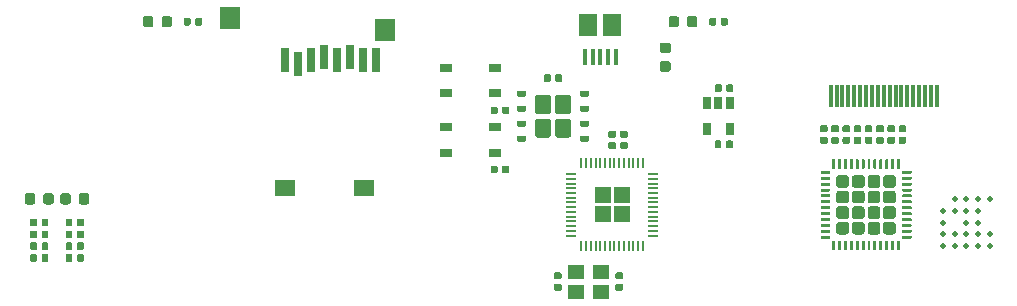
<source format=gbr>
G04 #@! TF.GenerationSoftware,KiCad,Pcbnew,5.0.2-bee76a0~70~ubuntu18.04.1*
G04 #@! TF.CreationDate,2020-11-03T11:03:39+00:00*
G04 #@! TF.ProjectId,picostation,7069636f-7374-4617-9469-6f6e2e6b6963,rev?*
G04 #@! TF.SameCoordinates,Original*
G04 #@! TF.FileFunction,Paste,Top*
G04 #@! TF.FilePolarity,Positive*
%FSLAX46Y46*%
G04 Gerber Fmt 4.6, Leading zero omitted, Abs format (unit mm)*
G04 Created by KiCad (PCBNEW 5.0.2-bee76a0~70~ubuntu18.04.1) date Tue 03 Nov 2020 11:03:39 GMT*
%MOMM*%
%LPD*%
G01*
G04 APERTURE LIST*
%ADD10R,1.050000X0.650000*%
%ADD11C,0.100000*%
%ADD12C,0.590000*%
%ADD13C,0.875000*%
%ADD14R,1.500000X1.900000*%
%ADD15R,0.400000X1.350000*%
%ADD16R,0.800000X2.000000*%
%ADD17R,1.800000X1.900000*%
%ADD18R,1.800000X1.400000*%
%ADD19R,0.300000X1.900000*%
%ADD20O,1.000000X0.200000*%
%ADD21O,0.200000X1.000000*%
%ADD22R,1.400000X1.400000*%
%ADD23R,0.650000X1.060000*%
%ADD24C,1.070000*%
%ADD25C,0.250000*%
%ADD26C,0.500000*%
%ADD27R,1.400000X1.200000*%
%ADD28C,1.370000*%
G04 APERTURE END LIST*
D10*
G04 #@! TO.C,SW2*
X215075000Y-88075000D03*
X210925000Y-88075000D03*
X215075000Y-85925000D03*
X210925000Y-85925000D03*
G04 #@! TD*
G04 #@! TO.C,SW1*
X210925000Y-80925000D03*
X215075000Y-80925000D03*
X210925000Y-83075000D03*
X215075000Y-83075000D03*
G04 #@! TD*
D11*
G04 #@! TO.C,C15*
G36*
X220586958Y-99190710D02*
X220601276Y-99192834D01*
X220615317Y-99196351D01*
X220628946Y-99201228D01*
X220642031Y-99207417D01*
X220654447Y-99214858D01*
X220666073Y-99223481D01*
X220676798Y-99233202D01*
X220686519Y-99243927D01*
X220695142Y-99255553D01*
X220702583Y-99267969D01*
X220708772Y-99281054D01*
X220713649Y-99294683D01*
X220717166Y-99308724D01*
X220719290Y-99323042D01*
X220720000Y-99337500D01*
X220720000Y-99632500D01*
X220719290Y-99646958D01*
X220717166Y-99661276D01*
X220713649Y-99675317D01*
X220708772Y-99688946D01*
X220702583Y-99702031D01*
X220695142Y-99714447D01*
X220686519Y-99726073D01*
X220676798Y-99736798D01*
X220666073Y-99746519D01*
X220654447Y-99755142D01*
X220642031Y-99762583D01*
X220628946Y-99768772D01*
X220615317Y-99773649D01*
X220601276Y-99777166D01*
X220586958Y-99779290D01*
X220572500Y-99780000D01*
X220227500Y-99780000D01*
X220213042Y-99779290D01*
X220198724Y-99777166D01*
X220184683Y-99773649D01*
X220171054Y-99768772D01*
X220157969Y-99762583D01*
X220145553Y-99755142D01*
X220133927Y-99746519D01*
X220123202Y-99736798D01*
X220113481Y-99726073D01*
X220104858Y-99714447D01*
X220097417Y-99702031D01*
X220091228Y-99688946D01*
X220086351Y-99675317D01*
X220082834Y-99661276D01*
X220080710Y-99646958D01*
X220080000Y-99632500D01*
X220080000Y-99337500D01*
X220080710Y-99323042D01*
X220082834Y-99308724D01*
X220086351Y-99294683D01*
X220091228Y-99281054D01*
X220097417Y-99267969D01*
X220104858Y-99255553D01*
X220113481Y-99243927D01*
X220123202Y-99233202D01*
X220133927Y-99223481D01*
X220145553Y-99214858D01*
X220157969Y-99207417D01*
X220171054Y-99201228D01*
X220184683Y-99196351D01*
X220198724Y-99192834D01*
X220213042Y-99190710D01*
X220227500Y-99190000D01*
X220572500Y-99190000D01*
X220586958Y-99190710D01*
X220586958Y-99190710D01*
G37*
D12*
X220400000Y-99485000D03*
D11*
G36*
X220586958Y-98220710D02*
X220601276Y-98222834D01*
X220615317Y-98226351D01*
X220628946Y-98231228D01*
X220642031Y-98237417D01*
X220654447Y-98244858D01*
X220666073Y-98253481D01*
X220676798Y-98263202D01*
X220686519Y-98273927D01*
X220695142Y-98285553D01*
X220702583Y-98297969D01*
X220708772Y-98311054D01*
X220713649Y-98324683D01*
X220717166Y-98338724D01*
X220719290Y-98353042D01*
X220720000Y-98367500D01*
X220720000Y-98662500D01*
X220719290Y-98676958D01*
X220717166Y-98691276D01*
X220713649Y-98705317D01*
X220708772Y-98718946D01*
X220702583Y-98732031D01*
X220695142Y-98744447D01*
X220686519Y-98756073D01*
X220676798Y-98766798D01*
X220666073Y-98776519D01*
X220654447Y-98785142D01*
X220642031Y-98792583D01*
X220628946Y-98798772D01*
X220615317Y-98803649D01*
X220601276Y-98807166D01*
X220586958Y-98809290D01*
X220572500Y-98810000D01*
X220227500Y-98810000D01*
X220213042Y-98809290D01*
X220198724Y-98807166D01*
X220184683Y-98803649D01*
X220171054Y-98798772D01*
X220157969Y-98792583D01*
X220145553Y-98785142D01*
X220133927Y-98776519D01*
X220123202Y-98766798D01*
X220113481Y-98756073D01*
X220104858Y-98744447D01*
X220097417Y-98732031D01*
X220091228Y-98718946D01*
X220086351Y-98705317D01*
X220082834Y-98691276D01*
X220080710Y-98676958D01*
X220080000Y-98662500D01*
X220080000Y-98367500D01*
X220080710Y-98353042D01*
X220082834Y-98338724D01*
X220086351Y-98324683D01*
X220091228Y-98311054D01*
X220097417Y-98297969D01*
X220104858Y-98285553D01*
X220113481Y-98273927D01*
X220123202Y-98263202D01*
X220133927Y-98253481D01*
X220145553Y-98244858D01*
X220157969Y-98237417D01*
X220171054Y-98231228D01*
X220184683Y-98226351D01*
X220198724Y-98222834D01*
X220213042Y-98220710D01*
X220227500Y-98220000D01*
X220572500Y-98220000D01*
X220586958Y-98220710D01*
X220586958Y-98220710D01*
G37*
D12*
X220400000Y-98515000D03*
G04 #@! TD*
D11*
G04 #@! TO.C,C5*
G36*
X229777691Y-80351053D02*
X229798926Y-80354203D01*
X229819750Y-80359419D01*
X229839962Y-80366651D01*
X229859368Y-80375830D01*
X229877781Y-80386866D01*
X229895024Y-80399654D01*
X229910930Y-80414070D01*
X229925346Y-80429976D01*
X229938134Y-80447219D01*
X229949170Y-80465632D01*
X229958349Y-80485038D01*
X229965581Y-80505250D01*
X229970797Y-80526074D01*
X229973947Y-80547309D01*
X229975000Y-80568750D01*
X229975000Y-81006250D01*
X229973947Y-81027691D01*
X229970797Y-81048926D01*
X229965581Y-81069750D01*
X229958349Y-81089962D01*
X229949170Y-81109368D01*
X229938134Y-81127781D01*
X229925346Y-81145024D01*
X229910930Y-81160930D01*
X229895024Y-81175346D01*
X229877781Y-81188134D01*
X229859368Y-81199170D01*
X229839962Y-81208349D01*
X229819750Y-81215581D01*
X229798926Y-81220797D01*
X229777691Y-81223947D01*
X229756250Y-81225000D01*
X229243750Y-81225000D01*
X229222309Y-81223947D01*
X229201074Y-81220797D01*
X229180250Y-81215581D01*
X229160038Y-81208349D01*
X229140632Y-81199170D01*
X229122219Y-81188134D01*
X229104976Y-81175346D01*
X229089070Y-81160930D01*
X229074654Y-81145024D01*
X229061866Y-81127781D01*
X229050830Y-81109368D01*
X229041651Y-81089962D01*
X229034419Y-81069750D01*
X229029203Y-81048926D01*
X229026053Y-81027691D01*
X229025000Y-81006250D01*
X229025000Y-80568750D01*
X229026053Y-80547309D01*
X229029203Y-80526074D01*
X229034419Y-80505250D01*
X229041651Y-80485038D01*
X229050830Y-80465632D01*
X229061866Y-80447219D01*
X229074654Y-80429976D01*
X229089070Y-80414070D01*
X229104976Y-80399654D01*
X229122219Y-80386866D01*
X229140632Y-80375830D01*
X229160038Y-80366651D01*
X229180250Y-80359419D01*
X229201074Y-80354203D01*
X229222309Y-80351053D01*
X229243750Y-80350000D01*
X229756250Y-80350000D01*
X229777691Y-80351053D01*
X229777691Y-80351053D01*
G37*
D13*
X229500000Y-80787500D03*
D11*
G36*
X229777691Y-78776053D02*
X229798926Y-78779203D01*
X229819750Y-78784419D01*
X229839962Y-78791651D01*
X229859368Y-78800830D01*
X229877781Y-78811866D01*
X229895024Y-78824654D01*
X229910930Y-78839070D01*
X229925346Y-78854976D01*
X229938134Y-78872219D01*
X229949170Y-78890632D01*
X229958349Y-78910038D01*
X229965581Y-78930250D01*
X229970797Y-78951074D01*
X229973947Y-78972309D01*
X229975000Y-78993750D01*
X229975000Y-79431250D01*
X229973947Y-79452691D01*
X229970797Y-79473926D01*
X229965581Y-79494750D01*
X229958349Y-79514962D01*
X229949170Y-79534368D01*
X229938134Y-79552781D01*
X229925346Y-79570024D01*
X229910930Y-79585930D01*
X229895024Y-79600346D01*
X229877781Y-79613134D01*
X229859368Y-79624170D01*
X229839962Y-79633349D01*
X229819750Y-79640581D01*
X229798926Y-79645797D01*
X229777691Y-79648947D01*
X229756250Y-79650000D01*
X229243750Y-79650000D01*
X229222309Y-79648947D01*
X229201074Y-79645797D01*
X229180250Y-79640581D01*
X229160038Y-79633349D01*
X229140632Y-79624170D01*
X229122219Y-79613134D01*
X229104976Y-79600346D01*
X229089070Y-79585930D01*
X229074654Y-79570024D01*
X229061866Y-79552781D01*
X229050830Y-79534368D01*
X229041651Y-79514962D01*
X229034419Y-79494750D01*
X229029203Y-79473926D01*
X229026053Y-79452691D01*
X229025000Y-79431250D01*
X229025000Y-78993750D01*
X229026053Y-78972309D01*
X229029203Y-78951074D01*
X229034419Y-78930250D01*
X229041651Y-78910038D01*
X229050830Y-78890632D01*
X229061866Y-78872219D01*
X229074654Y-78854976D01*
X229089070Y-78839070D01*
X229104976Y-78824654D01*
X229122219Y-78811866D01*
X229140632Y-78800830D01*
X229160038Y-78791651D01*
X229180250Y-78784419D01*
X229201074Y-78779203D01*
X229222309Y-78776053D01*
X229243750Y-78775000D01*
X229756250Y-78775000D01*
X229777691Y-78776053D01*
X229777691Y-78776053D01*
G37*
D13*
X229500000Y-79212500D03*
G04 #@! TD*
D11*
G04 #@! TO.C,C6*
G36*
X177146958Y-93680710D02*
X177161276Y-93682834D01*
X177175317Y-93686351D01*
X177188946Y-93691228D01*
X177202031Y-93697417D01*
X177214447Y-93704858D01*
X177226073Y-93713481D01*
X177236798Y-93723202D01*
X177246519Y-93733927D01*
X177255142Y-93745553D01*
X177262583Y-93757969D01*
X177268772Y-93771054D01*
X177273649Y-93784683D01*
X177277166Y-93798724D01*
X177279290Y-93813042D01*
X177280000Y-93827500D01*
X177280000Y-94172500D01*
X177279290Y-94186958D01*
X177277166Y-94201276D01*
X177273649Y-94215317D01*
X177268772Y-94228946D01*
X177262583Y-94242031D01*
X177255142Y-94254447D01*
X177246519Y-94266073D01*
X177236798Y-94276798D01*
X177226073Y-94286519D01*
X177214447Y-94295142D01*
X177202031Y-94302583D01*
X177188946Y-94308772D01*
X177175317Y-94313649D01*
X177161276Y-94317166D01*
X177146958Y-94319290D01*
X177132500Y-94320000D01*
X176837500Y-94320000D01*
X176823042Y-94319290D01*
X176808724Y-94317166D01*
X176794683Y-94313649D01*
X176781054Y-94308772D01*
X176767969Y-94302583D01*
X176755553Y-94295142D01*
X176743927Y-94286519D01*
X176733202Y-94276798D01*
X176723481Y-94266073D01*
X176714858Y-94254447D01*
X176707417Y-94242031D01*
X176701228Y-94228946D01*
X176696351Y-94215317D01*
X176692834Y-94201276D01*
X176690710Y-94186958D01*
X176690000Y-94172500D01*
X176690000Y-93827500D01*
X176690710Y-93813042D01*
X176692834Y-93798724D01*
X176696351Y-93784683D01*
X176701228Y-93771054D01*
X176707417Y-93757969D01*
X176714858Y-93745553D01*
X176723481Y-93733927D01*
X176733202Y-93723202D01*
X176743927Y-93713481D01*
X176755553Y-93704858D01*
X176767969Y-93697417D01*
X176781054Y-93691228D01*
X176794683Y-93686351D01*
X176808724Y-93682834D01*
X176823042Y-93680710D01*
X176837500Y-93680000D01*
X177132500Y-93680000D01*
X177146958Y-93680710D01*
X177146958Y-93680710D01*
G37*
D12*
X176985000Y-94000000D03*
D11*
G36*
X176176958Y-93680710D02*
X176191276Y-93682834D01*
X176205317Y-93686351D01*
X176218946Y-93691228D01*
X176232031Y-93697417D01*
X176244447Y-93704858D01*
X176256073Y-93713481D01*
X176266798Y-93723202D01*
X176276519Y-93733927D01*
X176285142Y-93745553D01*
X176292583Y-93757969D01*
X176298772Y-93771054D01*
X176303649Y-93784683D01*
X176307166Y-93798724D01*
X176309290Y-93813042D01*
X176310000Y-93827500D01*
X176310000Y-94172500D01*
X176309290Y-94186958D01*
X176307166Y-94201276D01*
X176303649Y-94215317D01*
X176298772Y-94228946D01*
X176292583Y-94242031D01*
X176285142Y-94254447D01*
X176276519Y-94266073D01*
X176266798Y-94276798D01*
X176256073Y-94286519D01*
X176244447Y-94295142D01*
X176232031Y-94302583D01*
X176218946Y-94308772D01*
X176205317Y-94313649D01*
X176191276Y-94317166D01*
X176176958Y-94319290D01*
X176162500Y-94320000D01*
X175867500Y-94320000D01*
X175853042Y-94319290D01*
X175838724Y-94317166D01*
X175824683Y-94313649D01*
X175811054Y-94308772D01*
X175797969Y-94302583D01*
X175785553Y-94295142D01*
X175773927Y-94286519D01*
X175763202Y-94276798D01*
X175753481Y-94266073D01*
X175744858Y-94254447D01*
X175737417Y-94242031D01*
X175731228Y-94228946D01*
X175726351Y-94215317D01*
X175722834Y-94201276D01*
X175720710Y-94186958D01*
X175720000Y-94172500D01*
X175720000Y-93827500D01*
X175720710Y-93813042D01*
X175722834Y-93798724D01*
X175726351Y-93784683D01*
X175731228Y-93771054D01*
X175737417Y-93757969D01*
X175744858Y-93745553D01*
X175753481Y-93733927D01*
X175763202Y-93723202D01*
X175773927Y-93713481D01*
X175785553Y-93704858D01*
X175797969Y-93697417D01*
X175811054Y-93691228D01*
X175824683Y-93686351D01*
X175838724Y-93682834D01*
X175853042Y-93680710D01*
X175867500Y-93680000D01*
X176162500Y-93680000D01*
X176176958Y-93680710D01*
X176176958Y-93680710D01*
G37*
D12*
X176015000Y-94000000D03*
G04 #@! TD*
D11*
G04 #@! TO.C,C7*
G36*
X179176958Y-93680710D02*
X179191276Y-93682834D01*
X179205317Y-93686351D01*
X179218946Y-93691228D01*
X179232031Y-93697417D01*
X179244447Y-93704858D01*
X179256073Y-93713481D01*
X179266798Y-93723202D01*
X179276519Y-93733927D01*
X179285142Y-93745553D01*
X179292583Y-93757969D01*
X179298772Y-93771054D01*
X179303649Y-93784683D01*
X179307166Y-93798724D01*
X179309290Y-93813042D01*
X179310000Y-93827500D01*
X179310000Y-94172500D01*
X179309290Y-94186958D01*
X179307166Y-94201276D01*
X179303649Y-94215317D01*
X179298772Y-94228946D01*
X179292583Y-94242031D01*
X179285142Y-94254447D01*
X179276519Y-94266073D01*
X179266798Y-94276798D01*
X179256073Y-94286519D01*
X179244447Y-94295142D01*
X179232031Y-94302583D01*
X179218946Y-94308772D01*
X179205317Y-94313649D01*
X179191276Y-94317166D01*
X179176958Y-94319290D01*
X179162500Y-94320000D01*
X178867500Y-94320000D01*
X178853042Y-94319290D01*
X178838724Y-94317166D01*
X178824683Y-94313649D01*
X178811054Y-94308772D01*
X178797969Y-94302583D01*
X178785553Y-94295142D01*
X178773927Y-94286519D01*
X178763202Y-94276798D01*
X178753481Y-94266073D01*
X178744858Y-94254447D01*
X178737417Y-94242031D01*
X178731228Y-94228946D01*
X178726351Y-94215317D01*
X178722834Y-94201276D01*
X178720710Y-94186958D01*
X178720000Y-94172500D01*
X178720000Y-93827500D01*
X178720710Y-93813042D01*
X178722834Y-93798724D01*
X178726351Y-93784683D01*
X178731228Y-93771054D01*
X178737417Y-93757969D01*
X178744858Y-93745553D01*
X178753481Y-93733927D01*
X178763202Y-93723202D01*
X178773927Y-93713481D01*
X178785553Y-93704858D01*
X178797969Y-93697417D01*
X178811054Y-93691228D01*
X178824683Y-93686351D01*
X178838724Y-93682834D01*
X178853042Y-93680710D01*
X178867500Y-93680000D01*
X179162500Y-93680000D01*
X179176958Y-93680710D01*
X179176958Y-93680710D01*
G37*
D12*
X179015000Y-94000000D03*
D11*
G36*
X180146958Y-93680710D02*
X180161276Y-93682834D01*
X180175317Y-93686351D01*
X180188946Y-93691228D01*
X180202031Y-93697417D01*
X180214447Y-93704858D01*
X180226073Y-93713481D01*
X180236798Y-93723202D01*
X180246519Y-93733927D01*
X180255142Y-93745553D01*
X180262583Y-93757969D01*
X180268772Y-93771054D01*
X180273649Y-93784683D01*
X180277166Y-93798724D01*
X180279290Y-93813042D01*
X180280000Y-93827500D01*
X180280000Y-94172500D01*
X180279290Y-94186958D01*
X180277166Y-94201276D01*
X180273649Y-94215317D01*
X180268772Y-94228946D01*
X180262583Y-94242031D01*
X180255142Y-94254447D01*
X180246519Y-94266073D01*
X180236798Y-94276798D01*
X180226073Y-94286519D01*
X180214447Y-94295142D01*
X180202031Y-94302583D01*
X180188946Y-94308772D01*
X180175317Y-94313649D01*
X180161276Y-94317166D01*
X180146958Y-94319290D01*
X180132500Y-94320000D01*
X179837500Y-94320000D01*
X179823042Y-94319290D01*
X179808724Y-94317166D01*
X179794683Y-94313649D01*
X179781054Y-94308772D01*
X179767969Y-94302583D01*
X179755553Y-94295142D01*
X179743927Y-94286519D01*
X179733202Y-94276798D01*
X179723481Y-94266073D01*
X179714858Y-94254447D01*
X179707417Y-94242031D01*
X179701228Y-94228946D01*
X179696351Y-94215317D01*
X179692834Y-94201276D01*
X179690710Y-94186958D01*
X179690000Y-94172500D01*
X179690000Y-93827500D01*
X179690710Y-93813042D01*
X179692834Y-93798724D01*
X179696351Y-93784683D01*
X179701228Y-93771054D01*
X179707417Y-93757969D01*
X179714858Y-93745553D01*
X179723481Y-93733927D01*
X179733202Y-93723202D01*
X179743927Y-93713481D01*
X179755553Y-93704858D01*
X179767969Y-93697417D01*
X179781054Y-93691228D01*
X179794683Y-93686351D01*
X179808724Y-93682834D01*
X179823042Y-93680710D01*
X179837500Y-93680000D01*
X180132500Y-93680000D01*
X180146958Y-93680710D01*
X180146958Y-93680710D01*
G37*
D12*
X179985000Y-94000000D03*
G04 #@! TD*
D11*
G04 #@! TO.C,C9*
G36*
X175952691Y-91526053D02*
X175973926Y-91529203D01*
X175994750Y-91534419D01*
X176014962Y-91541651D01*
X176034368Y-91550830D01*
X176052781Y-91561866D01*
X176070024Y-91574654D01*
X176085930Y-91589070D01*
X176100346Y-91604976D01*
X176113134Y-91622219D01*
X176124170Y-91640632D01*
X176133349Y-91660038D01*
X176140581Y-91680250D01*
X176145797Y-91701074D01*
X176148947Y-91722309D01*
X176150000Y-91743750D01*
X176150000Y-92256250D01*
X176148947Y-92277691D01*
X176145797Y-92298926D01*
X176140581Y-92319750D01*
X176133349Y-92339962D01*
X176124170Y-92359368D01*
X176113134Y-92377781D01*
X176100346Y-92395024D01*
X176085930Y-92410930D01*
X176070024Y-92425346D01*
X176052781Y-92438134D01*
X176034368Y-92449170D01*
X176014962Y-92458349D01*
X175994750Y-92465581D01*
X175973926Y-92470797D01*
X175952691Y-92473947D01*
X175931250Y-92475000D01*
X175493750Y-92475000D01*
X175472309Y-92473947D01*
X175451074Y-92470797D01*
X175430250Y-92465581D01*
X175410038Y-92458349D01*
X175390632Y-92449170D01*
X175372219Y-92438134D01*
X175354976Y-92425346D01*
X175339070Y-92410930D01*
X175324654Y-92395024D01*
X175311866Y-92377781D01*
X175300830Y-92359368D01*
X175291651Y-92339962D01*
X175284419Y-92319750D01*
X175279203Y-92298926D01*
X175276053Y-92277691D01*
X175275000Y-92256250D01*
X175275000Y-91743750D01*
X175276053Y-91722309D01*
X175279203Y-91701074D01*
X175284419Y-91680250D01*
X175291651Y-91660038D01*
X175300830Y-91640632D01*
X175311866Y-91622219D01*
X175324654Y-91604976D01*
X175339070Y-91589070D01*
X175354976Y-91574654D01*
X175372219Y-91561866D01*
X175390632Y-91550830D01*
X175410038Y-91541651D01*
X175430250Y-91534419D01*
X175451074Y-91529203D01*
X175472309Y-91526053D01*
X175493750Y-91525000D01*
X175931250Y-91525000D01*
X175952691Y-91526053D01*
X175952691Y-91526053D01*
G37*
D13*
X175712500Y-92000000D03*
D11*
G36*
X177527691Y-91526053D02*
X177548926Y-91529203D01*
X177569750Y-91534419D01*
X177589962Y-91541651D01*
X177609368Y-91550830D01*
X177627781Y-91561866D01*
X177645024Y-91574654D01*
X177660930Y-91589070D01*
X177675346Y-91604976D01*
X177688134Y-91622219D01*
X177699170Y-91640632D01*
X177708349Y-91660038D01*
X177715581Y-91680250D01*
X177720797Y-91701074D01*
X177723947Y-91722309D01*
X177725000Y-91743750D01*
X177725000Y-92256250D01*
X177723947Y-92277691D01*
X177720797Y-92298926D01*
X177715581Y-92319750D01*
X177708349Y-92339962D01*
X177699170Y-92359368D01*
X177688134Y-92377781D01*
X177675346Y-92395024D01*
X177660930Y-92410930D01*
X177645024Y-92425346D01*
X177627781Y-92438134D01*
X177609368Y-92449170D01*
X177589962Y-92458349D01*
X177569750Y-92465581D01*
X177548926Y-92470797D01*
X177527691Y-92473947D01*
X177506250Y-92475000D01*
X177068750Y-92475000D01*
X177047309Y-92473947D01*
X177026074Y-92470797D01*
X177005250Y-92465581D01*
X176985038Y-92458349D01*
X176965632Y-92449170D01*
X176947219Y-92438134D01*
X176929976Y-92425346D01*
X176914070Y-92410930D01*
X176899654Y-92395024D01*
X176886866Y-92377781D01*
X176875830Y-92359368D01*
X176866651Y-92339962D01*
X176859419Y-92319750D01*
X176854203Y-92298926D01*
X176851053Y-92277691D01*
X176850000Y-92256250D01*
X176850000Y-91743750D01*
X176851053Y-91722309D01*
X176854203Y-91701074D01*
X176859419Y-91680250D01*
X176866651Y-91660038D01*
X176875830Y-91640632D01*
X176886866Y-91622219D01*
X176899654Y-91604976D01*
X176914070Y-91589070D01*
X176929976Y-91574654D01*
X176947219Y-91561866D01*
X176965632Y-91550830D01*
X176985038Y-91541651D01*
X177005250Y-91534419D01*
X177026074Y-91529203D01*
X177047309Y-91526053D01*
X177068750Y-91525000D01*
X177506250Y-91525000D01*
X177527691Y-91526053D01*
X177527691Y-91526053D01*
G37*
D13*
X177287500Y-92000000D03*
G04 #@! TD*
D11*
G04 #@! TO.C,C10*
G36*
X178952691Y-91526053D02*
X178973926Y-91529203D01*
X178994750Y-91534419D01*
X179014962Y-91541651D01*
X179034368Y-91550830D01*
X179052781Y-91561866D01*
X179070024Y-91574654D01*
X179085930Y-91589070D01*
X179100346Y-91604976D01*
X179113134Y-91622219D01*
X179124170Y-91640632D01*
X179133349Y-91660038D01*
X179140581Y-91680250D01*
X179145797Y-91701074D01*
X179148947Y-91722309D01*
X179150000Y-91743750D01*
X179150000Y-92256250D01*
X179148947Y-92277691D01*
X179145797Y-92298926D01*
X179140581Y-92319750D01*
X179133349Y-92339962D01*
X179124170Y-92359368D01*
X179113134Y-92377781D01*
X179100346Y-92395024D01*
X179085930Y-92410930D01*
X179070024Y-92425346D01*
X179052781Y-92438134D01*
X179034368Y-92449170D01*
X179014962Y-92458349D01*
X178994750Y-92465581D01*
X178973926Y-92470797D01*
X178952691Y-92473947D01*
X178931250Y-92475000D01*
X178493750Y-92475000D01*
X178472309Y-92473947D01*
X178451074Y-92470797D01*
X178430250Y-92465581D01*
X178410038Y-92458349D01*
X178390632Y-92449170D01*
X178372219Y-92438134D01*
X178354976Y-92425346D01*
X178339070Y-92410930D01*
X178324654Y-92395024D01*
X178311866Y-92377781D01*
X178300830Y-92359368D01*
X178291651Y-92339962D01*
X178284419Y-92319750D01*
X178279203Y-92298926D01*
X178276053Y-92277691D01*
X178275000Y-92256250D01*
X178275000Y-91743750D01*
X178276053Y-91722309D01*
X178279203Y-91701074D01*
X178284419Y-91680250D01*
X178291651Y-91660038D01*
X178300830Y-91640632D01*
X178311866Y-91622219D01*
X178324654Y-91604976D01*
X178339070Y-91589070D01*
X178354976Y-91574654D01*
X178372219Y-91561866D01*
X178390632Y-91550830D01*
X178410038Y-91541651D01*
X178430250Y-91534419D01*
X178451074Y-91529203D01*
X178472309Y-91526053D01*
X178493750Y-91525000D01*
X178931250Y-91525000D01*
X178952691Y-91526053D01*
X178952691Y-91526053D01*
G37*
D13*
X178712500Y-92000000D03*
D11*
G36*
X180527691Y-91526053D02*
X180548926Y-91529203D01*
X180569750Y-91534419D01*
X180589962Y-91541651D01*
X180609368Y-91550830D01*
X180627781Y-91561866D01*
X180645024Y-91574654D01*
X180660930Y-91589070D01*
X180675346Y-91604976D01*
X180688134Y-91622219D01*
X180699170Y-91640632D01*
X180708349Y-91660038D01*
X180715581Y-91680250D01*
X180720797Y-91701074D01*
X180723947Y-91722309D01*
X180725000Y-91743750D01*
X180725000Y-92256250D01*
X180723947Y-92277691D01*
X180720797Y-92298926D01*
X180715581Y-92319750D01*
X180708349Y-92339962D01*
X180699170Y-92359368D01*
X180688134Y-92377781D01*
X180675346Y-92395024D01*
X180660930Y-92410930D01*
X180645024Y-92425346D01*
X180627781Y-92438134D01*
X180609368Y-92449170D01*
X180589962Y-92458349D01*
X180569750Y-92465581D01*
X180548926Y-92470797D01*
X180527691Y-92473947D01*
X180506250Y-92475000D01*
X180068750Y-92475000D01*
X180047309Y-92473947D01*
X180026074Y-92470797D01*
X180005250Y-92465581D01*
X179985038Y-92458349D01*
X179965632Y-92449170D01*
X179947219Y-92438134D01*
X179929976Y-92425346D01*
X179914070Y-92410930D01*
X179899654Y-92395024D01*
X179886866Y-92377781D01*
X179875830Y-92359368D01*
X179866651Y-92339962D01*
X179859419Y-92319750D01*
X179854203Y-92298926D01*
X179851053Y-92277691D01*
X179850000Y-92256250D01*
X179850000Y-91743750D01*
X179851053Y-91722309D01*
X179854203Y-91701074D01*
X179859419Y-91680250D01*
X179866651Y-91660038D01*
X179875830Y-91640632D01*
X179886866Y-91622219D01*
X179899654Y-91604976D01*
X179914070Y-91589070D01*
X179929976Y-91574654D01*
X179947219Y-91561866D01*
X179965632Y-91550830D01*
X179985038Y-91541651D01*
X180005250Y-91534419D01*
X180026074Y-91529203D01*
X180047309Y-91526053D01*
X180068750Y-91525000D01*
X180506250Y-91525000D01*
X180527691Y-91526053D01*
X180527691Y-91526053D01*
G37*
D13*
X180287500Y-92000000D03*
G04 #@! TD*
D11*
G04 #@! TO.C,C12*
G36*
X234151958Y-82305710D02*
X234166276Y-82307834D01*
X234180317Y-82311351D01*
X234193946Y-82316228D01*
X234207031Y-82322417D01*
X234219447Y-82329858D01*
X234231073Y-82338481D01*
X234241798Y-82348202D01*
X234251519Y-82358927D01*
X234260142Y-82370553D01*
X234267583Y-82382969D01*
X234273772Y-82396054D01*
X234278649Y-82409683D01*
X234282166Y-82423724D01*
X234284290Y-82438042D01*
X234285000Y-82452500D01*
X234285000Y-82797500D01*
X234284290Y-82811958D01*
X234282166Y-82826276D01*
X234278649Y-82840317D01*
X234273772Y-82853946D01*
X234267583Y-82867031D01*
X234260142Y-82879447D01*
X234251519Y-82891073D01*
X234241798Y-82901798D01*
X234231073Y-82911519D01*
X234219447Y-82920142D01*
X234207031Y-82927583D01*
X234193946Y-82933772D01*
X234180317Y-82938649D01*
X234166276Y-82942166D01*
X234151958Y-82944290D01*
X234137500Y-82945000D01*
X233842500Y-82945000D01*
X233828042Y-82944290D01*
X233813724Y-82942166D01*
X233799683Y-82938649D01*
X233786054Y-82933772D01*
X233772969Y-82927583D01*
X233760553Y-82920142D01*
X233748927Y-82911519D01*
X233738202Y-82901798D01*
X233728481Y-82891073D01*
X233719858Y-82879447D01*
X233712417Y-82867031D01*
X233706228Y-82853946D01*
X233701351Y-82840317D01*
X233697834Y-82826276D01*
X233695710Y-82811958D01*
X233695000Y-82797500D01*
X233695000Y-82452500D01*
X233695710Y-82438042D01*
X233697834Y-82423724D01*
X233701351Y-82409683D01*
X233706228Y-82396054D01*
X233712417Y-82382969D01*
X233719858Y-82370553D01*
X233728481Y-82358927D01*
X233738202Y-82348202D01*
X233748927Y-82338481D01*
X233760553Y-82329858D01*
X233772969Y-82322417D01*
X233786054Y-82316228D01*
X233799683Y-82311351D01*
X233813724Y-82307834D01*
X233828042Y-82305710D01*
X233842500Y-82305000D01*
X234137500Y-82305000D01*
X234151958Y-82305710D01*
X234151958Y-82305710D01*
G37*
D12*
X233990000Y-82625000D03*
D11*
G36*
X235121958Y-82305710D02*
X235136276Y-82307834D01*
X235150317Y-82311351D01*
X235163946Y-82316228D01*
X235177031Y-82322417D01*
X235189447Y-82329858D01*
X235201073Y-82338481D01*
X235211798Y-82348202D01*
X235221519Y-82358927D01*
X235230142Y-82370553D01*
X235237583Y-82382969D01*
X235243772Y-82396054D01*
X235248649Y-82409683D01*
X235252166Y-82423724D01*
X235254290Y-82438042D01*
X235255000Y-82452500D01*
X235255000Y-82797500D01*
X235254290Y-82811958D01*
X235252166Y-82826276D01*
X235248649Y-82840317D01*
X235243772Y-82853946D01*
X235237583Y-82867031D01*
X235230142Y-82879447D01*
X235221519Y-82891073D01*
X235211798Y-82901798D01*
X235201073Y-82911519D01*
X235189447Y-82920142D01*
X235177031Y-82927583D01*
X235163946Y-82933772D01*
X235150317Y-82938649D01*
X235136276Y-82942166D01*
X235121958Y-82944290D01*
X235107500Y-82945000D01*
X234812500Y-82945000D01*
X234798042Y-82944290D01*
X234783724Y-82942166D01*
X234769683Y-82938649D01*
X234756054Y-82933772D01*
X234742969Y-82927583D01*
X234730553Y-82920142D01*
X234718927Y-82911519D01*
X234708202Y-82901798D01*
X234698481Y-82891073D01*
X234689858Y-82879447D01*
X234682417Y-82867031D01*
X234676228Y-82853946D01*
X234671351Y-82840317D01*
X234667834Y-82826276D01*
X234665710Y-82811958D01*
X234665000Y-82797500D01*
X234665000Y-82452500D01*
X234665710Y-82438042D01*
X234667834Y-82423724D01*
X234671351Y-82409683D01*
X234676228Y-82396054D01*
X234682417Y-82382969D01*
X234689858Y-82370553D01*
X234698481Y-82358927D01*
X234708202Y-82348202D01*
X234718927Y-82338481D01*
X234730553Y-82329858D01*
X234742969Y-82322417D01*
X234756054Y-82316228D01*
X234769683Y-82311351D01*
X234783724Y-82307834D01*
X234798042Y-82305710D01*
X234812500Y-82305000D01*
X235107500Y-82305000D01*
X235121958Y-82305710D01*
X235121958Y-82305710D01*
G37*
D12*
X234960000Y-82625000D03*
G04 #@! TD*
D11*
G04 #@! TO.C,C14*
G36*
X235096958Y-87055710D02*
X235111276Y-87057834D01*
X235125317Y-87061351D01*
X235138946Y-87066228D01*
X235152031Y-87072417D01*
X235164447Y-87079858D01*
X235176073Y-87088481D01*
X235186798Y-87098202D01*
X235196519Y-87108927D01*
X235205142Y-87120553D01*
X235212583Y-87132969D01*
X235218772Y-87146054D01*
X235223649Y-87159683D01*
X235227166Y-87173724D01*
X235229290Y-87188042D01*
X235230000Y-87202500D01*
X235230000Y-87547500D01*
X235229290Y-87561958D01*
X235227166Y-87576276D01*
X235223649Y-87590317D01*
X235218772Y-87603946D01*
X235212583Y-87617031D01*
X235205142Y-87629447D01*
X235196519Y-87641073D01*
X235186798Y-87651798D01*
X235176073Y-87661519D01*
X235164447Y-87670142D01*
X235152031Y-87677583D01*
X235138946Y-87683772D01*
X235125317Y-87688649D01*
X235111276Y-87692166D01*
X235096958Y-87694290D01*
X235082500Y-87695000D01*
X234787500Y-87695000D01*
X234773042Y-87694290D01*
X234758724Y-87692166D01*
X234744683Y-87688649D01*
X234731054Y-87683772D01*
X234717969Y-87677583D01*
X234705553Y-87670142D01*
X234693927Y-87661519D01*
X234683202Y-87651798D01*
X234673481Y-87641073D01*
X234664858Y-87629447D01*
X234657417Y-87617031D01*
X234651228Y-87603946D01*
X234646351Y-87590317D01*
X234642834Y-87576276D01*
X234640710Y-87561958D01*
X234640000Y-87547500D01*
X234640000Y-87202500D01*
X234640710Y-87188042D01*
X234642834Y-87173724D01*
X234646351Y-87159683D01*
X234651228Y-87146054D01*
X234657417Y-87132969D01*
X234664858Y-87120553D01*
X234673481Y-87108927D01*
X234683202Y-87098202D01*
X234693927Y-87088481D01*
X234705553Y-87079858D01*
X234717969Y-87072417D01*
X234731054Y-87066228D01*
X234744683Y-87061351D01*
X234758724Y-87057834D01*
X234773042Y-87055710D01*
X234787500Y-87055000D01*
X235082500Y-87055000D01*
X235096958Y-87055710D01*
X235096958Y-87055710D01*
G37*
D12*
X234935000Y-87375000D03*
D11*
G36*
X234126958Y-87055710D02*
X234141276Y-87057834D01*
X234155317Y-87061351D01*
X234168946Y-87066228D01*
X234182031Y-87072417D01*
X234194447Y-87079858D01*
X234206073Y-87088481D01*
X234216798Y-87098202D01*
X234226519Y-87108927D01*
X234235142Y-87120553D01*
X234242583Y-87132969D01*
X234248772Y-87146054D01*
X234253649Y-87159683D01*
X234257166Y-87173724D01*
X234259290Y-87188042D01*
X234260000Y-87202500D01*
X234260000Y-87547500D01*
X234259290Y-87561958D01*
X234257166Y-87576276D01*
X234253649Y-87590317D01*
X234248772Y-87603946D01*
X234242583Y-87617031D01*
X234235142Y-87629447D01*
X234226519Y-87641073D01*
X234216798Y-87651798D01*
X234206073Y-87661519D01*
X234194447Y-87670142D01*
X234182031Y-87677583D01*
X234168946Y-87683772D01*
X234155317Y-87688649D01*
X234141276Y-87692166D01*
X234126958Y-87694290D01*
X234112500Y-87695000D01*
X233817500Y-87695000D01*
X233803042Y-87694290D01*
X233788724Y-87692166D01*
X233774683Y-87688649D01*
X233761054Y-87683772D01*
X233747969Y-87677583D01*
X233735553Y-87670142D01*
X233723927Y-87661519D01*
X233713202Y-87651798D01*
X233703481Y-87641073D01*
X233694858Y-87629447D01*
X233687417Y-87617031D01*
X233681228Y-87603946D01*
X233676351Y-87590317D01*
X233672834Y-87576276D01*
X233670710Y-87561958D01*
X233670000Y-87547500D01*
X233670000Y-87202500D01*
X233670710Y-87188042D01*
X233672834Y-87173724D01*
X233676351Y-87159683D01*
X233681228Y-87146054D01*
X233687417Y-87132969D01*
X233694858Y-87120553D01*
X233703481Y-87108927D01*
X233713202Y-87098202D01*
X233723927Y-87088481D01*
X233735553Y-87079858D01*
X233747969Y-87072417D01*
X233761054Y-87066228D01*
X233774683Y-87061351D01*
X233788724Y-87057834D01*
X233803042Y-87055710D01*
X233817500Y-87055000D01*
X234112500Y-87055000D01*
X234126958Y-87055710D01*
X234126958Y-87055710D01*
G37*
D12*
X233965000Y-87375000D03*
G04 #@! TD*
D11*
G04 #@! TO.C,C17*
G36*
X225786958Y-99190710D02*
X225801276Y-99192834D01*
X225815317Y-99196351D01*
X225828946Y-99201228D01*
X225842031Y-99207417D01*
X225854447Y-99214858D01*
X225866073Y-99223481D01*
X225876798Y-99233202D01*
X225886519Y-99243927D01*
X225895142Y-99255553D01*
X225902583Y-99267969D01*
X225908772Y-99281054D01*
X225913649Y-99294683D01*
X225917166Y-99308724D01*
X225919290Y-99323042D01*
X225920000Y-99337500D01*
X225920000Y-99632500D01*
X225919290Y-99646958D01*
X225917166Y-99661276D01*
X225913649Y-99675317D01*
X225908772Y-99688946D01*
X225902583Y-99702031D01*
X225895142Y-99714447D01*
X225886519Y-99726073D01*
X225876798Y-99736798D01*
X225866073Y-99746519D01*
X225854447Y-99755142D01*
X225842031Y-99762583D01*
X225828946Y-99768772D01*
X225815317Y-99773649D01*
X225801276Y-99777166D01*
X225786958Y-99779290D01*
X225772500Y-99780000D01*
X225427500Y-99780000D01*
X225413042Y-99779290D01*
X225398724Y-99777166D01*
X225384683Y-99773649D01*
X225371054Y-99768772D01*
X225357969Y-99762583D01*
X225345553Y-99755142D01*
X225333927Y-99746519D01*
X225323202Y-99736798D01*
X225313481Y-99726073D01*
X225304858Y-99714447D01*
X225297417Y-99702031D01*
X225291228Y-99688946D01*
X225286351Y-99675317D01*
X225282834Y-99661276D01*
X225280710Y-99646958D01*
X225280000Y-99632500D01*
X225280000Y-99337500D01*
X225280710Y-99323042D01*
X225282834Y-99308724D01*
X225286351Y-99294683D01*
X225291228Y-99281054D01*
X225297417Y-99267969D01*
X225304858Y-99255553D01*
X225313481Y-99243927D01*
X225323202Y-99233202D01*
X225333927Y-99223481D01*
X225345553Y-99214858D01*
X225357969Y-99207417D01*
X225371054Y-99201228D01*
X225384683Y-99196351D01*
X225398724Y-99192834D01*
X225413042Y-99190710D01*
X225427500Y-99190000D01*
X225772500Y-99190000D01*
X225786958Y-99190710D01*
X225786958Y-99190710D01*
G37*
D12*
X225600000Y-99485000D03*
D11*
G36*
X225786958Y-98220710D02*
X225801276Y-98222834D01*
X225815317Y-98226351D01*
X225828946Y-98231228D01*
X225842031Y-98237417D01*
X225854447Y-98244858D01*
X225866073Y-98253481D01*
X225876798Y-98263202D01*
X225886519Y-98273927D01*
X225895142Y-98285553D01*
X225902583Y-98297969D01*
X225908772Y-98311054D01*
X225913649Y-98324683D01*
X225917166Y-98338724D01*
X225919290Y-98353042D01*
X225920000Y-98367500D01*
X225920000Y-98662500D01*
X225919290Y-98676958D01*
X225917166Y-98691276D01*
X225913649Y-98705317D01*
X225908772Y-98718946D01*
X225902583Y-98732031D01*
X225895142Y-98744447D01*
X225886519Y-98756073D01*
X225876798Y-98766798D01*
X225866073Y-98776519D01*
X225854447Y-98785142D01*
X225842031Y-98792583D01*
X225828946Y-98798772D01*
X225815317Y-98803649D01*
X225801276Y-98807166D01*
X225786958Y-98809290D01*
X225772500Y-98810000D01*
X225427500Y-98810000D01*
X225413042Y-98809290D01*
X225398724Y-98807166D01*
X225384683Y-98803649D01*
X225371054Y-98798772D01*
X225357969Y-98792583D01*
X225345553Y-98785142D01*
X225333927Y-98776519D01*
X225323202Y-98766798D01*
X225313481Y-98756073D01*
X225304858Y-98744447D01*
X225297417Y-98732031D01*
X225291228Y-98718946D01*
X225286351Y-98705317D01*
X225282834Y-98691276D01*
X225280710Y-98676958D01*
X225280000Y-98662500D01*
X225280000Y-98367500D01*
X225280710Y-98353042D01*
X225282834Y-98338724D01*
X225286351Y-98324683D01*
X225291228Y-98311054D01*
X225297417Y-98297969D01*
X225304858Y-98285553D01*
X225313481Y-98273927D01*
X225323202Y-98263202D01*
X225333927Y-98253481D01*
X225345553Y-98244858D01*
X225357969Y-98237417D01*
X225371054Y-98231228D01*
X225384683Y-98226351D01*
X225398724Y-98222834D01*
X225413042Y-98220710D01*
X225427500Y-98220000D01*
X225772500Y-98220000D01*
X225786958Y-98220710D01*
X225786958Y-98220710D01*
G37*
D12*
X225600000Y-98515000D03*
G04 #@! TD*
D11*
G04 #@! TO.C,C19*
G36*
X220646958Y-81455710D02*
X220661276Y-81457834D01*
X220675317Y-81461351D01*
X220688946Y-81466228D01*
X220702031Y-81472417D01*
X220714447Y-81479858D01*
X220726073Y-81488481D01*
X220736798Y-81498202D01*
X220746519Y-81508927D01*
X220755142Y-81520553D01*
X220762583Y-81532969D01*
X220768772Y-81546054D01*
X220773649Y-81559683D01*
X220777166Y-81573724D01*
X220779290Y-81588042D01*
X220780000Y-81602500D01*
X220780000Y-81947500D01*
X220779290Y-81961958D01*
X220777166Y-81976276D01*
X220773649Y-81990317D01*
X220768772Y-82003946D01*
X220762583Y-82017031D01*
X220755142Y-82029447D01*
X220746519Y-82041073D01*
X220736798Y-82051798D01*
X220726073Y-82061519D01*
X220714447Y-82070142D01*
X220702031Y-82077583D01*
X220688946Y-82083772D01*
X220675317Y-82088649D01*
X220661276Y-82092166D01*
X220646958Y-82094290D01*
X220632500Y-82095000D01*
X220337500Y-82095000D01*
X220323042Y-82094290D01*
X220308724Y-82092166D01*
X220294683Y-82088649D01*
X220281054Y-82083772D01*
X220267969Y-82077583D01*
X220255553Y-82070142D01*
X220243927Y-82061519D01*
X220233202Y-82051798D01*
X220223481Y-82041073D01*
X220214858Y-82029447D01*
X220207417Y-82017031D01*
X220201228Y-82003946D01*
X220196351Y-81990317D01*
X220192834Y-81976276D01*
X220190710Y-81961958D01*
X220190000Y-81947500D01*
X220190000Y-81602500D01*
X220190710Y-81588042D01*
X220192834Y-81573724D01*
X220196351Y-81559683D01*
X220201228Y-81546054D01*
X220207417Y-81532969D01*
X220214858Y-81520553D01*
X220223481Y-81508927D01*
X220233202Y-81498202D01*
X220243927Y-81488481D01*
X220255553Y-81479858D01*
X220267969Y-81472417D01*
X220281054Y-81466228D01*
X220294683Y-81461351D01*
X220308724Y-81457834D01*
X220323042Y-81455710D01*
X220337500Y-81455000D01*
X220632500Y-81455000D01*
X220646958Y-81455710D01*
X220646958Y-81455710D01*
G37*
D12*
X220485000Y-81775000D03*
D11*
G36*
X219676958Y-81455710D02*
X219691276Y-81457834D01*
X219705317Y-81461351D01*
X219718946Y-81466228D01*
X219732031Y-81472417D01*
X219744447Y-81479858D01*
X219756073Y-81488481D01*
X219766798Y-81498202D01*
X219776519Y-81508927D01*
X219785142Y-81520553D01*
X219792583Y-81532969D01*
X219798772Y-81546054D01*
X219803649Y-81559683D01*
X219807166Y-81573724D01*
X219809290Y-81588042D01*
X219810000Y-81602500D01*
X219810000Y-81947500D01*
X219809290Y-81961958D01*
X219807166Y-81976276D01*
X219803649Y-81990317D01*
X219798772Y-82003946D01*
X219792583Y-82017031D01*
X219785142Y-82029447D01*
X219776519Y-82041073D01*
X219766798Y-82051798D01*
X219756073Y-82061519D01*
X219744447Y-82070142D01*
X219732031Y-82077583D01*
X219718946Y-82083772D01*
X219705317Y-82088649D01*
X219691276Y-82092166D01*
X219676958Y-82094290D01*
X219662500Y-82095000D01*
X219367500Y-82095000D01*
X219353042Y-82094290D01*
X219338724Y-82092166D01*
X219324683Y-82088649D01*
X219311054Y-82083772D01*
X219297969Y-82077583D01*
X219285553Y-82070142D01*
X219273927Y-82061519D01*
X219263202Y-82051798D01*
X219253481Y-82041073D01*
X219244858Y-82029447D01*
X219237417Y-82017031D01*
X219231228Y-82003946D01*
X219226351Y-81990317D01*
X219222834Y-81976276D01*
X219220710Y-81961958D01*
X219220000Y-81947500D01*
X219220000Y-81602500D01*
X219220710Y-81588042D01*
X219222834Y-81573724D01*
X219226351Y-81559683D01*
X219231228Y-81546054D01*
X219237417Y-81532969D01*
X219244858Y-81520553D01*
X219253481Y-81508927D01*
X219263202Y-81498202D01*
X219273927Y-81488481D01*
X219285553Y-81479858D01*
X219297969Y-81472417D01*
X219311054Y-81466228D01*
X219324683Y-81461351D01*
X219338724Y-81457834D01*
X219353042Y-81455710D01*
X219367500Y-81455000D01*
X219662500Y-81455000D01*
X219676958Y-81455710D01*
X219676958Y-81455710D01*
G37*
D12*
X219515000Y-81775000D03*
G04 #@! TD*
D11*
G04 #@! TO.C,D1*
G36*
X185952691Y-76526053D02*
X185973926Y-76529203D01*
X185994750Y-76534419D01*
X186014962Y-76541651D01*
X186034368Y-76550830D01*
X186052781Y-76561866D01*
X186070024Y-76574654D01*
X186085930Y-76589070D01*
X186100346Y-76604976D01*
X186113134Y-76622219D01*
X186124170Y-76640632D01*
X186133349Y-76660038D01*
X186140581Y-76680250D01*
X186145797Y-76701074D01*
X186148947Y-76722309D01*
X186150000Y-76743750D01*
X186150000Y-77256250D01*
X186148947Y-77277691D01*
X186145797Y-77298926D01*
X186140581Y-77319750D01*
X186133349Y-77339962D01*
X186124170Y-77359368D01*
X186113134Y-77377781D01*
X186100346Y-77395024D01*
X186085930Y-77410930D01*
X186070024Y-77425346D01*
X186052781Y-77438134D01*
X186034368Y-77449170D01*
X186014962Y-77458349D01*
X185994750Y-77465581D01*
X185973926Y-77470797D01*
X185952691Y-77473947D01*
X185931250Y-77475000D01*
X185493750Y-77475000D01*
X185472309Y-77473947D01*
X185451074Y-77470797D01*
X185430250Y-77465581D01*
X185410038Y-77458349D01*
X185390632Y-77449170D01*
X185372219Y-77438134D01*
X185354976Y-77425346D01*
X185339070Y-77410930D01*
X185324654Y-77395024D01*
X185311866Y-77377781D01*
X185300830Y-77359368D01*
X185291651Y-77339962D01*
X185284419Y-77319750D01*
X185279203Y-77298926D01*
X185276053Y-77277691D01*
X185275000Y-77256250D01*
X185275000Y-76743750D01*
X185276053Y-76722309D01*
X185279203Y-76701074D01*
X185284419Y-76680250D01*
X185291651Y-76660038D01*
X185300830Y-76640632D01*
X185311866Y-76622219D01*
X185324654Y-76604976D01*
X185339070Y-76589070D01*
X185354976Y-76574654D01*
X185372219Y-76561866D01*
X185390632Y-76550830D01*
X185410038Y-76541651D01*
X185430250Y-76534419D01*
X185451074Y-76529203D01*
X185472309Y-76526053D01*
X185493750Y-76525000D01*
X185931250Y-76525000D01*
X185952691Y-76526053D01*
X185952691Y-76526053D01*
G37*
D13*
X185712500Y-77000000D03*
D11*
G36*
X187527691Y-76526053D02*
X187548926Y-76529203D01*
X187569750Y-76534419D01*
X187589962Y-76541651D01*
X187609368Y-76550830D01*
X187627781Y-76561866D01*
X187645024Y-76574654D01*
X187660930Y-76589070D01*
X187675346Y-76604976D01*
X187688134Y-76622219D01*
X187699170Y-76640632D01*
X187708349Y-76660038D01*
X187715581Y-76680250D01*
X187720797Y-76701074D01*
X187723947Y-76722309D01*
X187725000Y-76743750D01*
X187725000Y-77256250D01*
X187723947Y-77277691D01*
X187720797Y-77298926D01*
X187715581Y-77319750D01*
X187708349Y-77339962D01*
X187699170Y-77359368D01*
X187688134Y-77377781D01*
X187675346Y-77395024D01*
X187660930Y-77410930D01*
X187645024Y-77425346D01*
X187627781Y-77438134D01*
X187609368Y-77449170D01*
X187589962Y-77458349D01*
X187569750Y-77465581D01*
X187548926Y-77470797D01*
X187527691Y-77473947D01*
X187506250Y-77475000D01*
X187068750Y-77475000D01*
X187047309Y-77473947D01*
X187026074Y-77470797D01*
X187005250Y-77465581D01*
X186985038Y-77458349D01*
X186965632Y-77449170D01*
X186947219Y-77438134D01*
X186929976Y-77425346D01*
X186914070Y-77410930D01*
X186899654Y-77395024D01*
X186886866Y-77377781D01*
X186875830Y-77359368D01*
X186866651Y-77339962D01*
X186859419Y-77319750D01*
X186854203Y-77298926D01*
X186851053Y-77277691D01*
X186850000Y-77256250D01*
X186850000Y-76743750D01*
X186851053Y-76722309D01*
X186854203Y-76701074D01*
X186859419Y-76680250D01*
X186866651Y-76660038D01*
X186875830Y-76640632D01*
X186886866Y-76622219D01*
X186899654Y-76604976D01*
X186914070Y-76589070D01*
X186929976Y-76574654D01*
X186947219Y-76561866D01*
X186965632Y-76550830D01*
X186985038Y-76541651D01*
X187005250Y-76534419D01*
X187026074Y-76529203D01*
X187047309Y-76526053D01*
X187068750Y-76525000D01*
X187506250Y-76525000D01*
X187527691Y-76526053D01*
X187527691Y-76526053D01*
G37*
D13*
X187287500Y-77000000D03*
G04 #@! TD*
D11*
G04 #@! TO.C,D2*
G36*
X232027691Y-76526053D02*
X232048926Y-76529203D01*
X232069750Y-76534419D01*
X232089962Y-76541651D01*
X232109368Y-76550830D01*
X232127781Y-76561866D01*
X232145024Y-76574654D01*
X232160930Y-76589070D01*
X232175346Y-76604976D01*
X232188134Y-76622219D01*
X232199170Y-76640632D01*
X232208349Y-76660038D01*
X232215581Y-76680250D01*
X232220797Y-76701074D01*
X232223947Y-76722309D01*
X232225000Y-76743750D01*
X232225000Y-77256250D01*
X232223947Y-77277691D01*
X232220797Y-77298926D01*
X232215581Y-77319750D01*
X232208349Y-77339962D01*
X232199170Y-77359368D01*
X232188134Y-77377781D01*
X232175346Y-77395024D01*
X232160930Y-77410930D01*
X232145024Y-77425346D01*
X232127781Y-77438134D01*
X232109368Y-77449170D01*
X232089962Y-77458349D01*
X232069750Y-77465581D01*
X232048926Y-77470797D01*
X232027691Y-77473947D01*
X232006250Y-77475000D01*
X231568750Y-77475000D01*
X231547309Y-77473947D01*
X231526074Y-77470797D01*
X231505250Y-77465581D01*
X231485038Y-77458349D01*
X231465632Y-77449170D01*
X231447219Y-77438134D01*
X231429976Y-77425346D01*
X231414070Y-77410930D01*
X231399654Y-77395024D01*
X231386866Y-77377781D01*
X231375830Y-77359368D01*
X231366651Y-77339962D01*
X231359419Y-77319750D01*
X231354203Y-77298926D01*
X231351053Y-77277691D01*
X231350000Y-77256250D01*
X231350000Y-76743750D01*
X231351053Y-76722309D01*
X231354203Y-76701074D01*
X231359419Y-76680250D01*
X231366651Y-76660038D01*
X231375830Y-76640632D01*
X231386866Y-76622219D01*
X231399654Y-76604976D01*
X231414070Y-76589070D01*
X231429976Y-76574654D01*
X231447219Y-76561866D01*
X231465632Y-76550830D01*
X231485038Y-76541651D01*
X231505250Y-76534419D01*
X231526074Y-76529203D01*
X231547309Y-76526053D01*
X231568750Y-76525000D01*
X232006250Y-76525000D01*
X232027691Y-76526053D01*
X232027691Y-76526053D01*
G37*
D13*
X231787500Y-77000000D03*
D11*
G36*
X230452691Y-76526053D02*
X230473926Y-76529203D01*
X230494750Y-76534419D01*
X230514962Y-76541651D01*
X230534368Y-76550830D01*
X230552781Y-76561866D01*
X230570024Y-76574654D01*
X230585930Y-76589070D01*
X230600346Y-76604976D01*
X230613134Y-76622219D01*
X230624170Y-76640632D01*
X230633349Y-76660038D01*
X230640581Y-76680250D01*
X230645797Y-76701074D01*
X230648947Y-76722309D01*
X230650000Y-76743750D01*
X230650000Y-77256250D01*
X230648947Y-77277691D01*
X230645797Y-77298926D01*
X230640581Y-77319750D01*
X230633349Y-77339962D01*
X230624170Y-77359368D01*
X230613134Y-77377781D01*
X230600346Y-77395024D01*
X230585930Y-77410930D01*
X230570024Y-77425346D01*
X230552781Y-77438134D01*
X230534368Y-77449170D01*
X230514962Y-77458349D01*
X230494750Y-77465581D01*
X230473926Y-77470797D01*
X230452691Y-77473947D01*
X230431250Y-77475000D01*
X229993750Y-77475000D01*
X229972309Y-77473947D01*
X229951074Y-77470797D01*
X229930250Y-77465581D01*
X229910038Y-77458349D01*
X229890632Y-77449170D01*
X229872219Y-77438134D01*
X229854976Y-77425346D01*
X229839070Y-77410930D01*
X229824654Y-77395024D01*
X229811866Y-77377781D01*
X229800830Y-77359368D01*
X229791651Y-77339962D01*
X229784419Y-77319750D01*
X229779203Y-77298926D01*
X229776053Y-77277691D01*
X229775000Y-77256250D01*
X229775000Y-76743750D01*
X229776053Y-76722309D01*
X229779203Y-76701074D01*
X229784419Y-76680250D01*
X229791651Y-76660038D01*
X229800830Y-76640632D01*
X229811866Y-76622219D01*
X229824654Y-76604976D01*
X229839070Y-76589070D01*
X229854976Y-76574654D01*
X229872219Y-76561866D01*
X229890632Y-76550830D01*
X229910038Y-76541651D01*
X229930250Y-76534419D01*
X229951074Y-76529203D01*
X229972309Y-76526053D01*
X229993750Y-76525000D01*
X230431250Y-76525000D01*
X230452691Y-76526053D01*
X230452691Y-76526053D01*
G37*
D13*
X230212500Y-77000000D03*
G04 #@! TD*
D14*
G04 #@! TO.C,J1*
X223000000Y-77262500D03*
D15*
X224650000Y-79962500D03*
X225300000Y-79962500D03*
X222700000Y-79962500D03*
X223350000Y-79962500D03*
X224000000Y-79962500D03*
D14*
X225000000Y-77262500D03*
G04 #@! TD*
D16*
G04 #@! TO.C,J3*
X197300000Y-80200000D03*
X198400000Y-80600000D03*
X199500000Y-80200000D03*
X200600000Y-80000000D03*
X201700000Y-80200000D03*
X202800000Y-80000000D03*
X203900000Y-80200000D03*
X205000000Y-80200000D03*
D17*
X205800000Y-77700000D03*
X192650000Y-76700000D03*
D18*
X204010000Y-91050000D03*
X197300000Y-91050000D03*
G04 #@! TD*
D19*
G04 #@! TO.C,J7*
X252500000Y-83325000D03*
X252000000Y-83325000D03*
X251500000Y-83325000D03*
X251000000Y-83325000D03*
X250500000Y-83325000D03*
X250000000Y-83325000D03*
X249500000Y-83325000D03*
X249000000Y-83325000D03*
X248500000Y-83325000D03*
X248000000Y-83325000D03*
X247500000Y-83325000D03*
X247000000Y-83325000D03*
X246500000Y-83325000D03*
X246000000Y-83325000D03*
X245500000Y-83325000D03*
X245000000Y-83325000D03*
X244500000Y-83325000D03*
X244000000Y-83325000D03*
X243500000Y-83325000D03*
G04 #@! TD*
D11*
G04 #@! TO.C,R1*
G36*
X177146958Y-96680710D02*
X177161276Y-96682834D01*
X177175317Y-96686351D01*
X177188946Y-96691228D01*
X177202031Y-96697417D01*
X177214447Y-96704858D01*
X177226073Y-96713481D01*
X177236798Y-96723202D01*
X177246519Y-96733927D01*
X177255142Y-96745553D01*
X177262583Y-96757969D01*
X177268772Y-96771054D01*
X177273649Y-96784683D01*
X177277166Y-96798724D01*
X177279290Y-96813042D01*
X177280000Y-96827500D01*
X177280000Y-97172500D01*
X177279290Y-97186958D01*
X177277166Y-97201276D01*
X177273649Y-97215317D01*
X177268772Y-97228946D01*
X177262583Y-97242031D01*
X177255142Y-97254447D01*
X177246519Y-97266073D01*
X177236798Y-97276798D01*
X177226073Y-97286519D01*
X177214447Y-97295142D01*
X177202031Y-97302583D01*
X177188946Y-97308772D01*
X177175317Y-97313649D01*
X177161276Y-97317166D01*
X177146958Y-97319290D01*
X177132500Y-97320000D01*
X176837500Y-97320000D01*
X176823042Y-97319290D01*
X176808724Y-97317166D01*
X176794683Y-97313649D01*
X176781054Y-97308772D01*
X176767969Y-97302583D01*
X176755553Y-97295142D01*
X176743927Y-97286519D01*
X176733202Y-97276798D01*
X176723481Y-97266073D01*
X176714858Y-97254447D01*
X176707417Y-97242031D01*
X176701228Y-97228946D01*
X176696351Y-97215317D01*
X176692834Y-97201276D01*
X176690710Y-97186958D01*
X176690000Y-97172500D01*
X176690000Y-96827500D01*
X176690710Y-96813042D01*
X176692834Y-96798724D01*
X176696351Y-96784683D01*
X176701228Y-96771054D01*
X176707417Y-96757969D01*
X176714858Y-96745553D01*
X176723481Y-96733927D01*
X176733202Y-96723202D01*
X176743927Y-96713481D01*
X176755553Y-96704858D01*
X176767969Y-96697417D01*
X176781054Y-96691228D01*
X176794683Y-96686351D01*
X176808724Y-96682834D01*
X176823042Y-96680710D01*
X176837500Y-96680000D01*
X177132500Y-96680000D01*
X177146958Y-96680710D01*
X177146958Y-96680710D01*
G37*
D12*
X176985000Y-97000000D03*
D11*
G36*
X176176958Y-96680710D02*
X176191276Y-96682834D01*
X176205317Y-96686351D01*
X176218946Y-96691228D01*
X176232031Y-96697417D01*
X176244447Y-96704858D01*
X176256073Y-96713481D01*
X176266798Y-96723202D01*
X176276519Y-96733927D01*
X176285142Y-96745553D01*
X176292583Y-96757969D01*
X176298772Y-96771054D01*
X176303649Y-96784683D01*
X176307166Y-96798724D01*
X176309290Y-96813042D01*
X176310000Y-96827500D01*
X176310000Y-97172500D01*
X176309290Y-97186958D01*
X176307166Y-97201276D01*
X176303649Y-97215317D01*
X176298772Y-97228946D01*
X176292583Y-97242031D01*
X176285142Y-97254447D01*
X176276519Y-97266073D01*
X176266798Y-97276798D01*
X176256073Y-97286519D01*
X176244447Y-97295142D01*
X176232031Y-97302583D01*
X176218946Y-97308772D01*
X176205317Y-97313649D01*
X176191276Y-97317166D01*
X176176958Y-97319290D01*
X176162500Y-97320000D01*
X175867500Y-97320000D01*
X175853042Y-97319290D01*
X175838724Y-97317166D01*
X175824683Y-97313649D01*
X175811054Y-97308772D01*
X175797969Y-97302583D01*
X175785553Y-97295142D01*
X175773927Y-97286519D01*
X175763202Y-97276798D01*
X175753481Y-97266073D01*
X175744858Y-97254447D01*
X175737417Y-97242031D01*
X175731228Y-97228946D01*
X175726351Y-97215317D01*
X175722834Y-97201276D01*
X175720710Y-97186958D01*
X175720000Y-97172500D01*
X175720000Y-96827500D01*
X175720710Y-96813042D01*
X175722834Y-96798724D01*
X175726351Y-96784683D01*
X175731228Y-96771054D01*
X175737417Y-96757969D01*
X175744858Y-96745553D01*
X175753481Y-96733927D01*
X175763202Y-96723202D01*
X175773927Y-96713481D01*
X175785553Y-96704858D01*
X175797969Y-96697417D01*
X175811054Y-96691228D01*
X175824683Y-96686351D01*
X175838724Y-96682834D01*
X175853042Y-96680710D01*
X175867500Y-96680000D01*
X176162500Y-96680000D01*
X176176958Y-96680710D01*
X176176958Y-96680710D01*
G37*
D12*
X176015000Y-97000000D03*
G04 #@! TD*
D11*
G04 #@! TO.C,R2*
G36*
X179176958Y-96680710D02*
X179191276Y-96682834D01*
X179205317Y-96686351D01*
X179218946Y-96691228D01*
X179232031Y-96697417D01*
X179244447Y-96704858D01*
X179256073Y-96713481D01*
X179266798Y-96723202D01*
X179276519Y-96733927D01*
X179285142Y-96745553D01*
X179292583Y-96757969D01*
X179298772Y-96771054D01*
X179303649Y-96784683D01*
X179307166Y-96798724D01*
X179309290Y-96813042D01*
X179310000Y-96827500D01*
X179310000Y-97172500D01*
X179309290Y-97186958D01*
X179307166Y-97201276D01*
X179303649Y-97215317D01*
X179298772Y-97228946D01*
X179292583Y-97242031D01*
X179285142Y-97254447D01*
X179276519Y-97266073D01*
X179266798Y-97276798D01*
X179256073Y-97286519D01*
X179244447Y-97295142D01*
X179232031Y-97302583D01*
X179218946Y-97308772D01*
X179205317Y-97313649D01*
X179191276Y-97317166D01*
X179176958Y-97319290D01*
X179162500Y-97320000D01*
X178867500Y-97320000D01*
X178853042Y-97319290D01*
X178838724Y-97317166D01*
X178824683Y-97313649D01*
X178811054Y-97308772D01*
X178797969Y-97302583D01*
X178785553Y-97295142D01*
X178773927Y-97286519D01*
X178763202Y-97276798D01*
X178753481Y-97266073D01*
X178744858Y-97254447D01*
X178737417Y-97242031D01*
X178731228Y-97228946D01*
X178726351Y-97215317D01*
X178722834Y-97201276D01*
X178720710Y-97186958D01*
X178720000Y-97172500D01*
X178720000Y-96827500D01*
X178720710Y-96813042D01*
X178722834Y-96798724D01*
X178726351Y-96784683D01*
X178731228Y-96771054D01*
X178737417Y-96757969D01*
X178744858Y-96745553D01*
X178753481Y-96733927D01*
X178763202Y-96723202D01*
X178773927Y-96713481D01*
X178785553Y-96704858D01*
X178797969Y-96697417D01*
X178811054Y-96691228D01*
X178824683Y-96686351D01*
X178838724Y-96682834D01*
X178853042Y-96680710D01*
X178867500Y-96680000D01*
X179162500Y-96680000D01*
X179176958Y-96680710D01*
X179176958Y-96680710D01*
G37*
D12*
X179015000Y-97000000D03*
D11*
G36*
X180146958Y-96680710D02*
X180161276Y-96682834D01*
X180175317Y-96686351D01*
X180188946Y-96691228D01*
X180202031Y-96697417D01*
X180214447Y-96704858D01*
X180226073Y-96713481D01*
X180236798Y-96723202D01*
X180246519Y-96733927D01*
X180255142Y-96745553D01*
X180262583Y-96757969D01*
X180268772Y-96771054D01*
X180273649Y-96784683D01*
X180277166Y-96798724D01*
X180279290Y-96813042D01*
X180280000Y-96827500D01*
X180280000Y-97172500D01*
X180279290Y-97186958D01*
X180277166Y-97201276D01*
X180273649Y-97215317D01*
X180268772Y-97228946D01*
X180262583Y-97242031D01*
X180255142Y-97254447D01*
X180246519Y-97266073D01*
X180236798Y-97276798D01*
X180226073Y-97286519D01*
X180214447Y-97295142D01*
X180202031Y-97302583D01*
X180188946Y-97308772D01*
X180175317Y-97313649D01*
X180161276Y-97317166D01*
X180146958Y-97319290D01*
X180132500Y-97320000D01*
X179837500Y-97320000D01*
X179823042Y-97319290D01*
X179808724Y-97317166D01*
X179794683Y-97313649D01*
X179781054Y-97308772D01*
X179767969Y-97302583D01*
X179755553Y-97295142D01*
X179743927Y-97286519D01*
X179733202Y-97276798D01*
X179723481Y-97266073D01*
X179714858Y-97254447D01*
X179707417Y-97242031D01*
X179701228Y-97228946D01*
X179696351Y-97215317D01*
X179692834Y-97201276D01*
X179690710Y-97186958D01*
X179690000Y-97172500D01*
X179690000Y-96827500D01*
X179690710Y-96813042D01*
X179692834Y-96798724D01*
X179696351Y-96784683D01*
X179701228Y-96771054D01*
X179707417Y-96757969D01*
X179714858Y-96745553D01*
X179723481Y-96733927D01*
X179733202Y-96723202D01*
X179743927Y-96713481D01*
X179755553Y-96704858D01*
X179767969Y-96697417D01*
X179781054Y-96691228D01*
X179794683Y-96686351D01*
X179808724Y-96682834D01*
X179823042Y-96680710D01*
X179837500Y-96680000D01*
X180132500Y-96680000D01*
X180146958Y-96680710D01*
X180146958Y-96680710D01*
G37*
D12*
X179985000Y-97000000D03*
G04 #@! TD*
D11*
G04 #@! TO.C,R3*
G36*
X176176958Y-95680710D02*
X176191276Y-95682834D01*
X176205317Y-95686351D01*
X176218946Y-95691228D01*
X176232031Y-95697417D01*
X176244447Y-95704858D01*
X176256073Y-95713481D01*
X176266798Y-95723202D01*
X176276519Y-95733927D01*
X176285142Y-95745553D01*
X176292583Y-95757969D01*
X176298772Y-95771054D01*
X176303649Y-95784683D01*
X176307166Y-95798724D01*
X176309290Y-95813042D01*
X176310000Y-95827500D01*
X176310000Y-96172500D01*
X176309290Y-96186958D01*
X176307166Y-96201276D01*
X176303649Y-96215317D01*
X176298772Y-96228946D01*
X176292583Y-96242031D01*
X176285142Y-96254447D01*
X176276519Y-96266073D01*
X176266798Y-96276798D01*
X176256073Y-96286519D01*
X176244447Y-96295142D01*
X176232031Y-96302583D01*
X176218946Y-96308772D01*
X176205317Y-96313649D01*
X176191276Y-96317166D01*
X176176958Y-96319290D01*
X176162500Y-96320000D01*
X175867500Y-96320000D01*
X175853042Y-96319290D01*
X175838724Y-96317166D01*
X175824683Y-96313649D01*
X175811054Y-96308772D01*
X175797969Y-96302583D01*
X175785553Y-96295142D01*
X175773927Y-96286519D01*
X175763202Y-96276798D01*
X175753481Y-96266073D01*
X175744858Y-96254447D01*
X175737417Y-96242031D01*
X175731228Y-96228946D01*
X175726351Y-96215317D01*
X175722834Y-96201276D01*
X175720710Y-96186958D01*
X175720000Y-96172500D01*
X175720000Y-95827500D01*
X175720710Y-95813042D01*
X175722834Y-95798724D01*
X175726351Y-95784683D01*
X175731228Y-95771054D01*
X175737417Y-95757969D01*
X175744858Y-95745553D01*
X175753481Y-95733927D01*
X175763202Y-95723202D01*
X175773927Y-95713481D01*
X175785553Y-95704858D01*
X175797969Y-95697417D01*
X175811054Y-95691228D01*
X175824683Y-95686351D01*
X175838724Y-95682834D01*
X175853042Y-95680710D01*
X175867500Y-95680000D01*
X176162500Y-95680000D01*
X176176958Y-95680710D01*
X176176958Y-95680710D01*
G37*
D12*
X176015000Y-96000000D03*
D11*
G36*
X177146958Y-95680710D02*
X177161276Y-95682834D01*
X177175317Y-95686351D01*
X177188946Y-95691228D01*
X177202031Y-95697417D01*
X177214447Y-95704858D01*
X177226073Y-95713481D01*
X177236798Y-95723202D01*
X177246519Y-95733927D01*
X177255142Y-95745553D01*
X177262583Y-95757969D01*
X177268772Y-95771054D01*
X177273649Y-95784683D01*
X177277166Y-95798724D01*
X177279290Y-95813042D01*
X177280000Y-95827500D01*
X177280000Y-96172500D01*
X177279290Y-96186958D01*
X177277166Y-96201276D01*
X177273649Y-96215317D01*
X177268772Y-96228946D01*
X177262583Y-96242031D01*
X177255142Y-96254447D01*
X177246519Y-96266073D01*
X177236798Y-96276798D01*
X177226073Y-96286519D01*
X177214447Y-96295142D01*
X177202031Y-96302583D01*
X177188946Y-96308772D01*
X177175317Y-96313649D01*
X177161276Y-96317166D01*
X177146958Y-96319290D01*
X177132500Y-96320000D01*
X176837500Y-96320000D01*
X176823042Y-96319290D01*
X176808724Y-96317166D01*
X176794683Y-96313649D01*
X176781054Y-96308772D01*
X176767969Y-96302583D01*
X176755553Y-96295142D01*
X176743927Y-96286519D01*
X176733202Y-96276798D01*
X176723481Y-96266073D01*
X176714858Y-96254447D01*
X176707417Y-96242031D01*
X176701228Y-96228946D01*
X176696351Y-96215317D01*
X176692834Y-96201276D01*
X176690710Y-96186958D01*
X176690000Y-96172500D01*
X176690000Y-95827500D01*
X176690710Y-95813042D01*
X176692834Y-95798724D01*
X176696351Y-95784683D01*
X176701228Y-95771054D01*
X176707417Y-95757969D01*
X176714858Y-95745553D01*
X176723481Y-95733927D01*
X176733202Y-95723202D01*
X176743927Y-95713481D01*
X176755553Y-95704858D01*
X176767969Y-95697417D01*
X176781054Y-95691228D01*
X176794683Y-95686351D01*
X176808724Y-95682834D01*
X176823042Y-95680710D01*
X176837500Y-95680000D01*
X177132500Y-95680000D01*
X177146958Y-95680710D01*
X177146958Y-95680710D01*
G37*
D12*
X176985000Y-96000000D03*
G04 #@! TD*
D11*
G04 #@! TO.C,R4*
G36*
X180146958Y-95680710D02*
X180161276Y-95682834D01*
X180175317Y-95686351D01*
X180188946Y-95691228D01*
X180202031Y-95697417D01*
X180214447Y-95704858D01*
X180226073Y-95713481D01*
X180236798Y-95723202D01*
X180246519Y-95733927D01*
X180255142Y-95745553D01*
X180262583Y-95757969D01*
X180268772Y-95771054D01*
X180273649Y-95784683D01*
X180277166Y-95798724D01*
X180279290Y-95813042D01*
X180280000Y-95827500D01*
X180280000Y-96172500D01*
X180279290Y-96186958D01*
X180277166Y-96201276D01*
X180273649Y-96215317D01*
X180268772Y-96228946D01*
X180262583Y-96242031D01*
X180255142Y-96254447D01*
X180246519Y-96266073D01*
X180236798Y-96276798D01*
X180226073Y-96286519D01*
X180214447Y-96295142D01*
X180202031Y-96302583D01*
X180188946Y-96308772D01*
X180175317Y-96313649D01*
X180161276Y-96317166D01*
X180146958Y-96319290D01*
X180132500Y-96320000D01*
X179837500Y-96320000D01*
X179823042Y-96319290D01*
X179808724Y-96317166D01*
X179794683Y-96313649D01*
X179781054Y-96308772D01*
X179767969Y-96302583D01*
X179755553Y-96295142D01*
X179743927Y-96286519D01*
X179733202Y-96276798D01*
X179723481Y-96266073D01*
X179714858Y-96254447D01*
X179707417Y-96242031D01*
X179701228Y-96228946D01*
X179696351Y-96215317D01*
X179692834Y-96201276D01*
X179690710Y-96186958D01*
X179690000Y-96172500D01*
X179690000Y-95827500D01*
X179690710Y-95813042D01*
X179692834Y-95798724D01*
X179696351Y-95784683D01*
X179701228Y-95771054D01*
X179707417Y-95757969D01*
X179714858Y-95745553D01*
X179723481Y-95733927D01*
X179733202Y-95723202D01*
X179743927Y-95713481D01*
X179755553Y-95704858D01*
X179767969Y-95697417D01*
X179781054Y-95691228D01*
X179794683Y-95686351D01*
X179808724Y-95682834D01*
X179823042Y-95680710D01*
X179837500Y-95680000D01*
X180132500Y-95680000D01*
X180146958Y-95680710D01*
X180146958Y-95680710D01*
G37*
D12*
X179985000Y-96000000D03*
D11*
G36*
X179176958Y-95680710D02*
X179191276Y-95682834D01*
X179205317Y-95686351D01*
X179218946Y-95691228D01*
X179232031Y-95697417D01*
X179244447Y-95704858D01*
X179256073Y-95713481D01*
X179266798Y-95723202D01*
X179276519Y-95733927D01*
X179285142Y-95745553D01*
X179292583Y-95757969D01*
X179298772Y-95771054D01*
X179303649Y-95784683D01*
X179307166Y-95798724D01*
X179309290Y-95813042D01*
X179310000Y-95827500D01*
X179310000Y-96172500D01*
X179309290Y-96186958D01*
X179307166Y-96201276D01*
X179303649Y-96215317D01*
X179298772Y-96228946D01*
X179292583Y-96242031D01*
X179285142Y-96254447D01*
X179276519Y-96266073D01*
X179266798Y-96276798D01*
X179256073Y-96286519D01*
X179244447Y-96295142D01*
X179232031Y-96302583D01*
X179218946Y-96308772D01*
X179205317Y-96313649D01*
X179191276Y-96317166D01*
X179176958Y-96319290D01*
X179162500Y-96320000D01*
X178867500Y-96320000D01*
X178853042Y-96319290D01*
X178838724Y-96317166D01*
X178824683Y-96313649D01*
X178811054Y-96308772D01*
X178797969Y-96302583D01*
X178785553Y-96295142D01*
X178773927Y-96286519D01*
X178763202Y-96276798D01*
X178753481Y-96266073D01*
X178744858Y-96254447D01*
X178737417Y-96242031D01*
X178731228Y-96228946D01*
X178726351Y-96215317D01*
X178722834Y-96201276D01*
X178720710Y-96186958D01*
X178720000Y-96172500D01*
X178720000Y-95827500D01*
X178720710Y-95813042D01*
X178722834Y-95798724D01*
X178726351Y-95784683D01*
X178731228Y-95771054D01*
X178737417Y-95757969D01*
X178744858Y-95745553D01*
X178753481Y-95733927D01*
X178763202Y-95723202D01*
X178773927Y-95713481D01*
X178785553Y-95704858D01*
X178797969Y-95697417D01*
X178811054Y-95691228D01*
X178824683Y-95686351D01*
X178838724Y-95682834D01*
X178853042Y-95680710D01*
X178867500Y-95680000D01*
X179162500Y-95680000D01*
X179176958Y-95680710D01*
X179176958Y-95680710D01*
G37*
D12*
X179015000Y-96000000D03*
G04 #@! TD*
D11*
G04 #@! TO.C,R5*
G36*
X176176958Y-94680710D02*
X176191276Y-94682834D01*
X176205317Y-94686351D01*
X176218946Y-94691228D01*
X176232031Y-94697417D01*
X176244447Y-94704858D01*
X176256073Y-94713481D01*
X176266798Y-94723202D01*
X176276519Y-94733927D01*
X176285142Y-94745553D01*
X176292583Y-94757969D01*
X176298772Y-94771054D01*
X176303649Y-94784683D01*
X176307166Y-94798724D01*
X176309290Y-94813042D01*
X176310000Y-94827500D01*
X176310000Y-95172500D01*
X176309290Y-95186958D01*
X176307166Y-95201276D01*
X176303649Y-95215317D01*
X176298772Y-95228946D01*
X176292583Y-95242031D01*
X176285142Y-95254447D01*
X176276519Y-95266073D01*
X176266798Y-95276798D01*
X176256073Y-95286519D01*
X176244447Y-95295142D01*
X176232031Y-95302583D01*
X176218946Y-95308772D01*
X176205317Y-95313649D01*
X176191276Y-95317166D01*
X176176958Y-95319290D01*
X176162500Y-95320000D01*
X175867500Y-95320000D01*
X175853042Y-95319290D01*
X175838724Y-95317166D01*
X175824683Y-95313649D01*
X175811054Y-95308772D01*
X175797969Y-95302583D01*
X175785553Y-95295142D01*
X175773927Y-95286519D01*
X175763202Y-95276798D01*
X175753481Y-95266073D01*
X175744858Y-95254447D01*
X175737417Y-95242031D01*
X175731228Y-95228946D01*
X175726351Y-95215317D01*
X175722834Y-95201276D01*
X175720710Y-95186958D01*
X175720000Y-95172500D01*
X175720000Y-94827500D01*
X175720710Y-94813042D01*
X175722834Y-94798724D01*
X175726351Y-94784683D01*
X175731228Y-94771054D01*
X175737417Y-94757969D01*
X175744858Y-94745553D01*
X175753481Y-94733927D01*
X175763202Y-94723202D01*
X175773927Y-94713481D01*
X175785553Y-94704858D01*
X175797969Y-94697417D01*
X175811054Y-94691228D01*
X175824683Y-94686351D01*
X175838724Y-94682834D01*
X175853042Y-94680710D01*
X175867500Y-94680000D01*
X176162500Y-94680000D01*
X176176958Y-94680710D01*
X176176958Y-94680710D01*
G37*
D12*
X176015000Y-95000000D03*
D11*
G36*
X177146958Y-94680710D02*
X177161276Y-94682834D01*
X177175317Y-94686351D01*
X177188946Y-94691228D01*
X177202031Y-94697417D01*
X177214447Y-94704858D01*
X177226073Y-94713481D01*
X177236798Y-94723202D01*
X177246519Y-94733927D01*
X177255142Y-94745553D01*
X177262583Y-94757969D01*
X177268772Y-94771054D01*
X177273649Y-94784683D01*
X177277166Y-94798724D01*
X177279290Y-94813042D01*
X177280000Y-94827500D01*
X177280000Y-95172500D01*
X177279290Y-95186958D01*
X177277166Y-95201276D01*
X177273649Y-95215317D01*
X177268772Y-95228946D01*
X177262583Y-95242031D01*
X177255142Y-95254447D01*
X177246519Y-95266073D01*
X177236798Y-95276798D01*
X177226073Y-95286519D01*
X177214447Y-95295142D01*
X177202031Y-95302583D01*
X177188946Y-95308772D01*
X177175317Y-95313649D01*
X177161276Y-95317166D01*
X177146958Y-95319290D01*
X177132500Y-95320000D01*
X176837500Y-95320000D01*
X176823042Y-95319290D01*
X176808724Y-95317166D01*
X176794683Y-95313649D01*
X176781054Y-95308772D01*
X176767969Y-95302583D01*
X176755553Y-95295142D01*
X176743927Y-95286519D01*
X176733202Y-95276798D01*
X176723481Y-95266073D01*
X176714858Y-95254447D01*
X176707417Y-95242031D01*
X176701228Y-95228946D01*
X176696351Y-95215317D01*
X176692834Y-95201276D01*
X176690710Y-95186958D01*
X176690000Y-95172500D01*
X176690000Y-94827500D01*
X176690710Y-94813042D01*
X176692834Y-94798724D01*
X176696351Y-94784683D01*
X176701228Y-94771054D01*
X176707417Y-94757969D01*
X176714858Y-94745553D01*
X176723481Y-94733927D01*
X176733202Y-94723202D01*
X176743927Y-94713481D01*
X176755553Y-94704858D01*
X176767969Y-94697417D01*
X176781054Y-94691228D01*
X176794683Y-94686351D01*
X176808724Y-94682834D01*
X176823042Y-94680710D01*
X176837500Y-94680000D01*
X177132500Y-94680000D01*
X177146958Y-94680710D01*
X177146958Y-94680710D01*
G37*
D12*
X176985000Y-95000000D03*
G04 #@! TD*
D11*
G04 #@! TO.C,R6*
G36*
X179176958Y-94680710D02*
X179191276Y-94682834D01*
X179205317Y-94686351D01*
X179218946Y-94691228D01*
X179232031Y-94697417D01*
X179244447Y-94704858D01*
X179256073Y-94713481D01*
X179266798Y-94723202D01*
X179276519Y-94733927D01*
X179285142Y-94745553D01*
X179292583Y-94757969D01*
X179298772Y-94771054D01*
X179303649Y-94784683D01*
X179307166Y-94798724D01*
X179309290Y-94813042D01*
X179310000Y-94827500D01*
X179310000Y-95172500D01*
X179309290Y-95186958D01*
X179307166Y-95201276D01*
X179303649Y-95215317D01*
X179298772Y-95228946D01*
X179292583Y-95242031D01*
X179285142Y-95254447D01*
X179276519Y-95266073D01*
X179266798Y-95276798D01*
X179256073Y-95286519D01*
X179244447Y-95295142D01*
X179232031Y-95302583D01*
X179218946Y-95308772D01*
X179205317Y-95313649D01*
X179191276Y-95317166D01*
X179176958Y-95319290D01*
X179162500Y-95320000D01*
X178867500Y-95320000D01*
X178853042Y-95319290D01*
X178838724Y-95317166D01*
X178824683Y-95313649D01*
X178811054Y-95308772D01*
X178797969Y-95302583D01*
X178785553Y-95295142D01*
X178773927Y-95286519D01*
X178763202Y-95276798D01*
X178753481Y-95266073D01*
X178744858Y-95254447D01*
X178737417Y-95242031D01*
X178731228Y-95228946D01*
X178726351Y-95215317D01*
X178722834Y-95201276D01*
X178720710Y-95186958D01*
X178720000Y-95172500D01*
X178720000Y-94827500D01*
X178720710Y-94813042D01*
X178722834Y-94798724D01*
X178726351Y-94784683D01*
X178731228Y-94771054D01*
X178737417Y-94757969D01*
X178744858Y-94745553D01*
X178753481Y-94733927D01*
X178763202Y-94723202D01*
X178773927Y-94713481D01*
X178785553Y-94704858D01*
X178797969Y-94697417D01*
X178811054Y-94691228D01*
X178824683Y-94686351D01*
X178838724Y-94682834D01*
X178853042Y-94680710D01*
X178867500Y-94680000D01*
X179162500Y-94680000D01*
X179176958Y-94680710D01*
X179176958Y-94680710D01*
G37*
D12*
X179015000Y-95000000D03*
D11*
G36*
X180146958Y-94680710D02*
X180161276Y-94682834D01*
X180175317Y-94686351D01*
X180188946Y-94691228D01*
X180202031Y-94697417D01*
X180214447Y-94704858D01*
X180226073Y-94713481D01*
X180236798Y-94723202D01*
X180246519Y-94733927D01*
X180255142Y-94745553D01*
X180262583Y-94757969D01*
X180268772Y-94771054D01*
X180273649Y-94784683D01*
X180277166Y-94798724D01*
X180279290Y-94813042D01*
X180280000Y-94827500D01*
X180280000Y-95172500D01*
X180279290Y-95186958D01*
X180277166Y-95201276D01*
X180273649Y-95215317D01*
X180268772Y-95228946D01*
X180262583Y-95242031D01*
X180255142Y-95254447D01*
X180246519Y-95266073D01*
X180236798Y-95276798D01*
X180226073Y-95286519D01*
X180214447Y-95295142D01*
X180202031Y-95302583D01*
X180188946Y-95308772D01*
X180175317Y-95313649D01*
X180161276Y-95317166D01*
X180146958Y-95319290D01*
X180132500Y-95320000D01*
X179837500Y-95320000D01*
X179823042Y-95319290D01*
X179808724Y-95317166D01*
X179794683Y-95313649D01*
X179781054Y-95308772D01*
X179767969Y-95302583D01*
X179755553Y-95295142D01*
X179743927Y-95286519D01*
X179733202Y-95276798D01*
X179723481Y-95266073D01*
X179714858Y-95254447D01*
X179707417Y-95242031D01*
X179701228Y-95228946D01*
X179696351Y-95215317D01*
X179692834Y-95201276D01*
X179690710Y-95186958D01*
X179690000Y-95172500D01*
X179690000Y-94827500D01*
X179690710Y-94813042D01*
X179692834Y-94798724D01*
X179696351Y-94784683D01*
X179701228Y-94771054D01*
X179707417Y-94757969D01*
X179714858Y-94745553D01*
X179723481Y-94733927D01*
X179733202Y-94723202D01*
X179743927Y-94713481D01*
X179755553Y-94704858D01*
X179767969Y-94697417D01*
X179781054Y-94691228D01*
X179794683Y-94686351D01*
X179808724Y-94682834D01*
X179823042Y-94680710D01*
X179837500Y-94680000D01*
X180132500Y-94680000D01*
X180146958Y-94680710D01*
X180146958Y-94680710D01*
G37*
D12*
X179985000Y-95000000D03*
G04 #@! TD*
D11*
G04 #@! TO.C,R7*
G36*
X190146958Y-76680710D02*
X190161276Y-76682834D01*
X190175317Y-76686351D01*
X190188946Y-76691228D01*
X190202031Y-76697417D01*
X190214447Y-76704858D01*
X190226073Y-76713481D01*
X190236798Y-76723202D01*
X190246519Y-76733927D01*
X190255142Y-76745553D01*
X190262583Y-76757969D01*
X190268772Y-76771054D01*
X190273649Y-76784683D01*
X190277166Y-76798724D01*
X190279290Y-76813042D01*
X190280000Y-76827500D01*
X190280000Y-77172500D01*
X190279290Y-77186958D01*
X190277166Y-77201276D01*
X190273649Y-77215317D01*
X190268772Y-77228946D01*
X190262583Y-77242031D01*
X190255142Y-77254447D01*
X190246519Y-77266073D01*
X190236798Y-77276798D01*
X190226073Y-77286519D01*
X190214447Y-77295142D01*
X190202031Y-77302583D01*
X190188946Y-77308772D01*
X190175317Y-77313649D01*
X190161276Y-77317166D01*
X190146958Y-77319290D01*
X190132500Y-77320000D01*
X189837500Y-77320000D01*
X189823042Y-77319290D01*
X189808724Y-77317166D01*
X189794683Y-77313649D01*
X189781054Y-77308772D01*
X189767969Y-77302583D01*
X189755553Y-77295142D01*
X189743927Y-77286519D01*
X189733202Y-77276798D01*
X189723481Y-77266073D01*
X189714858Y-77254447D01*
X189707417Y-77242031D01*
X189701228Y-77228946D01*
X189696351Y-77215317D01*
X189692834Y-77201276D01*
X189690710Y-77186958D01*
X189690000Y-77172500D01*
X189690000Y-76827500D01*
X189690710Y-76813042D01*
X189692834Y-76798724D01*
X189696351Y-76784683D01*
X189701228Y-76771054D01*
X189707417Y-76757969D01*
X189714858Y-76745553D01*
X189723481Y-76733927D01*
X189733202Y-76723202D01*
X189743927Y-76713481D01*
X189755553Y-76704858D01*
X189767969Y-76697417D01*
X189781054Y-76691228D01*
X189794683Y-76686351D01*
X189808724Y-76682834D01*
X189823042Y-76680710D01*
X189837500Y-76680000D01*
X190132500Y-76680000D01*
X190146958Y-76680710D01*
X190146958Y-76680710D01*
G37*
D12*
X189985000Y-77000000D03*
D11*
G36*
X189176958Y-76680710D02*
X189191276Y-76682834D01*
X189205317Y-76686351D01*
X189218946Y-76691228D01*
X189232031Y-76697417D01*
X189244447Y-76704858D01*
X189256073Y-76713481D01*
X189266798Y-76723202D01*
X189276519Y-76733927D01*
X189285142Y-76745553D01*
X189292583Y-76757969D01*
X189298772Y-76771054D01*
X189303649Y-76784683D01*
X189307166Y-76798724D01*
X189309290Y-76813042D01*
X189310000Y-76827500D01*
X189310000Y-77172500D01*
X189309290Y-77186958D01*
X189307166Y-77201276D01*
X189303649Y-77215317D01*
X189298772Y-77228946D01*
X189292583Y-77242031D01*
X189285142Y-77254447D01*
X189276519Y-77266073D01*
X189266798Y-77276798D01*
X189256073Y-77286519D01*
X189244447Y-77295142D01*
X189232031Y-77302583D01*
X189218946Y-77308772D01*
X189205317Y-77313649D01*
X189191276Y-77317166D01*
X189176958Y-77319290D01*
X189162500Y-77320000D01*
X188867500Y-77320000D01*
X188853042Y-77319290D01*
X188838724Y-77317166D01*
X188824683Y-77313649D01*
X188811054Y-77308772D01*
X188797969Y-77302583D01*
X188785553Y-77295142D01*
X188773927Y-77286519D01*
X188763202Y-77276798D01*
X188753481Y-77266073D01*
X188744858Y-77254447D01*
X188737417Y-77242031D01*
X188731228Y-77228946D01*
X188726351Y-77215317D01*
X188722834Y-77201276D01*
X188720710Y-77186958D01*
X188720000Y-77172500D01*
X188720000Y-76827500D01*
X188720710Y-76813042D01*
X188722834Y-76798724D01*
X188726351Y-76784683D01*
X188731228Y-76771054D01*
X188737417Y-76757969D01*
X188744858Y-76745553D01*
X188753481Y-76733927D01*
X188763202Y-76723202D01*
X188773927Y-76713481D01*
X188785553Y-76704858D01*
X188797969Y-76697417D01*
X188811054Y-76691228D01*
X188824683Y-76686351D01*
X188838724Y-76682834D01*
X188853042Y-76680710D01*
X188867500Y-76680000D01*
X189162500Y-76680000D01*
X189176958Y-76680710D01*
X189176958Y-76680710D01*
G37*
D12*
X189015000Y-77000000D03*
G04 #@! TD*
D11*
G04 #@! TO.C,R8*
G36*
X233676958Y-76680710D02*
X233691276Y-76682834D01*
X233705317Y-76686351D01*
X233718946Y-76691228D01*
X233732031Y-76697417D01*
X233744447Y-76704858D01*
X233756073Y-76713481D01*
X233766798Y-76723202D01*
X233776519Y-76733927D01*
X233785142Y-76745553D01*
X233792583Y-76757969D01*
X233798772Y-76771054D01*
X233803649Y-76784683D01*
X233807166Y-76798724D01*
X233809290Y-76813042D01*
X233810000Y-76827500D01*
X233810000Y-77172500D01*
X233809290Y-77186958D01*
X233807166Y-77201276D01*
X233803649Y-77215317D01*
X233798772Y-77228946D01*
X233792583Y-77242031D01*
X233785142Y-77254447D01*
X233776519Y-77266073D01*
X233766798Y-77276798D01*
X233756073Y-77286519D01*
X233744447Y-77295142D01*
X233732031Y-77302583D01*
X233718946Y-77308772D01*
X233705317Y-77313649D01*
X233691276Y-77317166D01*
X233676958Y-77319290D01*
X233662500Y-77320000D01*
X233367500Y-77320000D01*
X233353042Y-77319290D01*
X233338724Y-77317166D01*
X233324683Y-77313649D01*
X233311054Y-77308772D01*
X233297969Y-77302583D01*
X233285553Y-77295142D01*
X233273927Y-77286519D01*
X233263202Y-77276798D01*
X233253481Y-77266073D01*
X233244858Y-77254447D01*
X233237417Y-77242031D01*
X233231228Y-77228946D01*
X233226351Y-77215317D01*
X233222834Y-77201276D01*
X233220710Y-77186958D01*
X233220000Y-77172500D01*
X233220000Y-76827500D01*
X233220710Y-76813042D01*
X233222834Y-76798724D01*
X233226351Y-76784683D01*
X233231228Y-76771054D01*
X233237417Y-76757969D01*
X233244858Y-76745553D01*
X233253481Y-76733927D01*
X233263202Y-76723202D01*
X233273927Y-76713481D01*
X233285553Y-76704858D01*
X233297969Y-76697417D01*
X233311054Y-76691228D01*
X233324683Y-76686351D01*
X233338724Y-76682834D01*
X233353042Y-76680710D01*
X233367500Y-76680000D01*
X233662500Y-76680000D01*
X233676958Y-76680710D01*
X233676958Y-76680710D01*
G37*
D12*
X233515000Y-77000000D03*
D11*
G36*
X234646958Y-76680710D02*
X234661276Y-76682834D01*
X234675317Y-76686351D01*
X234688946Y-76691228D01*
X234702031Y-76697417D01*
X234714447Y-76704858D01*
X234726073Y-76713481D01*
X234736798Y-76723202D01*
X234746519Y-76733927D01*
X234755142Y-76745553D01*
X234762583Y-76757969D01*
X234768772Y-76771054D01*
X234773649Y-76784683D01*
X234777166Y-76798724D01*
X234779290Y-76813042D01*
X234780000Y-76827500D01*
X234780000Y-77172500D01*
X234779290Y-77186958D01*
X234777166Y-77201276D01*
X234773649Y-77215317D01*
X234768772Y-77228946D01*
X234762583Y-77242031D01*
X234755142Y-77254447D01*
X234746519Y-77266073D01*
X234736798Y-77276798D01*
X234726073Y-77286519D01*
X234714447Y-77295142D01*
X234702031Y-77302583D01*
X234688946Y-77308772D01*
X234675317Y-77313649D01*
X234661276Y-77317166D01*
X234646958Y-77319290D01*
X234632500Y-77320000D01*
X234337500Y-77320000D01*
X234323042Y-77319290D01*
X234308724Y-77317166D01*
X234294683Y-77313649D01*
X234281054Y-77308772D01*
X234267969Y-77302583D01*
X234255553Y-77295142D01*
X234243927Y-77286519D01*
X234233202Y-77276798D01*
X234223481Y-77266073D01*
X234214858Y-77254447D01*
X234207417Y-77242031D01*
X234201228Y-77228946D01*
X234196351Y-77215317D01*
X234192834Y-77201276D01*
X234190710Y-77186958D01*
X234190000Y-77172500D01*
X234190000Y-76827500D01*
X234190710Y-76813042D01*
X234192834Y-76798724D01*
X234196351Y-76784683D01*
X234201228Y-76771054D01*
X234207417Y-76757969D01*
X234214858Y-76745553D01*
X234223481Y-76733927D01*
X234233202Y-76723202D01*
X234243927Y-76713481D01*
X234255553Y-76704858D01*
X234267969Y-76697417D01*
X234281054Y-76691228D01*
X234294683Y-76686351D01*
X234308724Y-76682834D01*
X234323042Y-76680710D01*
X234337500Y-76680000D01*
X234632500Y-76680000D01*
X234646958Y-76680710D01*
X234646958Y-76680710D01*
G37*
D12*
X234485000Y-77000000D03*
G04 #@! TD*
D11*
G04 #@! TO.C,R9*
G36*
X226186958Y-86220710D02*
X226201276Y-86222834D01*
X226215317Y-86226351D01*
X226228946Y-86231228D01*
X226242031Y-86237417D01*
X226254447Y-86244858D01*
X226266073Y-86253481D01*
X226276798Y-86263202D01*
X226286519Y-86273927D01*
X226295142Y-86285553D01*
X226302583Y-86297969D01*
X226308772Y-86311054D01*
X226313649Y-86324683D01*
X226317166Y-86338724D01*
X226319290Y-86353042D01*
X226320000Y-86367500D01*
X226320000Y-86662500D01*
X226319290Y-86676958D01*
X226317166Y-86691276D01*
X226313649Y-86705317D01*
X226308772Y-86718946D01*
X226302583Y-86732031D01*
X226295142Y-86744447D01*
X226286519Y-86756073D01*
X226276798Y-86766798D01*
X226266073Y-86776519D01*
X226254447Y-86785142D01*
X226242031Y-86792583D01*
X226228946Y-86798772D01*
X226215317Y-86803649D01*
X226201276Y-86807166D01*
X226186958Y-86809290D01*
X226172500Y-86810000D01*
X225827500Y-86810000D01*
X225813042Y-86809290D01*
X225798724Y-86807166D01*
X225784683Y-86803649D01*
X225771054Y-86798772D01*
X225757969Y-86792583D01*
X225745553Y-86785142D01*
X225733927Y-86776519D01*
X225723202Y-86766798D01*
X225713481Y-86756073D01*
X225704858Y-86744447D01*
X225697417Y-86732031D01*
X225691228Y-86718946D01*
X225686351Y-86705317D01*
X225682834Y-86691276D01*
X225680710Y-86676958D01*
X225680000Y-86662500D01*
X225680000Y-86367500D01*
X225680710Y-86353042D01*
X225682834Y-86338724D01*
X225686351Y-86324683D01*
X225691228Y-86311054D01*
X225697417Y-86297969D01*
X225704858Y-86285553D01*
X225713481Y-86273927D01*
X225723202Y-86263202D01*
X225733927Y-86253481D01*
X225745553Y-86244858D01*
X225757969Y-86237417D01*
X225771054Y-86231228D01*
X225784683Y-86226351D01*
X225798724Y-86222834D01*
X225813042Y-86220710D01*
X225827500Y-86220000D01*
X226172500Y-86220000D01*
X226186958Y-86220710D01*
X226186958Y-86220710D01*
G37*
D12*
X226000000Y-86515000D03*
D11*
G36*
X226186958Y-87190710D02*
X226201276Y-87192834D01*
X226215317Y-87196351D01*
X226228946Y-87201228D01*
X226242031Y-87207417D01*
X226254447Y-87214858D01*
X226266073Y-87223481D01*
X226276798Y-87233202D01*
X226286519Y-87243927D01*
X226295142Y-87255553D01*
X226302583Y-87267969D01*
X226308772Y-87281054D01*
X226313649Y-87294683D01*
X226317166Y-87308724D01*
X226319290Y-87323042D01*
X226320000Y-87337500D01*
X226320000Y-87632500D01*
X226319290Y-87646958D01*
X226317166Y-87661276D01*
X226313649Y-87675317D01*
X226308772Y-87688946D01*
X226302583Y-87702031D01*
X226295142Y-87714447D01*
X226286519Y-87726073D01*
X226276798Y-87736798D01*
X226266073Y-87746519D01*
X226254447Y-87755142D01*
X226242031Y-87762583D01*
X226228946Y-87768772D01*
X226215317Y-87773649D01*
X226201276Y-87777166D01*
X226186958Y-87779290D01*
X226172500Y-87780000D01*
X225827500Y-87780000D01*
X225813042Y-87779290D01*
X225798724Y-87777166D01*
X225784683Y-87773649D01*
X225771054Y-87768772D01*
X225757969Y-87762583D01*
X225745553Y-87755142D01*
X225733927Y-87746519D01*
X225723202Y-87736798D01*
X225713481Y-87726073D01*
X225704858Y-87714447D01*
X225697417Y-87702031D01*
X225691228Y-87688946D01*
X225686351Y-87675317D01*
X225682834Y-87661276D01*
X225680710Y-87646958D01*
X225680000Y-87632500D01*
X225680000Y-87337500D01*
X225680710Y-87323042D01*
X225682834Y-87308724D01*
X225686351Y-87294683D01*
X225691228Y-87281054D01*
X225697417Y-87267969D01*
X225704858Y-87255553D01*
X225713481Y-87243927D01*
X225723202Y-87233202D01*
X225733927Y-87223481D01*
X225745553Y-87214858D01*
X225757969Y-87207417D01*
X225771054Y-87201228D01*
X225784683Y-87196351D01*
X225798724Y-87192834D01*
X225813042Y-87190710D01*
X225827500Y-87190000D01*
X226172500Y-87190000D01*
X226186958Y-87190710D01*
X226186958Y-87190710D01*
G37*
D12*
X226000000Y-87485000D03*
G04 #@! TD*
D11*
G04 #@! TO.C,R10*
G36*
X225186958Y-87190710D02*
X225201276Y-87192834D01*
X225215317Y-87196351D01*
X225228946Y-87201228D01*
X225242031Y-87207417D01*
X225254447Y-87214858D01*
X225266073Y-87223481D01*
X225276798Y-87233202D01*
X225286519Y-87243927D01*
X225295142Y-87255553D01*
X225302583Y-87267969D01*
X225308772Y-87281054D01*
X225313649Y-87294683D01*
X225317166Y-87308724D01*
X225319290Y-87323042D01*
X225320000Y-87337500D01*
X225320000Y-87632500D01*
X225319290Y-87646958D01*
X225317166Y-87661276D01*
X225313649Y-87675317D01*
X225308772Y-87688946D01*
X225302583Y-87702031D01*
X225295142Y-87714447D01*
X225286519Y-87726073D01*
X225276798Y-87736798D01*
X225266073Y-87746519D01*
X225254447Y-87755142D01*
X225242031Y-87762583D01*
X225228946Y-87768772D01*
X225215317Y-87773649D01*
X225201276Y-87777166D01*
X225186958Y-87779290D01*
X225172500Y-87780000D01*
X224827500Y-87780000D01*
X224813042Y-87779290D01*
X224798724Y-87777166D01*
X224784683Y-87773649D01*
X224771054Y-87768772D01*
X224757969Y-87762583D01*
X224745553Y-87755142D01*
X224733927Y-87746519D01*
X224723202Y-87736798D01*
X224713481Y-87726073D01*
X224704858Y-87714447D01*
X224697417Y-87702031D01*
X224691228Y-87688946D01*
X224686351Y-87675317D01*
X224682834Y-87661276D01*
X224680710Y-87646958D01*
X224680000Y-87632500D01*
X224680000Y-87337500D01*
X224680710Y-87323042D01*
X224682834Y-87308724D01*
X224686351Y-87294683D01*
X224691228Y-87281054D01*
X224697417Y-87267969D01*
X224704858Y-87255553D01*
X224713481Y-87243927D01*
X224723202Y-87233202D01*
X224733927Y-87223481D01*
X224745553Y-87214858D01*
X224757969Y-87207417D01*
X224771054Y-87201228D01*
X224784683Y-87196351D01*
X224798724Y-87192834D01*
X224813042Y-87190710D01*
X224827500Y-87190000D01*
X225172500Y-87190000D01*
X225186958Y-87190710D01*
X225186958Y-87190710D01*
G37*
D12*
X225000000Y-87485000D03*
D11*
G36*
X225186958Y-86220710D02*
X225201276Y-86222834D01*
X225215317Y-86226351D01*
X225228946Y-86231228D01*
X225242031Y-86237417D01*
X225254447Y-86244858D01*
X225266073Y-86253481D01*
X225276798Y-86263202D01*
X225286519Y-86273927D01*
X225295142Y-86285553D01*
X225302583Y-86297969D01*
X225308772Y-86311054D01*
X225313649Y-86324683D01*
X225317166Y-86338724D01*
X225319290Y-86353042D01*
X225320000Y-86367500D01*
X225320000Y-86662500D01*
X225319290Y-86676958D01*
X225317166Y-86691276D01*
X225313649Y-86705317D01*
X225308772Y-86718946D01*
X225302583Y-86732031D01*
X225295142Y-86744447D01*
X225286519Y-86756073D01*
X225276798Y-86766798D01*
X225266073Y-86776519D01*
X225254447Y-86785142D01*
X225242031Y-86792583D01*
X225228946Y-86798772D01*
X225215317Y-86803649D01*
X225201276Y-86807166D01*
X225186958Y-86809290D01*
X225172500Y-86810000D01*
X224827500Y-86810000D01*
X224813042Y-86809290D01*
X224798724Y-86807166D01*
X224784683Y-86803649D01*
X224771054Y-86798772D01*
X224757969Y-86792583D01*
X224745553Y-86785142D01*
X224733927Y-86776519D01*
X224723202Y-86766798D01*
X224713481Y-86756073D01*
X224704858Y-86744447D01*
X224697417Y-86732031D01*
X224691228Y-86718946D01*
X224686351Y-86705317D01*
X224682834Y-86691276D01*
X224680710Y-86676958D01*
X224680000Y-86662500D01*
X224680000Y-86367500D01*
X224680710Y-86353042D01*
X224682834Y-86338724D01*
X224686351Y-86324683D01*
X224691228Y-86311054D01*
X224697417Y-86297969D01*
X224704858Y-86285553D01*
X224713481Y-86273927D01*
X224723202Y-86263202D01*
X224733927Y-86253481D01*
X224745553Y-86244858D01*
X224757969Y-86237417D01*
X224771054Y-86231228D01*
X224784683Y-86226351D01*
X224798724Y-86222834D01*
X224813042Y-86220710D01*
X224827500Y-86220000D01*
X225172500Y-86220000D01*
X225186958Y-86220710D01*
X225186958Y-86220710D01*
G37*
D12*
X225000000Y-86515000D03*
G04 #@! TD*
D11*
G04 #@! TO.C,R11*
G36*
X216146958Y-84180710D02*
X216161276Y-84182834D01*
X216175317Y-84186351D01*
X216188946Y-84191228D01*
X216202031Y-84197417D01*
X216214447Y-84204858D01*
X216226073Y-84213481D01*
X216236798Y-84223202D01*
X216246519Y-84233927D01*
X216255142Y-84245553D01*
X216262583Y-84257969D01*
X216268772Y-84271054D01*
X216273649Y-84284683D01*
X216277166Y-84298724D01*
X216279290Y-84313042D01*
X216280000Y-84327500D01*
X216280000Y-84672500D01*
X216279290Y-84686958D01*
X216277166Y-84701276D01*
X216273649Y-84715317D01*
X216268772Y-84728946D01*
X216262583Y-84742031D01*
X216255142Y-84754447D01*
X216246519Y-84766073D01*
X216236798Y-84776798D01*
X216226073Y-84786519D01*
X216214447Y-84795142D01*
X216202031Y-84802583D01*
X216188946Y-84808772D01*
X216175317Y-84813649D01*
X216161276Y-84817166D01*
X216146958Y-84819290D01*
X216132500Y-84820000D01*
X215837500Y-84820000D01*
X215823042Y-84819290D01*
X215808724Y-84817166D01*
X215794683Y-84813649D01*
X215781054Y-84808772D01*
X215767969Y-84802583D01*
X215755553Y-84795142D01*
X215743927Y-84786519D01*
X215733202Y-84776798D01*
X215723481Y-84766073D01*
X215714858Y-84754447D01*
X215707417Y-84742031D01*
X215701228Y-84728946D01*
X215696351Y-84715317D01*
X215692834Y-84701276D01*
X215690710Y-84686958D01*
X215690000Y-84672500D01*
X215690000Y-84327500D01*
X215690710Y-84313042D01*
X215692834Y-84298724D01*
X215696351Y-84284683D01*
X215701228Y-84271054D01*
X215707417Y-84257969D01*
X215714858Y-84245553D01*
X215723481Y-84233927D01*
X215733202Y-84223202D01*
X215743927Y-84213481D01*
X215755553Y-84204858D01*
X215767969Y-84197417D01*
X215781054Y-84191228D01*
X215794683Y-84186351D01*
X215808724Y-84182834D01*
X215823042Y-84180710D01*
X215837500Y-84180000D01*
X216132500Y-84180000D01*
X216146958Y-84180710D01*
X216146958Y-84180710D01*
G37*
D12*
X215985000Y-84500000D03*
D11*
G36*
X215176958Y-84180710D02*
X215191276Y-84182834D01*
X215205317Y-84186351D01*
X215218946Y-84191228D01*
X215232031Y-84197417D01*
X215244447Y-84204858D01*
X215256073Y-84213481D01*
X215266798Y-84223202D01*
X215276519Y-84233927D01*
X215285142Y-84245553D01*
X215292583Y-84257969D01*
X215298772Y-84271054D01*
X215303649Y-84284683D01*
X215307166Y-84298724D01*
X215309290Y-84313042D01*
X215310000Y-84327500D01*
X215310000Y-84672500D01*
X215309290Y-84686958D01*
X215307166Y-84701276D01*
X215303649Y-84715317D01*
X215298772Y-84728946D01*
X215292583Y-84742031D01*
X215285142Y-84754447D01*
X215276519Y-84766073D01*
X215266798Y-84776798D01*
X215256073Y-84786519D01*
X215244447Y-84795142D01*
X215232031Y-84802583D01*
X215218946Y-84808772D01*
X215205317Y-84813649D01*
X215191276Y-84817166D01*
X215176958Y-84819290D01*
X215162500Y-84820000D01*
X214867500Y-84820000D01*
X214853042Y-84819290D01*
X214838724Y-84817166D01*
X214824683Y-84813649D01*
X214811054Y-84808772D01*
X214797969Y-84802583D01*
X214785553Y-84795142D01*
X214773927Y-84786519D01*
X214763202Y-84776798D01*
X214753481Y-84766073D01*
X214744858Y-84754447D01*
X214737417Y-84742031D01*
X214731228Y-84728946D01*
X214726351Y-84715317D01*
X214722834Y-84701276D01*
X214720710Y-84686958D01*
X214720000Y-84672500D01*
X214720000Y-84327500D01*
X214720710Y-84313042D01*
X214722834Y-84298724D01*
X214726351Y-84284683D01*
X214731228Y-84271054D01*
X214737417Y-84257969D01*
X214744858Y-84245553D01*
X214753481Y-84233927D01*
X214763202Y-84223202D01*
X214773927Y-84213481D01*
X214785553Y-84204858D01*
X214797969Y-84197417D01*
X214811054Y-84191228D01*
X214824683Y-84186351D01*
X214838724Y-84182834D01*
X214853042Y-84180710D01*
X214867500Y-84180000D01*
X215162500Y-84180000D01*
X215176958Y-84180710D01*
X215176958Y-84180710D01*
G37*
D12*
X215015000Y-84500000D03*
G04 #@! TD*
D11*
G04 #@! TO.C,R12*
G36*
X215176958Y-89180710D02*
X215191276Y-89182834D01*
X215205317Y-89186351D01*
X215218946Y-89191228D01*
X215232031Y-89197417D01*
X215244447Y-89204858D01*
X215256073Y-89213481D01*
X215266798Y-89223202D01*
X215276519Y-89233927D01*
X215285142Y-89245553D01*
X215292583Y-89257969D01*
X215298772Y-89271054D01*
X215303649Y-89284683D01*
X215307166Y-89298724D01*
X215309290Y-89313042D01*
X215310000Y-89327500D01*
X215310000Y-89672500D01*
X215309290Y-89686958D01*
X215307166Y-89701276D01*
X215303649Y-89715317D01*
X215298772Y-89728946D01*
X215292583Y-89742031D01*
X215285142Y-89754447D01*
X215276519Y-89766073D01*
X215266798Y-89776798D01*
X215256073Y-89786519D01*
X215244447Y-89795142D01*
X215232031Y-89802583D01*
X215218946Y-89808772D01*
X215205317Y-89813649D01*
X215191276Y-89817166D01*
X215176958Y-89819290D01*
X215162500Y-89820000D01*
X214867500Y-89820000D01*
X214853042Y-89819290D01*
X214838724Y-89817166D01*
X214824683Y-89813649D01*
X214811054Y-89808772D01*
X214797969Y-89802583D01*
X214785553Y-89795142D01*
X214773927Y-89786519D01*
X214763202Y-89776798D01*
X214753481Y-89766073D01*
X214744858Y-89754447D01*
X214737417Y-89742031D01*
X214731228Y-89728946D01*
X214726351Y-89715317D01*
X214722834Y-89701276D01*
X214720710Y-89686958D01*
X214720000Y-89672500D01*
X214720000Y-89327500D01*
X214720710Y-89313042D01*
X214722834Y-89298724D01*
X214726351Y-89284683D01*
X214731228Y-89271054D01*
X214737417Y-89257969D01*
X214744858Y-89245553D01*
X214753481Y-89233927D01*
X214763202Y-89223202D01*
X214773927Y-89213481D01*
X214785553Y-89204858D01*
X214797969Y-89197417D01*
X214811054Y-89191228D01*
X214824683Y-89186351D01*
X214838724Y-89182834D01*
X214853042Y-89180710D01*
X214867500Y-89180000D01*
X215162500Y-89180000D01*
X215176958Y-89180710D01*
X215176958Y-89180710D01*
G37*
D12*
X215015000Y-89500000D03*
D11*
G36*
X216146958Y-89180710D02*
X216161276Y-89182834D01*
X216175317Y-89186351D01*
X216188946Y-89191228D01*
X216202031Y-89197417D01*
X216214447Y-89204858D01*
X216226073Y-89213481D01*
X216236798Y-89223202D01*
X216246519Y-89233927D01*
X216255142Y-89245553D01*
X216262583Y-89257969D01*
X216268772Y-89271054D01*
X216273649Y-89284683D01*
X216277166Y-89298724D01*
X216279290Y-89313042D01*
X216280000Y-89327500D01*
X216280000Y-89672500D01*
X216279290Y-89686958D01*
X216277166Y-89701276D01*
X216273649Y-89715317D01*
X216268772Y-89728946D01*
X216262583Y-89742031D01*
X216255142Y-89754447D01*
X216246519Y-89766073D01*
X216236798Y-89776798D01*
X216226073Y-89786519D01*
X216214447Y-89795142D01*
X216202031Y-89802583D01*
X216188946Y-89808772D01*
X216175317Y-89813649D01*
X216161276Y-89817166D01*
X216146958Y-89819290D01*
X216132500Y-89820000D01*
X215837500Y-89820000D01*
X215823042Y-89819290D01*
X215808724Y-89817166D01*
X215794683Y-89813649D01*
X215781054Y-89808772D01*
X215767969Y-89802583D01*
X215755553Y-89795142D01*
X215743927Y-89786519D01*
X215733202Y-89776798D01*
X215723481Y-89766073D01*
X215714858Y-89754447D01*
X215707417Y-89742031D01*
X215701228Y-89728946D01*
X215696351Y-89715317D01*
X215692834Y-89701276D01*
X215690710Y-89686958D01*
X215690000Y-89672500D01*
X215690000Y-89327500D01*
X215690710Y-89313042D01*
X215692834Y-89298724D01*
X215696351Y-89284683D01*
X215701228Y-89271054D01*
X215707417Y-89257969D01*
X215714858Y-89245553D01*
X215723481Y-89233927D01*
X215733202Y-89223202D01*
X215743927Y-89213481D01*
X215755553Y-89204858D01*
X215767969Y-89197417D01*
X215781054Y-89191228D01*
X215794683Y-89186351D01*
X215808724Y-89182834D01*
X215823042Y-89180710D01*
X215837500Y-89180000D01*
X216132500Y-89180000D01*
X216146958Y-89180710D01*
X216146958Y-89180710D01*
G37*
D12*
X215985000Y-89500000D03*
G04 #@! TD*
D11*
G04 #@! TO.C,R15*
G36*
X243111958Y-86740710D02*
X243126276Y-86742834D01*
X243140317Y-86746351D01*
X243153946Y-86751228D01*
X243167031Y-86757417D01*
X243179447Y-86764858D01*
X243191073Y-86773481D01*
X243201798Y-86783202D01*
X243211519Y-86793927D01*
X243220142Y-86805553D01*
X243227583Y-86817969D01*
X243233772Y-86831054D01*
X243238649Y-86844683D01*
X243242166Y-86858724D01*
X243244290Y-86873042D01*
X243245000Y-86887500D01*
X243245000Y-87182500D01*
X243244290Y-87196958D01*
X243242166Y-87211276D01*
X243238649Y-87225317D01*
X243233772Y-87238946D01*
X243227583Y-87252031D01*
X243220142Y-87264447D01*
X243211519Y-87276073D01*
X243201798Y-87286798D01*
X243191073Y-87296519D01*
X243179447Y-87305142D01*
X243167031Y-87312583D01*
X243153946Y-87318772D01*
X243140317Y-87323649D01*
X243126276Y-87327166D01*
X243111958Y-87329290D01*
X243097500Y-87330000D01*
X242752500Y-87330000D01*
X242738042Y-87329290D01*
X242723724Y-87327166D01*
X242709683Y-87323649D01*
X242696054Y-87318772D01*
X242682969Y-87312583D01*
X242670553Y-87305142D01*
X242658927Y-87296519D01*
X242648202Y-87286798D01*
X242638481Y-87276073D01*
X242629858Y-87264447D01*
X242622417Y-87252031D01*
X242616228Y-87238946D01*
X242611351Y-87225317D01*
X242607834Y-87211276D01*
X242605710Y-87196958D01*
X242605000Y-87182500D01*
X242605000Y-86887500D01*
X242605710Y-86873042D01*
X242607834Y-86858724D01*
X242611351Y-86844683D01*
X242616228Y-86831054D01*
X242622417Y-86817969D01*
X242629858Y-86805553D01*
X242638481Y-86793927D01*
X242648202Y-86783202D01*
X242658927Y-86773481D01*
X242670553Y-86764858D01*
X242682969Y-86757417D01*
X242696054Y-86751228D01*
X242709683Y-86746351D01*
X242723724Y-86742834D01*
X242738042Y-86740710D01*
X242752500Y-86740000D01*
X243097500Y-86740000D01*
X243111958Y-86740710D01*
X243111958Y-86740710D01*
G37*
D12*
X242925000Y-87035000D03*
D11*
G36*
X243111958Y-85770710D02*
X243126276Y-85772834D01*
X243140317Y-85776351D01*
X243153946Y-85781228D01*
X243167031Y-85787417D01*
X243179447Y-85794858D01*
X243191073Y-85803481D01*
X243201798Y-85813202D01*
X243211519Y-85823927D01*
X243220142Y-85835553D01*
X243227583Y-85847969D01*
X243233772Y-85861054D01*
X243238649Y-85874683D01*
X243242166Y-85888724D01*
X243244290Y-85903042D01*
X243245000Y-85917500D01*
X243245000Y-86212500D01*
X243244290Y-86226958D01*
X243242166Y-86241276D01*
X243238649Y-86255317D01*
X243233772Y-86268946D01*
X243227583Y-86282031D01*
X243220142Y-86294447D01*
X243211519Y-86306073D01*
X243201798Y-86316798D01*
X243191073Y-86326519D01*
X243179447Y-86335142D01*
X243167031Y-86342583D01*
X243153946Y-86348772D01*
X243140317Y-86353649D01*
X243126276Y-86357166D01*
X243111958Y-86359290D01*
X243097500Y-86360000D01*
X242752500Y-86360000D01*
X242738042Y-86359290D01*
X242723724Y-86357166D01*
X242709683Y-86353649D01*
X242696054Y-86348772D01*
X242682969Y-86342583D01*
X242670553Y-86335142D01*
X242658927Y-86326519D01*
X242648202Y-86316798D01*
X242638481Y-86306073D01*
X242629858Y-86294447D01*
X242622417Y-86282031D01*
X242616228Y-86268946D01*
X242611351Y-86255317D01*
X242607834Y-86241276D01*
X242605710Y-86226958D01*
X242605000Y-86212500D01*
X242605000Y-85917500D01*
X242605710Y-85903042D01*
X242607834Y-85888724D01*
X242611351Y-85874683D01*
X242616228Y-85861054D01*
X242622417Y-85847969D01*
X242629858Y-85835553D01*
X242638481Y-85823927D01*
X242648202Y-85813202D01*
X242658927Y-85803481D01*
X242670553Y-85794858D01*
X242682969Y-85787417D01*
X242696054Y-85781228D01*
X242709683Y-85776351D01*
X242723724Y-85772834D01*
X242738042Y-85770710D01*
X242752500Y-85770000D01*
X243097500Y-85770000D01*
X243111958Y-85770710D01*
X243111958Y-85770710D01*
G37*
D12*
X242925000Y-86065000D03*
G04 #@! TD*
D11*
G04 #@! TO.C,R16*
G36*
X245011958Y-85770710D02*
X245026276Y-85772834D01*
X245040317Y-85776351D01*
X245053946Y-85781228D01*
X245067031Y-85787417D01*
X245079447Y-85794858D01*
X245091073Y-85803481D01*
X245101798Y-85813202D01*
X245111519Y-85823927D01*
X245120142Y-85835553D01*
X245127583Y-85847969D01*
X245133772Y-85861054D01*
X245138649Y-85874683D01*
X245142166Y-85888724D01*
X245144290Y-85903042D01*
X245145000Y-85917500D01*
X245145000Y-86212500D01*
X245144290Y-86226958D01*
X245142166Y-86241276D01*
X245138649Y-86255317D01*
X245133772Y-86268946D01*
X245127583Y-86282031D01*
X245120142Y-86294447D01*
X245111519Y-86306073D01*
X245101798Y-86316798D01*
X245091073Y-86326519D01*
X245079447Y-86335142D01*
X245067031Y-86342583D01*
X245053946Y-86348772D01*
X245040317Y-86353649D01*
X245026276Y-86357166D01*
X245011958Y-86359290D01*
X244997500Y-86360000D01*
X244652500Y-86360000D01*
X244638042Y-86359290D01*
X244623724Y-86357166D01*
X244609683Y-86353649D01*
X244596054Y-86348772D01*
X244582969Y-86342583D01*
X244570553Y-86335142D01*
X244558927Y-86326519D01*
X244548202Y-86316798D01*
X244538481Y-86306073D01*
X244529858Y-86294447D01*
X244522417Y-86282031D01*
X244516228Y-86268946D01*
X244511351Y-86255317D01*
X244507834Y-86241276D01*
X244505710Y-86226958D01*
X244505000Y-86212500D01*
X244505000Y-85917500D01*
X244505710Y-85903042D01*
X244507834Y-85888724D01*
X244511351Y-85874683D01*
X244516228Y-85861054D01*
X244522417Y-85847969D01*
X244529858Y-85835553D01*
X244538481Y-85823927D01*
X244548202Y-85813202D01*
X244558927Y-85803481D01*
X244570553Y-85794858D01*
X244582969Y-85787417D01*
X244596054Y-85781228D01*
X244609683Y-85776351D01*
X244623724Y-85772834D01*
X244638042Y-85770710D01*
X244652500Y-85770000D01*
X244997500Y-85770000D01*
X245011958Y-85770710D01*
X245011958Y-85770710D01*
G37*
D12*
X244825000Y-86065000D03*
D11*
G36*
X245011958Y-86740710D02*
X245026276Y-86742834D01*
X245040317Y-86746351D01*
X245053946Y-86751228D01*
X245067031Y-86757417D01*
X245079447Y-86764858D01*
X245091073Y-86773481D01*
X245101798Y-86783202D01*
X245111519Y-86793927D01*
X245120142Y-86805553D01*
X245127583Y-86817969D01*
X245133772Y-86831054D01*
X245138649Y-86844683D01*
X245142166Y-86858724D01*
X245144290Y-86873042D01*
X245145000Y-86887500D01*
X245145000Y-87182500D01*
X245144290Y-87196958D01*
X245142166Y-87211276D01*
X245138649Y-87225317D01*
X245133772Y-87238946D01*
X245127583Y-87252031D01*
X245120142Y-87264447D01*
X245111519Y-87276073D01*
X245101798Y-87286798D01*
X245091073Y-87296519D01*
X245079447Y-87305142D01*
X245067031Y-87312583D01*
X245053946Y-87318772D01*
X245040317Y-87323649D01*
X245026276Y-87327166D01*
X245011958Y-87329290D01*
X244997500Y-87330000D01*
X244652500Y-87330000D01*
X244638042Y-87329290D01*
X244623724Y-87327166D01*
X244609683Y-87323649D01*
X244596054Y-87318772D01*
X244582969Y-87312583D01*
X244570553Y-87305142D01*
X244558927Y-87296519D01*
X244548202Y-87286798D01*
X244538481Y-87276073D01*
X244529858Y-87264447D01*
X244522417Y-87252031D01*
X244516228Y-87238946D01*
X244511351Y-87225317D01*
X244507834Y-87211276D01*
X244505710Y-87196958D01*
X244505000Y-87182500D01*
X244505000Y-86887500D01*
X244505710Y-86873042D01*
X244507834Y-86858724D01*
X244511351Y-86844683D01*
X244516228Y-86831054D01*
X244522417Y-86817969D01*
X244529858Y-86805553D01*
X244538481Y-86793927D01*
X244548202Y-86783202D01*
X244558927Y-86773481D01*
X244570553Y-86764858D01*
X244582969Y-86757417D01*
X244596054Y-86751228D01*
X244609683Y-86746351D01*
X244623724Y-86742834D01*
X244638042Y-86740710D01*
X244652500Y-86740000D01*
X244997500Y-86740000D01*
X245011958Y-86740710D01*
X245011958Y-86740710D01*
G37*
D12*
X244825000Y-87035000D03*
G04 #@! TD*
D11*
G04 #@! TO.C,R17*
G36*
X246911958Y-85770710D02*
X246926276Y-85772834D01*
X246940317Y-85776351D01*
X246953946Y-85781228D01*
X246967031Y-85787417D01*
X246979447Y-85794858D01*
X246991073Y-85803481D01*
X247001798Y-85813202D01*
X247011519Y-85823927D01*
X247020142Y-85835553D01*
X247027583Y-85847969D01*
X247033772Y-85861054D01*
X247038649Y-85874683D01*
X247042166Y-85888724D01*
X247044290Y-85903042D01*
X247045000Y-85917500D01*
X247045000Y-86212500D01*
X247044290Y-86226958D01*
X247042166Y-86241276D01*
X247038649Y-86255317D01*
X247033772Y-86268946D01*
X247027583Y-86282031D01*
X247020142Y-86294447D01*
X247011519Y-86306073D01*
X247001798Y-86316798D01*
X246991073Y-86326519D01*
X246979447Y-86335142D01*
X246967031Y-86342583D01*
X246953946Y-86348772D01*
X246940317Y-86353649D01*
X246926276Y-86357166D01*
X246911958Y-86359290D01*
X246897500Y-86360000D01*
X246552500Y-86360000D01*
X246538042Y-86359290D01*
X246523724Y-86357166D01*
X246509683Y-86353649D01*
X246496054Y-86348772D01*
X246482969Y-86342583D01*
X246470553Y-86335142D01*
X246458927Y-86326519D01*
X246448202Y-86316798D01*
X246438481Y-86306073D01*
X246429858Y-86294447D01*
X246422417Y-86282031D01*
X246416228Y-86268946D01*
X246411351Y-86255317D01*
X246407834Y-86241276D01*
X246405710Y-86226958D01*
X246405000Y-86212500D01*
X246405000Y-85917500D01*
X246405710Y-85903042D01*
X246407834Y-85888724D01*
X246411351Y-85874683D01*
X246416228Y-85861054D01*
X246422417Y-85847969D01*
X246429858Y-85835553D01*
X246438481Y-85823927D01*
X246448202Y-85813202D01*
X246458927Y-85803481D01*
X246470553Y-85794858D01*
X246482969Y-85787417D01*
X246496054Y-85781228D01*
X246509683Y-85776351D01*
X246523724Y-85772834D01*
X246538042Y-85770710D01*
X246552500Y-85770000D01*
X246897500Y-85770000D01*
X246911958Y-85770710D01*
X246911958Y-85770710D01*
G37*
D12*
X246725000Y-86065000D03*
D11*
G36*
X246911958Y-86740710D02*
X246926276Y-86742834D01*
X246940317Y-86746351D01*
X246953946Y-86751228D01*
X246967031Y-86757417D01*
X246979447Y-86764858D01*
X246991073Y-86773481D01*
X247001798Y-86783202D01*
X247011519Y-86793927D01*
X247020142Y-86805553D01*
X247027583Y-86817969D01*
X247033772Y-86831054D01*
X247038649Y-86844683D01*
X247042166Y-86858724D01*
X247044290Y-86873042D01*
X247045000Y-86887500D01*
X247045000Y-87182500D01*
X247044290Y-87196958D01*
X247042166Y-87211276D01*
X247038649Y-87225317D01*
X247033772Y-87238946D01*
X247027583Y-87252031D01*
X247020142Y-87264447D01*
X247011519Y-87276073D01*
X247001798Y-87286798D01*
X246991073Y-87296519D01*
X246979447Y-87305142D01*
X246967031Y-87312583D01*
X246953946Y-87318772D01*
X246940317Y-87323649D01*
X246926276Y-87327166D01*
X246911958Y-87329290D01*
X246897500Y-87330000D01*
X246552500Y-87330000D01*
X246538042Y-87329290D01*
X246523724Y-87327166D01*
X246509683Y-87323649D01*
X246496054Y-87318772D01*
X246482969Y-87312583D01*
X246470553Y-87305142D01*
X246458927Y-87296519D01*
X246448202Y-87286798D01*
X246438481Y-87276073D01*
X246429858Y-87264447D01*
X246422417Y-87252031D01*
X246416228Y-87238946D01*
X246411351Y-87225317D01*
X246407834Y-87211276D01*
X246405710Y-87196958D01*
X246405000Y-87182500D01*
X246405000Y-86887500D01*
X246405710Y-86873042D01*
X246407834Y-86858724D01*
X246411351Y-86844683D01*
X246416228Y-86831054D01*
X246422417Y-86817969D01*
X246429858Y-86805553D01*
X246438481Y-86793927D01*
X246448202Y-86783202D01*
X246458927Y-86773481D01*
X246470553Y-86764858D01*
X246482969Y-86757417D01*
X246496054Y-86751228D01*
X246509683Y-86746351D01*
X246523724Y-86742834D01*
X246538042Y-86740710D01*
X246552500Y-86740000D01*
X246897500Y-86740000D01*
X246911958Y-86740710D01*
X246911958Y-86740710D01*
G37*
D12*
X246725000Y-87035000D03*
G04 #@! TD*
D11*
G04 #@! TO.C,R18*
G36*
X248811958Y-85770710D02*
X248826276Y-85772834D01*
X248840317Y-85776351D01*
X248853946Y-85781228D01*
X248867031Y-85787417D01*
X248879447Y-85794858D01*
X248891073Y-85803481D01*
X248901798Y-85813202D01*
X248911519Y-85823927D01*
X248920142Y-85835553D01*
X248927583Y-85847969D01*
X248933772Y-85861054D01*
X248938649Y-85874683D01*
X248942166Y-85888724D01*
X248944290Y-85903042D01*
X248945000Y-85917500D01*
X248945000Y-86212500D01*
X248944290Y-86226958D01*
X248942166Y-86241276D01*
X248938649Y-86255317D01*
X248933772Y-86268946D01*
X248927583Y-86282031D01*
X248920142Y-86294447D01*
X248911519Y-86306073D01*
X248901798Y-86316798D01*
X248891073Y-86326519D01*
X248879447Y-86335142D01*
X248867031Y-86342583D01*
X248853946Y-86348772D01*
X248840317Y-86353649D01*
X248826276Y-86357166D01*
X248811958Y-86359290D01*
X248797500Y-86360000D01*
X248452500Y-86360000D01*
X248438042Y-86359290D01*
X248423724Y-86357166D01*
X248409683Y-86353649D01*
X248396054Y-86348772D01*
X248382969Y-86342583D01*
X248370553Y-86335142D01*
X248358927Y-86326519D01*
X248348202Y-86316798D01*
X248338481Y-86306073D01*
X248329858Y-86294447D01*
X248322417Y-86282031D01*
X248316228Y-86268946D01*
X248311351Y-86255317D01*
X248307834Y-86241276D01*
X248305710Y-86226958D01*
X248305000Y-86212500D01*
X248305000Y-85917500D01*
X248305710Y-85903042D01*
X248307834Y-85888724D01*
X248311351Y-85874683D01*
X248316228Y-85861054D01*
X248322417Y-85847969D01*
X248329858Y-85835553D01*
X248338481Y-85823927D01*
X248348202Y-85813202D01*
X248358927Y-85803481D01*
X248370553Y-85794858D01*
X248382969Y-85787417D01*
X248396054Y-85781228D01*
X248409683Y-85776351D01*
X248423724Y-85772834D01*
X248438042Y-85770710D01*
X248452500Y-85770000D01*
X248797500Y-85770000D01*
X248811958Y-85770710D01*
X248811958Y-85770710D01*
G37*
D12*
X248625000Y-86065000D03*
D11*
G36*
X248811958Y-86740710D02*
X248826276Y-86742834D01*
X248840317Y-86746351D01*
X248853946Y-86751228D01*
X248867031Y-86757417D01*
X248879447Y-86764858D01*
X248891073Y-86773481D01*
X248901798Y-86783202D01*
X248911519Y-86793927D01*
X248920142Y-86805553D01*
X248927583Y-86817969D01*
X248933772Y-86831054D01*
X248938649Y-86844683D01*
X248942166Y-86858724D01*
X248944290Y-86873042D01*
X248945000Y-86887500D01*
X248945000Y-87182500D01*
X248944290Y-87196958D01*
X248942166Y-87211276D01*
X248938649Y-87225317D01*
X248933772Y-87238946D01*
X248927583Y-87252031D01*
X248920142Y-87264447D01*
X248911519Y-87276073D01*
X248901798Y-87286798D01*
X248891073Y-87296519D01*
X248879447Y-87305142D01*
X248867031Y-87312583D01*
X248853946Y-87318772D01*
X248840317Y-87323649D01*
X248826276Y-87327166D01*
X248811958Y-87329290D01*
X248797500Y-87330000D01*
X248452500Y-87330000D01*
X248438042Y-87329290D01*
X248423724Y-87327166D01*
X248409683Y-87323649D01*
X248396054Y-87318772D01*
X248382969Y-87312583D01*
X248370553Y-87305142D01*
X248358927Y-87296519D01*
X248348202Y-87286798D01*
X248338481Y-87276073D01*
X248329858Y-87264447D01*
X248322417Y-87252031D01*
X248316228Y-87238946D01*
X248311351Y-87225317D01*
X248307834Y-87211276D01*
X248305710Y-87196958D01*
X248305000Y-87182500D01*
X248305000Y-86887500D01*
X248305710Y-86873042D01*
X248307834Y-86858724D01*
X248311351Y-86844683D01*
X248316228Y-86831054D01*
X248322417Y-86817969D01*
X248329858Y-86805553D01*
X248338481Y-86793927D01*
X248348202Y-86783202D01*
X248358927Y-86773481D01*
X248370553Y-86764858D01*
X248382969Y-86757417D01*
X248396054Y-86751228D01*
X248409683Y-86746351D01*
X248423724Y-86742834D01*
X248438042Y-86740710D01*
X248452500Y-86740000D01*
X248797500Y-86740000D01*
X248811958Y-86740710D01*
X248811958Y-86740710D01*
G37*
D12*
X248625000Y-87035000D03*
G04 #@! TD*
D11*
G04 #@! TO.C,R20*
G36*
X244061958Y-86740710D02*
X244076276Y-86742834D01*
X244090317Y-86746351D01*
X244103946Y-86751228D01*
X244117031Y-86757417D01*
X244129447Y-86764858D01*
X244141073Y-86773481D01*
X244151798Y-86783202D01*
X244161519Y-86793927D01*
X244170142Y-86805553D01*
X244177583Y-86817969D01*
X244183772Y-86831054D01*
X244188649Y-86844683D01*
X244192166Y-86858724D01*
X244194290Y-86873042D01*
X244195000Y-86887500D01*
X244195000Y-87182500D01*
X244194290Y-87196958D01*
X244192166Y-87211276D01*
X244188649Y-87225317D01*
X244183772Y-87238946D01*
X244177583Y-87252031D01*
X244170142Y-87264447D01*
X244161519Y-87276073D01*
X244151798Y-87286798D01*
X244141073Y-87296519D01*
X244129447Y-87305142D01*
X244117031Y-87312583D01*
X244103946Y-87318772D01*
X244090317Y-87323649D01*
X244076276Y-87327166D01*
X244061958Y-87329290D01*
X244047500Y-87330000D01*
X243702500Y-87330000D01*
X243688042Y-87329290D01*
X243673724Y-87327166D01*
X243659683Y-87323649D01*
X243646054Y-87318772D01*
X243632969Y-87312583D01*
X243620553Y-87305142D01*
X243608927Y-87296519D01*
X243598202Y-87286798D01*
X243588481Y-87276073D01*
X243579858Y-87264447D01*
X243572417Y-87252031D01*
X243566228Y-87238946D01*
X243561351Y-87225317D01*
X243557834Y-87211276D01*
X243555710Y-87196958D01*
X243555000Y-87182500D01*
X243555000Y-86887500D01*
X243555710Y-86873042D01*
X243557834Y-86858724D01*
X243561351Y-86844683D01*
X243566228Y-86831054D01*
X243572417Y-86817969D01*
X243579858Y-86805553D01*
X243588481Y-86793927D01*
X243598202Y-86783202D01*
X243608927Y-86773481D01*
X243620553Y-86764858D01*
X243632969Y-86757417D01*
X243646054Y-86751228D01*
X243659683Y-86746351D01*
X243673724Y-86742834D01*
X243688042Y-86740710D01*
X243702500Y-86740000D01*
X244047500Y-86740000D01*
X244061958Y-86740710D01*
X244061958Y-86740710D01*
G37*
D12*
X243875000Y-87035000D03*
D11*
G36*
X244061958Y-85770710D02*
X244076276Y-85772834D01*
X244090317Y-85776351D01*
X244103946Y-85781228D01*
X244117031Y-85787417D01*
X244129447Y-85794858D01*
X244141073Y-85803481D01*
X244151798Y-85813202D01*
X244161519Y-85823927D01*
X244170142Y-85835553D01*
X244177583Y-85847969D01*
X244183772Y-85861054D01*
X244188649Y-85874683D01*
X244192166Y-85888724D01*
X244194290Y-85903042D01*
X244195000Y-85917500D01*
X244195000Y-86212500D01*
X244194290Y-86226958D01*
X244192166Y-86241276D01*
X244188649Y-86255317D01*
X244183772Y-86268946D01*
X244177583Y-86282031D01*
X244170142Y-86294447D01*
X244161519Y-86306073D01*
X244151798Y-86316798D01*
X244141073Y-86326519D01*
X244129447Y-86335142D01*
X244117031Y-86342583D01*
X244103946Y-86348772D01*
X244090317Y-86353649D01*
X244076276Y-86357166D01*
X244061958Y-86359290D01*
X244047500Y-86360000D01*
X243702500Y-86360000D01*
X243688042Y-86359290D01*
X243673724Y-86357166D01*
X243659683Y-86353649D01*
X243646054Y-86348772D01*
X243632969Y-86342583D01*
X243620553Y-86335142D01*
X243608927Y-86326519D01*
X243598202Y-86316798D01*
X243588481Y-86306073D01*
X243579858Y-86294447D01*
X243572417Y-86282031D01*
X243566228Y-86268946D01*
X243561351Y-86255317D01*
X243557834Y-86241276D01*
X243555710Y-86226958D01*
X243555000Y-86212500D01*
X243555000Y-85917500D01*
X243555710Y-85903042D01*
X243557834Y-85888724D01*
X243561351Y-85874683D01*
X243566228Y-85861054D01*
X243572417Y-85847969D01*
X243579858Y-85835553D01*
X243588481Y-85823927D01*
X243598202Y-85813202D01*
X243608927Y-85803481D01*
X243620553Y-85794858D01*
X243632969Y-85787417D01*
X243646054Y-85781228D01*
X243659683Y-85776351D01*
X243673724Y-85772834D01*
X243688042Y-85770710D01*
X243702500Y-85770000D01*
X244047500Y-85770000D01*
X244061958Y-85770710D01*
X244061958Y-85770710D01*
G37*
D12*
X243875000Y-86065000D03*
G04 #@! TD*
D11*
G04 #@! TO.C,R21*
G36*
X245961958Y-86740710D02*
X245976276Y-86742834D01*
X245990317Y-86746351D01*
X246003946Y-86751228D01*
X246017031Y-86757417D01*
X246029447Y-86764858D01*
X246041073Y-86773481D01*
X246051798Y-86783202D01*
X246061519Y-86793927D01*
X246070142Y-86805553D01*
X246077583Y-86817969D01*
X246083772Y-86831054D01*
X246088649Y-86844683D01*
X246092166Y-86858724D01*
X246094290Y-86873042D01*
X246095000Y-86887500D01*
X246095000Y-87182500D01*
X246094290Y-87196958D01*
X246092166Y-87211276D01*
X246088649Y-87225317D01*
X246083772Y-87238946D01*
X246077583Y-87252031D01*
X246070142Y-87264447D01*
X246061519Y-87276073D01*
X246051798Y-87286798D01*
X246041073Y-87296519D01*
X246029447Y-87305142D01*
X246017031Y-87312583D01*
X246003946Y-87318772D01*
X245990317Y-87323649D01*
X245976276Y-87327166D01*
X245961958Y-87329290D01*
X245947500Y-87330000D01*
X245602500Y-87330000D01*
X245588042Y-87329290D01*
X245573724Y-87327166D01*
X245559683Y-87323649D01*
X245546054Y-87318772D01*
X245532969Y-87312583D01*
X245520553Y-87305142D01*
X245508927Y-87296519D01*
X245498202Y-87286798D01*
X245488481Y-87276073D01*
X245479858Y-87264447D01*
X245472417Y-87252031D01*
X245466228Y-87238946D01*
X245461351Y-87225317D01*
X245457834Y-87211276D01*
X245455710Y-87196958D01*
X245455000Y-87182500D01*
X245455000Y-86887500D01*
X245455710Y-86873042D01*
X245457834Y-86858724D01*
X245461351Y-86844683D01*
X245466228Y-86831054D01*
X245472417Y-86817969D01*
X245479858Y-86805553D01*
X245488481Y-86793927D01*
X245498202Y-86783202D01*
X245508927Y-86773481D01*
X245520553Y-86764858D01*
X245532969Y-86757417D01*
X245546054Y-86751228D01*
X245559683Y-86746351D01*
X245573724Y-86742834D01*
X245588042Y-86740710D01*
X245602500Y-86740000D01*
X245947500Y-86740000D01*
X245961958Y-86740710D01*
X245961958Y-86740710D01*
G37*
D12*
X245775000Y-87035000D03*
D11*
G36*
X245961958Y-85770710D02*
X245976276Y-85772834D01*
X245990317Y-85776351D01*
X246003946Y-85781228D01*
X246017031Y-85787417D01*
X246029447Y-85794858D01*
X246041073Y-85803481D01*
X246051798Y-85813202D01*
X246061519Y-85823927D01*
X246070142Y-85835553D01*
X246077583Y-85847969D01*
X246083772Y-85861054D01*
X246088649Y-85874683D01*
X246092166Y-85888724D01*
X246094290Y-85903042D01*
X246095000Y-85917500D01*
X246095000Y-86212500D01*
X246094290Y-86226958D01*
X246092166Y-86241276D01*
X246088649Y-86255317D01*
X246083772Y-86268946D01*
X246077583Y-86282031D01*
X246070142Y-86294447D01*
X246061519Y-86306073D01*
X246051798Y-86316798D01*
X246041073Y-86326519D01*
X246029447Y-86335142D01*
X246017031Y-86342583D01*
X246003946Y-86348772D01*
X245990317Y-86353649D01*
X245976276Y-86357166D01*
X245961958Y-86359290D01*
X245947500Y-86360000D01*
X245602500Y-86360000D01*
X245588042Y-86359290D01*
X245573724Y-86357166D01*
X245559683Y-86353649D01*
X245546054Y-86348772D01*
X245532969Y-86342583D01*
X245520553Y-86335142D01*
X245508927Y-86326519D01*
X245498202Y-86316798D01*
X245488481Y-86306073D01*
X245479858Y-86294447D01*
X245472417Y-86282031D01*
X245466228Y-86268946D01*
X245461351Y-86255317D01*
X245457834Y-86241276D01*
X245455710Y-86226958D01*
X245455000Y-86212500D01*
X245455000Y-85917500D01*
X245455710Y-85903042D01*
X245457834Y-85888724D01*
X245461351Y-85874683D01*
X245466228Y-85861054D01*
X245472417Y-85847969D01*
X245479858Y-85835553D01*
X245488481Y-85823927D01*
X245498202Y-85813202D01*
X245508927Y-85803481D01*
X245520553Y-85794858D01*
X245532969Y-85787417D01*
X245546054Y-85781228D01*
X245559683Y-85776351D01*
X245573724Y-85772834D01*
X245588042Y-85770710D01*
X245602500Y-85770000D01*
X245947500Y-85770000D01*
X245961958Y-85770710D01*
X245961958Y-85770710D01*
G37*
D12*
X245775000Y-86065000D03*
G04 #@! TD*
D11*
G04 #@! TO.C,R22*
G36*
X247861958Y-86740710D02*
X247876276Y-86742834D01*
X247890317Y-86746351D01*
X247903946Y-86751228D01*
X247917031Y-86757417D01*
X247929447Y-86764858D01*
X247941073Y-86773481D01*
X247951798Y-86783202D01*
X247961519Y-86793927D01*
X247970142Y-86805553D01*
X247977583Y-86817969D01*
X247983772Y-86831054D01*
X247988649Y-86844683D01*
X247992166Y-86858724D01*
X247994290Y-86873042D01*
X247995000Y-86887500D01*
X247995000Y-87182500D01*
X247994290Y-87196958D01*
X247992166Y-87211276D01*
X247988649Y-87225317D01*
X247983772Y-87238946D01*
X247977583Y-87252031D01*
X247970142Y-87264447D01*
X247961519Y-87276073D01*
X247951798Y-87286798D01*
X247941073Y-87296519D01*
X247929447Y-87305142D01*
X247917031Y-87312583D01*
X247903946Y-87318772D01*
X247890317Y-87323649D01*
X247876276Y-87327166D01*
X247861958Y-87329290D01*
X247847500Y-87330000D01*
X247502500Y-87330000D01*
X247488042Y-87329290D01*
X247473724Y-87327166D01*
X247459683Y-87323649D01*
X247446054Y-87318772D01*
X247432969Y-87312583D01*
X247420553Y-87305142D01*
X247408927Y-87296519D01*
X247398202Y-87286798D01*
X247388481Y-87276073D01*
X247379858Y-87264447D01*
X247372417Y-87252031D01*
X247366228Y-87238946D01*
X247361351Y-87225317D01*
X247357834Y-87211276D01*
X247355710Y-87196958D01*
X247355000Y-87182500D01*
X247355000Y-86887500D01*
X247355710Y-86873042D01*
X247357834Y-86858724D01*
X247361351Y-86844683D01*
X247366228Y-86831054D01*
X247372417Y-86817969D01*
X247379858Y-86805553D01*
X247388481Y-86793927D01*
X247398202Y-86783202D01*
X247408927Y-86773481D01*
X247420553Y-86764858D01*
X247432969Y-86757417D01*
X247446054Y-86751228D01*
X247459683Y-86746351D01*
X247473724Y-86742834D01*
X247488042Y-86740710D01*
X247502500Y-86740000D01*
X247847500Y-86740000D01*
X247861958Y-86740710D01*
X247861958Y-86740710D01*
G37*
D12*
X247675000Y-87035000D03*
D11*
G36*
X247861958Y-85770710D02*
X247876276Y-85772834D01*
X247890317Y-85776351D01*
X247903946Y-85781228D01*
X247917031Y-85787417D01*
X247929447Y-85794858D01*
X247941073Y-85803481D01*
X247951798Y-85813202D01*
X247961519Y-85823927D01*
X247970142Y-85835553D01*
X247977583Y-85847969D01*
X247983772Y-85861054D01*
X247988649Y-85874683D01*
X247992166Y-85888724D01*
X247994290Y-85903042D01*
X247995000Y-85917500D01*
X247995000Y-86212500D01*
X247994290Y-86226958D01*
X247992166Y-86241276D01*
X247988649Y-86255317D01*
X247983772Y-86268946D01*
X247977583Y-86282031D01*
X247970142Y-86294447D01*
X247961519Y-86306073D01*
X247951798Y-86316798D01*
X247941073Y-86326519D01*
X247929447Y-86335142D01*
X247917031Y-86342583D01*
X247903946Y-86348772D01*
X247890317Y-86353649D01*
X247876276Y-86357166D01*
X247861958Y-86359290D01*
X247847500Y-86360000D01*
X247502500Y-86360000D01*
X247488042Y-86359290D01*
X247473724Y-86357166D01*
X247459683Y-86353649D01*
X247446054Y-86348772D01*
X247432969Y-86342583D01*
X247420553Y-86335142D01*
X247408927Y-86326519D01*
X247398202Y-86316798D01*
X247388481Y-86306073D01*
X247379858Y-86294447D01*
X247372417Y-86282031D01*
X247366228Y-86268946D01*
X247361351Y-86255317D01*
X247357834Y-86241276D01*
X247355710Y-86226958D01*
X247355000Y-86212500D01*
X247355000Y-85917500D01*
X247355710Y-85903042D01*
X247357834Y-85888724D01*
X247361351Y-85874683D01*
X247366228Y-85861054D01*
X247372417Y-85847969D01*
X247379858Y-85835553D01*
X247388481Y-85823927D01*
X247398202Y-85813202D01*
X247408927Y-85803481D01*
X247420553Y-85794858D01*
X247432969Y-85787417D01*
X247446054Y-85781228D01*
X247459683Y-85776351D01*
X247473724Y-85772834D01*
X247488042Y-85770710D01*
X247502500Y-85770000D01*
X247847500Y-85770000D01*
X247861958Y-85770710D01*
X247861958Y-85770710D01*
G37*
D12*
X247675000Y-86065000D03*
G04 #@! TD*
D11*
G04 #@! TO.C,R23*
G36*
X249761958Y-86740710D02*
X249776276Y-86742834D01*
X249790317Y-86746351D01*
X249803946Y-86751228D01*
X249817031Y-86757417D01*
X249829447Y-86764858D01*
X249841073Y-86773481D01*
X249851798Y-86783202D01*
X249861519Y-86793927D01*
X249870142Y-86805553D01*
X249877583Y-86817969D01*
X249883772Y-86831054D01*
X249888649Y-86844683D01*
X249892166Y-86858724D01*
X249894290Y-86873042D01*
X249895000Y-86887500D01*
X249895000Y-87182500D01*
X249894290Y-87196958D01*
X249892166Y-87211276D01*
X249888649Y-87225317D01*
X249883772Y-87238946D01*
X249877583Y-87252031D01*
X249870142Y-87264447D01*
X249861519Y-87276073D01*
X249851798Y-87286798D01*
X249841073Y-87296519D01*
X249829447Y-87305142D01*
X249817031Y-87312583D01*
X249803946Y-87318772D01*
X249790317Y-87323649D01*
X249776276Y-87327166D01*
X249761958Y-87329290D01*
X249747500Y-87330000D01*
X249402500Y-87330000D01*
X249388042Y-87329290D01*
X249373724Y-87327166D01*
X249359683Y-87323649D01*
X249346054Y-87318772D01*
X249332969Y-87312583D01*
X249320553Y-87305142D01*
X249308927Y-87296519D01*
X249298202Y-87286798D01*
X249288481Y-87276073D01*
X249279858Y-87264447D01*
X249272417Y-87252031D01*
X249266228Y-87238946D01*
X249261351Y-87225317D01*
X249257834Y-87211276D01*
X249255710Y-87196958D01*
X249255000Y-87182500D01*
X249255000Y-86887500D01*
X249255710Y-86873042D01*
X249257834Y-86858724D01*
X249261351Y-86844683D01*
X249266228Y-86831054D01*
X249272417Y-86817969D01*
X249279858Y-86805553D01*
X249288481Y-86793927D01*
X249298202Y-86783202D01*
X249308927Y-86773481D01*
X249320553Y-86764858D01*
X249332969Y-86757417D01*
X249346054Y-86751228D01*
X249359683Y-86746351D01*
X249373724Y-86742834D01*
X249388042Y-86740710D01*
X249402500Y-86740000D01*
X249747500Y-86740000D01*
X249761958Y-86740710D01*
X249761958Y-86740710D01*
G37*
D12*
X249575000Y-87035000D03*
D11*
G36*
X249761958Y-85770710D02*
X249776276Y-85772834D01*
X249790317Y-85776351D01*
X249803946Y-85781228D01*
X249817031Y-85787417D01*
X249829447Y-85794858D01*
X249841073Y-85803481D01*
X249851798Y-85813202D01*
X249861519Y-85823927D01*
X249870142Y-85835553D01*
X249877583Y-85847969D01*
X249883772Y-85861054D01*
X249888649Y-85874683D01*
X249892166Y-85888724D01*
X249894290Y-85903042D01*
X249895000Y-85917500D01*
X249895000Y-86212500D01*
X249894290Y-86226958D01*
X249892166Y-86241276D01*
X249888649Y-86255317D01*
X249883772Y-86268946D01*
X249877583Y-86282031D01*
X249870142Y-86294447D01*
X249861519Y-86306073D01*
X249851798Y-86316798D01*
X249841073Y-86326519D01*
X249829447Y-86335142D01*
X249817031Y-86342583D01*
X249803946Y-86348772D01*
X249790317Y-86353649D01*
X249776276Y-86357166D01*
X249761958Y-86359290D01*
X249747500Y-86360000D01*
X249402500Y-86360000D01*
X249388042Y-86359290D01*
X249373724Y-86357166D01*
X249359683Y-86353649D01*
X249346054Y-86348772D01*
X249332969Y-86342583D01*
X249320553Y-86335142D01*
X249308927Y-86326519D01*
X249298202Y-86316798D01*
X249288481Y-86306073D01*
X249279858Y-86294447D01*
X249272417Y-86282031D01*
X249266228Y-86268946D01*
X249261351Y-86255317D01*
X249257834Y-86241276D01*
X249255710Y-86226958D01*
X249255000Y-86212500D01*
X249255000Y-85917500D01*
X249255710Y-85903042D01*
X249257834Y-85888724D01*
X249261351Y-85874683D01*
X249266228Y-85861054D01*
X249272417Y-85847969D01*
X249279858Y-85835553D01*
X249288481Y-85823927D01*
X249298202Y-85813202D01*
X249308927Y-85803481D01*
X249320553Y-85794858D01*
X249332969Y-85787417D01*
X249346054Y-85781228D01*
X249359683Y-85776351D01*
X249373724Y-85772834D01*
X249388042Y-85770710D01*
X249402500Y-85770000D01*
X249747500Y-85770000D01*
X249761958Y-85770710D01*
X249761958Y-85770710D01*
G37*
D12*
X249575000Y-86065000D03*
G04 #@! TD*
D20*
G04 #@! TO.C,U1*
X221500000Y-89900000D03*
X221500000Y-90300000D03*
X221500000Y-90700000D03*
X221500000Y-91100000D03*
X221500000Y-91500000D03*
X221500000Y-91900000D03*
X221500000Y-92300000D03*
X221500000Y-92700000D03*
X221500000Y-93100000D03*
X221500000Y-93500000D03*
X221500000Y-93900000D03*
X221500000Y-94300000D03*
X221500000Y-94700000D03*
X221500000Y-95100000D03*
D21*
X222400000Y-96000000D03*
X222800000Y-96000000D03*
X223200000Y-96000000D03*
X223600000Y-96000000D03*
X224000000Y-96000000D03*
X224400000Y-96000000D03*
X224800000Y-96000000D03*
X225200000Y-96000000D03*
X225600000Y-96000000D03*
X226000000Y-96000000D03*
X226400000Y-96000000D03*
X226800000Y-96000000D03*
X227200000Y-96000000D03*
X227600000Y-96000000D03*
D20*
X228500000Y-95100000D03*
X228500000Y-94700000D03*
X228500000Y-94300000D03*
X228500000Y-93900000D03*
X228500000Y-93500000D03*
X228500000Y-93100000D03*
X228500000Y-92700000D03*
X228500000Y-92300000D03*
X228500000Y-91900000D03*
X228500000Y-91500000D03*
X228500000Y-91100000D03*
X228500000Y-90700000D03*
X228500000Y-90300000D03*
X228500000Y-89900000D03*
D21*
X227600000Y-89000000D03*
X227200000Y-89000000D03*
X226800000Y-89000000D03*
X226400000Y-89000000D03*
X226000000Y-89000000D03*
X225600000Y-89000000D03*
X225200000Y-89000000D03*
X224800000Y-89000000D03*
X224400000Y-89000000D03*
X224000000Y-89000000D03*
X223600000Y-89000000D03*
X223200000Y-89000000D03*
X222800000Y-89000000D03*
X222400000Y-89000000D03*
D22*
X224200000Y-91700000D03*
X224200000Y-93300000D03*
X225800000Y-91700000D03*
X225800000Y-93300000D03*
G04 #@! TD*
D23*
G04 #@! TO.C,U2*
X234950000Y-83900000D03*
X234000000Y-83900000D03*
X233050000Y-83900000D03*
X233050000Y-86100000D03*
X234950000Y-86100000D03*
G04 #@! TD*
D11*
G04 #@! TO.C,U4*
G36*
X248789504Y-89986204D02*
X248813773Y-89989804D01*
X248837571Y-89995765D01*
X248860671Y-90004030D01*
X248882849Y-90014520D01*
X248903893Y-90027133D01*
X248923598Y-90041747D01*
X248941777Y-90058223D01*
X248958253Y-90076402D01*
X248972867Y-90096107D01*
X248985480Y-90117151D01*
X248995970Y-90139329D01*
X249004235Y-90162429D01*
X249010196Y-90186227D01*
X249013796Y-90210496D01*
X249015000Y-90235000D01*
X249015000Y-90805000D01*
X249013796Y-90829504D01*
X249010196Y-90853773D01*
X249004235Y-90877571D01*
X248995970Y-90900671D01*
X248985480Y-90922849D01*
X248972867Y-90943893D01*
X248958253Y-90963598D01*
X248941777Y-90981777D01*
X248923598Y-90998253D01*
X248903893Y-91012867D01*
X248882849Y-91025480D01*
X248860671Y-91035970D01*
X248837571Y-91044235D01*
X248813773Y-91050196D01*
X248789504Y-91053796D01*
X248765000Y-91055000D01*
X248195000Y-91055000D01*
X248170496Y-91053796D01*
X248146227Y-91050196D01*
X248122429Y-91044235D01*
X248099329Y-91035970D01*
X248077151Y-91025480D01*
X248056107Y-91012867D01*
X248036402Y-90998253D01*
X248018223Y-90981777D01*
X248001747Y-90963598D01*
X247987133Y-90943893D01*
X247974520Y-90922849D01*
X247964030Y-90900671D01*
X247955765Y-90877571D01*
X247949804Y-90853773D01*
X247946204Y-90829504D01*
X247945000Y-90805000D01*
X247945000Y-90235000D01*
X247946204Y-90210496D01*
X247949804Y-90186227D01*
X247955765Y-90162429D01*
X247964030Y-90139329D01*
X247974520Y-90117151D01*
X247987133Y-90096107D01*
X248001747Y-90076402D01*
X248018223Y-90058223D01*
X248036402Y-90041747D01*
X248056107Y-90027133D01*
X248077151Y-90014520D01*
X248099329Y-90004030D01*
X248122429Y-89995765D01*
X248146227Y-89989804D01*
X248170496Y-89986204D01*
X248195000Y-89985000D01*
X248765000Y-89985000D01*
X248789504Y-89986204D01*
X248789504Y-89986204D01*
G37*
D24*
X248480000Y-90520000D03*
D11*
G36*
X247469504Y-89986204D02*
X247493773Y-89989804D01*
X247517571Y-89995765D01*
X247540671Y-90004030D01*
X247562849Y-90014520D01*
X247583893Y-90027133D01*
X247603598Y-90041747D01*
X247621777Y-90058223D01*
X247638253Y-90076402D01*
X247652867Y-90096107D01*
X247665480Y-90117151D01*
X247675970Y-90139329D01*
X247684235Y-90162429D01*
X247690196Y-90186227D01*
X247693796Y-90210496D01*
X247695000Y-90235000D01*
X247695000Y-90805000D01*
X247693796Y-90829504D01*
X247690196Y-90853773D01*
X247684235Y-90877571D01*
X247675970Y-90900671D01*
X247665480Y-90922849D01*
X247652867Y-90943893D01*
X247638253Y-90963598D01*
X247621777Y-90981777D01*
X247603598Y-90998253D01*
X247583893Y-91012867D01*
X247562849Y-91025480D01*
X247540671Y-91035970D01*
X247517571Y-91044235D01*
X247493773Y-91050196D01*
X247469504Y-91053796D01*
X247445000Y-91055000D01*
X246875000Y-91055000D01*
X246850496Y-91053796D01*
X246826227Y-91050196D01*
X246802429Y-91044235D01*
X246779329Y-91035970D01*
X246757151Y-91025480D01*
X246736107Y-91012867D01*
X246716402Y-90998253D01*
X246698223Y-90981777D01*
X246681747Y-90963598D01*
X246667133Y-90943893D01*
X246654520Y-90922849D01*
X246644030Y-90900671D01*
X246635765Y-90877571D01*
X246629804Y-90853773D01*
X246626204Y-90829504D01*
X246625000Y-90805000D01*
X246625000Y-90235000D01*
X246626204Y-90210496D01*
X246629804Y-90186227D01*
X246635765Y-90162429D01*
X246644030Y-90139329D01*
X246654520Y-90117151D01*
X246667133Y-90096107D01*
X246681747Y-90076402D01*
X246698223Y-90058223D01*
X246716402Y-90041747D01*
X246736107Y-90027133D01*
X246757151Y-90014520D01*
X246779329Y-90004030D01*
X246802429Y-89995765D01*
X246826227Y-89989804D01*
X246850496Y-89986204D01*
X246875000Y-89985000D01*
X247445000Y-89985000D01*
X247469504Y-89986204D01*
X247469504Y-89986204D01*
G37*
D24*
X247160000Y-90520000D03*
D11*
G36*
X246149504Y-89986204D02*
X246173773Y-89989804D01*
X246197571Y-89995765D01*
X246220671Y-90004030D01*
X246242849Y-90014520D01*
X246263893Y-90027133D01*
X246283598Y-90041747D01*
X246301777Y-90058223D01*
X246318253Y-90076402D01*
X246332867Y-90096107D01*
X246345480Y-90117151D01*
X246355970Y-90139329D01*
X246364235Y-90162429D01*
X246370196Y-90186227D01*
X246373796Y-90210496D01*
X246375000Y-90235000D01*
X246375000Y-90805000D01*
X246373796Y-90829504D01*
X246370196Y-90853773D01*
X246364235Y-90877571D01*
X246355970Y-90900671D01*
X246345480Y-90922849D01*
X246332867Y-90943893D01*
X246318253Y-90963598D01*
X246301777Y-90981777D01*
X246283598Y-90998253D01*
X246263893Y-91012867D01*
X246242849Y-91025480D01*
X246220671Y-91035970D01*
X246197571Y-91044235D01*
X246173773Y-91050196D01*
X246149504Y-91053796D01*
X246125000Y-91055000D01*
X245555000Y-91055000D01*
X245530496Y-91053796D01*
X245506227Y-91050196D01*
X245482429Y-91044235D01*
X245459329Y-91035970D01*
X245437151Y-91025480D01*
X245416107Y-91012867D01*
X245396402Y-90998253D01*
X245378223Y-90981777D01*
X245361747Y-90963598D01*
X245347133Y-90943893D01*
X245334520Y-90922849D01*
X245324030Y-90900671D01*
X245315765Y-90877571D01*
X245309804Y-90853773D01*
X245306204Y-90829504D01*
X245305000Y-90805000D01*
X245305000Y-90235000D01*
X245306204Y-90210496D01*
X245309804Y-90186227D01*
X245315765Y-90162429D01*
X245324030Y-90139329D01*
X245334520Y-90117151D01*
X245347133Y-90096107D01*
X245361747Y-90076402D01*
X245378223Y-90058223D01*
X245396402Y-90041747D01*
X245416107Y-90027133D01*
X245437151Y-90014520D01*
X245459329Y-90004030D01*
X245482429Y-89995765D01*
X245506227Y-89989804D01*
X245530496Y-89986204D01*
X245555000Y-89985000D01*
X246125000Y-89985000D01*
X246149504Y-89986204D01*
X246149504Y-89986204D01*
G37*
D24*
X245840000Y-90520000D03*
D11*
G36*
X244829504Y-89986204D02*
X244853773Y-89989804D01*
X244877571Y-89995765D01*
X244900671Y-90004030D01*
X244922849Y-90014520D01*
X244943893Y-90027133D01*
X244963598Y-90041747D01*
X244981777Y-90058223D01*
X244998253Y-90076402D01*
X245012867Y-90096107D01*
X245025480Y-90117151D01*
X245035970Y-90139329D01*
X245044235Y-90162429D01*
X245050196Y-90186227D01*
X245053796Y-90210496D01*
X245055000Y-90235000D01*
X245055000Y-90805000D01*
X245053796Y-90829504D01*
X245050196Y-90853773D01*
X245044235Y-90877571D01*
X245035970Y-90900671D01*
X245025480Y-90922849D01*
X245012867Y-90943893D01*
X244998253Y-90963598D01*
X244981777Y-90981777D01*
X244963598Y-90998253D01*
X244943893Y-91012867D01*
X244922849Y-91025480D01*
X244900671Y-91035970D01*
X244877571Y-91044235D01*
X244853773Y-91050196D01*
X244829504Y-91053796D01*
X244805000Y-91055000D01*
X244235000Y-91055000D01*
X244210496Y-91053796D01*
X244186227Y-91050196D01*
X244162429Y-91044235D01*
X244139329Y-91035970D01*
X244117151Y-91025480D01*
X244096107Y-91012867D01*
X244076402Y-90998253D01*
X244058223Y-90981777D01*
X244041747Y-90963598D01*
X244027133Y-90943893D01*
X244014520Y-90922849D01*
X244004030Y-90900671D01*
X243995765Y-90877571D01*
X243989804Y-90853773D01*
X243986204Y-90829504D01*
X243985000Y-90805000D01*
X243985000Y-90235000D01*
X243986204Y-90210496D01*
X243989804Y-90186227D01*
X243995765Y-90162429D01*
X244004030Y-90139329D01*
X244014520Y-90117151D01*
X244027133Y-90096107D01*
X244041747Y-90076402D01*
X244058223Y-90058223D01*
X244076402Y-90041747D01*
X244096107Y-90027133D01*
X244117151Y-90014520D01*
X244139329Y-90004030D01*
X244162429Y-89995765D01*
X244186227Y-89989804D01*
X244210496Y-89986204D01*
X244235000Y-89985000D01*
X244805000Y-89985000D01*
X244829504Y-89986204D01*
X244829504Y-89986204D01*
G37*
D24*
X244520000Y-90520000D03*
D11*
G36*
X248789504Y-91306204D02*
X248813773Y-91309804D01*
X248837571Y-91315765D01*
X248860671Y-91324030D01*
X248882849Y-91334520D01*
X248903893Y-91347133D01*
X248923598Y-91361747D01*
X248941777Y-91378223D01*
X248958253Y-91396402D01*
X248972867Y-91416107D01*
X248985480Y-91437151D01*
X248995970Y-91459329D01*
X249004235Y-91482429D01*
X249010196Y-91506227D01*
X249013796Y-91530496D01*
X249015000Y-91555000D01*
X249015000Y-92125000D01*
X249013796Y-92149504D01*
X249010196Y-92173773D01*
X249004235Y-92197571D01*
X248995970Y-92220671D01*
X248985480Y-92242849D01*
X248972867Y-92263893D01*
X248958253Y-92283598D01*
X248941777Y-92301777D01*
X248923598Y-92318253D01*
X248903893Y-92332867D01*
X248882849Y-92345480D01*
X248860671Y-92355970D01*
X248837571Y-92364235D01*
X248813773Y-92370196D01*
X248789504Y-92373796D01*
X248765000Y-92375000D01*
X248195000Y-92375000D01*
X248170496Y-92373796D01*
X248146227Y-92370196D01*
X248122429Y-92364235D01*
X248099329Y-92355970D01*
X248077151Y-92345480D01*
X248056107Y-92332867D01*
X248036402Y-92318253D01*
X248018223Y-92301777D01*
X248001747Y-92283598D01*
X247987133Y-92263893D01*
X247974520Y-92242849D01*
X247964030Y-92220671D01*
X247955765Y-92197571D01*
X247949804Y-92173773D01*
X247946204Y-92149504D01*
X247945000Y-92125000D01*
X247945000Y-91555000D01*
X247946204Y-91530496D01*
X247949804Y-91506227D01*
X247955765Y-91482429D01*
X247964030Y-91459329D01*
X247974520Y-91437151D01*
X247987133Y-91416107D01*
X248001747Y-91396402D01*
X248018223Y-91378223D01*
X248036402Y-91361747D01*
X248056107Y-91347133D01*
X248077151Y-91334520D01*
X248099329Y-91324030D01*
X248122429Y-91315765D01*
X248146227Y-91309804D01*
X248170496Y-91306204D01*
X248195000Y-91305000D01*
X248765000Y-91305000D01*
X248789504Y-91306204D01*
X248789504Y-91306204D01*
G37*
D24*
X248480000Y-91840000D03*
D11*
G36*
X247469504Y-91306204D02*
X247493773Y-91309804D01*
X247517571Y-91315765D01*
X247540671Y-91324030D01*
X247562849Y-91334520D01*
X247583893Y-91347133D01*
X247603598Y-91361747D01*
X247621777Y-91378223D01*
X247638253Y-91396402D01*
X247652867Y-91416107D01*
X247665480Y-91437151D01*
X247675970Y-91459329D01*
X247684235Y-91482429D01*
X247690196Y-91506227D01*
X247693796Y-91530496D01*
X247695000Y-91555000D01*
X247695000Y-92125000D01*
X247693796Y-92149504D01*
X247690196Y-92173773D01*
X247684235Y-92197571D01*
X247675970Y-92220671D01*
X247665480Y-92242849D01*
X247652867Y-92263893D01*
X247638253Y-92283598D01*
X247621777Y-92301777D01*
X247603598Y-92318253D01*
X247583893Y-92332867D01*
X247562849Y-92345480D01*
X247540671Y-92355970D01*
X247517571Y-92364235D01*
X247493773Y-92370196D01*
X247469504Y-92373796D01*
X247445000Y-92375000D01*
X246875000Y-92375000D01*
X246850496Y-92373796D01*
X246826227Y-92370196D01*
X246802429Y-92364235D01*
X246779329Y-92355970D01*
X246757151Y-92345480D01*
X246736107Y-92332867D01*
X246716402Y-92318253D01*
X246698223Y-92301777D01*
X246681747Y-92283598D01*
X246667133Y-92263893D01*
X246654520Y-92242849D01*
X246644030Y-92220671D01*
X246635765Y-92197571D01*
X246629804Y-92173773D01*
X246626204Y-92149504D01*
X246625000Y-92125000D01*
X246625000Y-91555000D01*
X246626204Y-91530496D01*
X246629804Y-91506227D01*
X246635765Y-91482429D01*
X246644030Y-91459329D01*
X246654520Y-91437151D01*
X246667133Y-91416107D01*
X246681747Y-91396402D01*
X246698223Y-91378223D01*
X246716402Y-91361747D01*
X246736107Y-91347133D01*
X246757151Y-91334520D01*
X246779329Y-91324030D01*
X246802429Y-91315765D01*
X246826227Y-91309804D01*
X246850496Y-91306204D01*
X246875000Y-91305000D01*
X247445000Y-91305000D01*
X247469504Y-91306204D01*
X247469504Y-91306204D01*
G37*
D24*
X247160000Y-91840000D03*
D11*
G36*
X246149504Y-91306204D02*
X246173773Y-91309804D01*
X246197571Y-91315765D01*
X246220671Y-91324030D01*
X246242849Y-91334520D01*
X246263893Y-91347133D01*
X246283598Y-91361747D01*
X246301777Y-91378223D01*
X246318253Y-91396402D01*
X246332867Y-91416107D01*
X246345480Y-91437151D01*
X246355970Y-91459329D01*
X246364235Y-91482429D01*
X246370196Y-91506227D01*
X246373796Y-91530496D01*
X246375000Y-91555000D01*
X246375000Y-92125000D01*
X246373796Y-92149504D01*
X246370196Y-92173773D01*
X246364235Y-92197571D01*
X246355970Y-92220671D01*
X246345480Y-92242849D01*
X246332867Y-92263893D01*
X246318253Y-92283598D01*
X246301777Y-92301777D01*
X246283598Y-92318253D01*
X246263893Y-92332867D01*
X246242849Y-92345480D01*
X246220671Y-92355970D01*
X246197571Y-92364235D01*
X246173773Y-92370196D01*
X246149504Y-92373796D01*
X246125000Y-92375000D01*
X245555000Y-92375000D01*
X245530496Y-92373796D01*
X245506227Y-92370196D01*
X245482429Y-92364235D01*
X245459329Y-92355970D01*
X245437151Y-92345480D01*
X245416107Y-92332867D01*
X245396402Y-92318253D01*
X245378223Y-92301777D01*
X245361747Y-92283598D01*
X245347133Y-92263893D01*
X245334520Y-92242849D01*
X245324030Y-92220671D01*
X245315765Y-92197571D01*
X245309804Y-92173773D01*
X245306204Y-92149504D01*
X245305000Y-92125000D01*
X245305000Y-91555000D01*
X245306204Y-91530496D01*
X245309804Y-91506227D01*
X245315765Y-91482429D01*
X245324030Y-91459329D01*
X245334520Y-91437151D01*
X245347133Y-91416107D01*
X245361747Y-91396402D01*
X245378223Y-91378223D01*
X245396402Y-91361747D01*
X245416107Y-91347133D01*
X245437151Y-91334520D01*
X245459329Y-91324030D01*
X245482429Y-91315765D01*
X245506227Y-91309804D01*
X245530496Y-91306204D01*
X245555000Y-91305000D01*
X246125000Y-91305000D01*
X246149504Y-91306204D01*
X246149504Y-91306204D01*
G37*
D24*
X245840000Y-91840000D03*
D11*
G36*
X244829504Y-91306204D02*
X244853773Y-91309804D01*
X244877571Y-91315765D01*
X244900671Y-91324030D01*
X244922849Y-91334520D01*
X244943893Y-91347133D01*
X244963598Y-91361747D01*
X244981777Y-91378223D01*
X244998253Y-91396402D01*
X245012867Y-91416107D01*
X245025480Y-91437151D01*
X245035970Y-91459329D01*
X245044235Y-91482429D01*
X245050196Y-91506227D01*
X245053796Y-91530496D01*
X245055000Y-91555000D01*
X245055000Y-92125000D01*
X245053796Y-92149504D01*
X245050196Y-92173773D01*
X245044235Y-92197571D01*
X245035970Y-92220671D01*
X245025480Y-92242849D01*
X245012867Y-92263893D01*
X244998253Y-92283598D01*
X244981777Y-92301777D01*
X244963598Y-92318253D01*
X244943893Y-92332867D01*
X244922849Y-92345480D01*
X244900671Y-92355970D01*
X244877571Y-92364235D01*
X244853773Y-92370196D01*
X244829504Y-92373796D01*
X244805000Y-92375000D01*
X244235000Y-92375000D01*
X244210496Y-92373796D01*
X244186227Y-92370196D01*
X244162429Y-92364235D01*
X244139329Y-92355970D01*
X244117151Y-92345480D01*
X244096107Y-92332867D01*
X244076402Y-92318253D01*
X244058223Y-92301777D01*
X244041747Y-92283598D01*
X244027133Y-92263893D01*
X244014520Y-92242849D01*
X244004030Y-92220671D01*
X243995765Y-92197571D01*
X243989804Y-92173773D01*
X243986204Y-92149504D01*
X243985000Y-92125000D01*
X243985000Y-91555000D01*
X243986204Y-91530496D01*
X243989804Y-91506227D01*
X243995765Y-91482429D01*
X244004030Y-91459329D01*
X244014520Y-91437151D01*
X244027133Y-91416107D01*
X244041747Y-91396402D01*
X244058223Y-91378223D01*
X244076402Y-91361747D01*
X244096107Y-91347133D01*
X244117151Y-91334520D01*
X244139329Y-91324030D01*
X244162429Y-91315765D01*
X244186227Y-91309804D01*
X244210496Y-91306204D01*
X244235000Y-91305000D01*
X244805000Y-91305000D01*
X244829504Y-91306204D01*
X244829504Y-91306204D01*
G37*
D24*
X244520000Y-91840000D03*
D11*
G36*
X248789504Y-92626204D02*
X248813773Y-92629804D01*
X248837571Y-92635765D01*
X248860671Y-92644030D01*
X248882849Y-92654520D01*
X248903893Y-92667133D01*
X248923598Y-92681747D01*
X248941777Y-92698223D01*
X248958253Y-92716402D01*
X248972867Y-92736107D01*
X248985480Y-92757151D01*
X248995970Y-92779329D01*
X249004235Y-92802429D01*
X249010196Y-92826227D01*
X249013796Y-92850496D01*
X249015000Y-92875000D01*
X249015000Y-93445000D01*
X249013796Y-93469504D01*
X249010196Y-93493773D01*
X249004235Y-93517571D01*
X248995970Y-93540671D01*
X248985480Y-93562849D01*
X248972867Y-93583893D01*
X248958253Y-93603598D01*
X248941777Y-93621777D01*
X248923598Y-93638253D01*
X248903893Y-93652867D01*
X248882849Y-93665480D01*
X248860671Y-93675970D01*
X248837571Y-93684235D01*
X248813773Y-93690196D01*
X248789504Y-93693796D01*
X248765000Y-93695000D01*
X248195000Y-93695000D01*
X248170496Y-93693796D01*
X248146227Y-93690196D01*
X248122429Y-93684235D01*
X248099329Y-93675970D01*
X248077151Y-93665480D01*
X248056107Y-93652867D01*
X248036402Y-93638253D01*
X248018223Y-93621777D01*
X248001747Y-93603598D01*
X247987133Y-93583893D01*
X247974520Y-93562849D01*
X247964030Y-93540671D01*
X247955765Y-93517571D01*
X247949804Y-93493773D01*
X247946204Y-93469504D01*
X247945000Y-93445000D01*
X247945000Y-92875000D01*
X247946204Y-92850496D01*
X247949804Y-92826227D01*
X247955765Y-92802429D01*
X247964030Y-92779329D01*
X247974520Y-92757151D01*
X247987133Y-92736107D01*
X248001747Y-92716402D01*
X248018223Y-92698223D01*
X248036402Y-92681747D01*
X248056107Y-92667133D01*
X248077151Y-92654520D01*
X248099329Y-92644030D01*
X248122429Y-92635765D01*
X248146227Y-92629804D01*
X248170496Y-92626204D01*
X248195000Y-92625000D01*
X248765000Y-92625000D01*
X248789504Y-92626204D01*
X248789504Y-92626204D01*
G37*
D24*
X248480000Y-93160000D03*
D11*
G36*
X247469504Y-92626204D02*
X247493773Y-92629804D01*
X247517571Y-92635765D01*
X247540671Y-92644030D01*
X247562849Y-92654520D01*
X247583893Y-92667133D01*
X247603598Y-92681747D01*
X247621777Y-92698223D01*
X247638253Y-92716402D01*
X247652867Y-92736107D01*
X247665480Y-92757151D01*
X247675970Y-92779329D01*
X247684235Y-92802429D01*
X247690196Y-92826227D01*
X247693796Y-92850496D01*
X247695000Y-92875000D01*
X247695000Y-93445000D01*
X247693796Y-93469504D01*
X247690196Y-93493773D01*
X247684235Y-93517571D01*
X247675970Y-93540671D01*
X247665480Y-93562849D01*
X247652867Y-93583893D01*
X247638253Y-93603598D01*
X247621777Y-93621777D01*
X247603598Y-93638253D01*
X247583893Y-93652867D01*
X247562849Y-93665480D01*
X247540671Y-93675970D01*
X247517571Y-93684235D01*
X247493773Y-93690196D01*
X247469504Y-93693796D01*
X247445000Y-93695000D01*
X246875000Y-93695000D01*
X246850496Y-93693796D01*
X246826227Y-93690196D01*
X246802429Y-93684235D01*
X246779329Y-93675970D01*
X246757151Y-93665480D01*
X246736107Y-93652867D01*
X246716402Y-93638253D01*
X246698223Y-93621777D01*
X246681747Y-93603598D01*
X246667133Y-93583893D01*
X246654520Y-93562849D01*
X246644030Y-93540671D01*
X246635765Y-93517571D01*
X246629804Y-93493773D01*
X246626204Y-93469504D01*
X246625000Y-93445000D01*
X246625000Y-92875000D01*
X246626204Y-92850496D01*
X246629804Y-92826227D01*
X246635765Y-92802429D01*
X246644030Y-92779329D01*
X246654520Y-92757151D01*
X246667133Y-92736107D01*
X246681747Y-92716402D01*
X246698223Y-92698223D01*
X246716402Y-92681747D01*
X246736107Y-92667133D01*
X246757151Y-92654520D01*
X246779329Y-92644030D01*
X246802429Y-92635765D01*
X246826227Y-92629804D01*
X246850496Y-92626204D01*
X246875000Y-92625000D01*
X247445000Y-92625000D01*
X247469504Y-92626204D01*
X247469504Y-92626204D01*
G37*
D24*
X247160000Y-93160000D03*
D11*
G36*
X246149504Y-92626204D02*
X246173773Y-92629804D01*
X246197571Y-92635765D01*
X246220671Y-92644030D01*
X246242849Y-92654520D01*
X246263893Y-92667133D01*
X246283598Y-92681747D01*
X246301777Y-92698223D01*
X246318253Y-92716402D01*
X246332867Y-92736107D01*
X246345480Y-92757151D01*
X246355970Y-92779329D01*
X246364235Y-92802429D01*
X246370196Y-92826227D01*
X246373796Y-92850496D01*
X246375000Y-92875000D01*
X246375000Y-93445000D01*
X246373796Y-93469504D01*
X246370196Y-93493773D01*
X246364235Y-93517571D01*
X246355970Y-93540671D01*
X246345480Y-93562849D01*
X246332867Y-93583893D01*
X246318253Y-93603598D01*
X246301777Y-93621777D01*
X246283598Y-93638253D01*
X246263893Y-93652867D01*
X246242849Y-93665480D01*
X246220671Y-93675970D01*
X246197571Y-93684235D01*
X246173773Y-93690196D01*
X246149504Y-93693796D01*
X246125000Y-93695000D01*
X245555000Y-93695000D01*
X245530496Y-93693796D01*
X245506227Y-93690196D01*
X245482429Y-93684235D01*
X245459329Y-93675970D01*
X245437151Y-93665480D01*
X245416107Y-93652867D01*
X245396402Y-93638253D01*
X245378223Y-93621777D01*
X245361747Y-93603598D01*
X245347133Y-93583893D01*
X245334520Y-93562849D01*
X245324030Y-93540671D01*
X245315765Y-93517571D01*
X245309804Y-93493773D01*
X245306204Y-93469504D01*
X245305000Y-93445000D01*
X245305000Y-92875000D01*
X245306204Y-92850496D01*
X245309804Y-92826227D01*
X245315765Y-92802429D01*
X245324030Y-92779329D01*
X245334520Y-92757151D01*
X245347133Y-92736107D01*
X245361747Y-92716402D01*
X245378223Y-92698223D01*
X245396402Y-92681747D01*
X245416107Y-92667133D01*
X245437151Y-92654520D01*
X245459329Y-92644030D01*
X245482429Y-92635765D01*
X245506227Y-92629804D01*
X245530496Y-92626204D01*
X245555000Y-92625000D01*
X246125000Y-92625000D01*
X246149504Y-92626204D01*
X246149504Y-92626204D01*
G37*
D24*
X245840000Y-93160000D03*
D11*
G36*
X244829504Y-92626204D02*
X244853773Y-92629804D01*
X244877571Y-92635765D01*
X244900671Y-92644030D01*
X244922849Y-92654520D01*
X244943893Y-92667133D01*
X244963598Y-92681747D01*
X244981777Y-92698223D01*
X244998253Y-92716402D01*
X245012867Y-92736107D01*
X245025480Y-92757151D01*
X245035970Y-92779329D01*
X245044235Y-92802429D01*
X245050196Y-92826227D01*
X245053796Y-92850496D01*
X245055000Y-92875000D01*
X245055000Y-93445000D01*
X245053796Y-93469504D01*
X245050196Y-93493773D01*
X245044235Y-93517571D01*
X245035970Y-93540671D01*
X245025480Y-93562849D01*
X245012867Y-93583893D01*
X244998253Y-93603598D01*
X244981777Y-93621777D01*
X244963598Y-93638253D01*
X244943893Y-93652867D01*
X244922849Y-93665480D01*
X244900671Y-93675970D01*
X244877571Y-93684235D01*
X244853773Y-93690196D01*
X244829504Y-93693796D01*
X244805000Y-93695000D01*
X244235000Y-93695000D01*
X244210496Y-93693796D01*
X244186227Y-93690196D01*
X244162429Y-93684235D01*
X244139329Y-93675970D01*
X244117151Y-93665480D01*
X244096107Y-93652867D01*
X244076402Y-93638253D01*
X244058223Y-93621777D01*
X244041747Y-93603598D01*
X244027133Y-93583893D01*
X244014520Y-93562849D01*
X244004030Y-93540671D01*
X243995765Y-93517571D01*
X243989804Y-93493773D01*
X243986204Y-93469504D01*
X243985000Y-93445000D01*
X243985000Y-92875000D01*
X243986204Y-92850496D01*
X243989804Y-92826227D01*
X243995765Y-92802429D01*
X244004030Y-92779329D01*
X244014520Y-92757151D01*
X244027133Y-92736107D01*
X244041747Y-92716402D01*
X244058223Y-92698223D01*
X244076402Y-92681747D01*
X244096107Y-92667133D01*
X244117151Y-92654520D01*
X244139329Y-92644030D01*
X244162429Y-92635765D01*
X244186227Y-92629804D01*
X244210496Y-92626204D01*
X244235000Y-92625000D01*
X244805000Y-92625000D01*
X244829504Y-92626204D01*
X244829504Y-92626204D01*
G37*
D24*
X244520000Y-93160000D03*
D11*
G36*
X248789504Y-93946204D02*
X248813773Y-93949804D01*
X248837571Y-93955765D01*
X248860671Y-93964030D01*
X248882849Y-93974520D01*
X248903893Y-93987133D01*
X248923598Y-94001747D01*
X248941777Y-94018223D01*
X248958253Y-94036402D01*
X248972867Y-94056107D01*
X248985480Y-94077151D01*
X248995970Y-94099329D01*
X249004235Y-94122429D01*
X249010196Y-94146227D01*
X249013796Y-94170496D01*
X249015000Y-94195000D01*
X249015000Y-94765000D01*
X249013796Y-94789504D01*
X249010196Y-94813773D01*
X249004235Y-94837571D01*
X248995970Y-94860671D01*
X248985480Y-94882849D01*
X248972867Y-94903893D01*
X248958253Y-94923598D01*
X248941777Y-94941777D01*
X248923598Y-94958253D01*
X248903893Y-94972867D01*
X248882849Y-94985480D01*
X248860671Y-94995970D01*
X248837571Y-95004235D01*
X248813773Y-95010196D01*
X248789504Y-95013796D01*
X248765000Y-95015000D01*
X248195000Y-95015000D01*
X248170496Y-95013796D01*
X248146227Y-95010196D01*
X248122429Y-95004235D01*
X248099329Y-94995970D01*
X248077151Y-94985480D01*
X248056107Y-94972867D01*
X248036402Y-94958253D01*
X248018223Y-94941777D01*
X248001747Y-94923598D01*
X247987133Y-94903893D01*
X247974520Y-94882849D01*
X247964030Y-94860671D01*
X247955765Y-94837571D01*
X247949804Y-94813773D01*
X247946204Y-94789504D01*
X247945000Y-94765000D01*
X247945000Y-94195000D01*
X247946204Y-94170496D01*
X247949804Y-94146227D01*
X247955765Y-94122429D01*
X247964030Y-94099329D01*
X247974520Y-94077151D01*
X247987133Y-94056107D01*
X248001747Y-94036402D01*
X248018223Y-94018223D01*
X248036402Y-94001747D01*
X248056107Y-93987133D01*
X248077151Y-93974520D01*
X248099329Y-93964030D01*
X248122429Y-93955765D01*
X248146227Y-93949804D01*
X248170496Y-93946204D01*
X248195000Y-93945000D01*
X248765000Y-93945000D01*
X248789504Y-93946204D01*
X248789504Y-93946204D01*
G37*
D24*
X248480000Y-94480000D03*
D11*
G36*
X247469504Y-93946204D02*
X247493773Y-93949804D01*
X247517571Y-93955765D01*
X247540671Y-93964030D01*
X247562849Y-93974520D01*
X247583893Y-93987133D01*
X247603598Y-94001747D01*
X247621777Y-94018223D01*
X247638253Y-94036402D01*
X247652867Y-94056107D01*
X247665480Y-94077151D01*
X247675970Y-94099329D01*
X247684235Y-94122429D01*
X247690196Y-94146227D01*
X247693796Y-94170496D01*
X247695000Y-94195000D01*
X247695000Y-94765000D01*
X247693796Y-94789504D01*
X247690196Y-94813773D01*
X247684235Y-94837571D01*
X247675970Y-94860671D01*
X247665480Y-94882849D01*
X247652867Y-94903893D01*
X247638253Y-94923598D01*
X247621777Y-94941777D01*
X247603598Y-94958253D01*
X247583893Y-94972867D01*
X247562849Y-94985480D01*
X247540671Y-94995970D01*
X247517571Y-95004235D01*
X247493773Y-95010196D01*
X247469504Y-95013796D01*
X247445000Y-95015000D01*
X246875000Y-95015000D01*
X246850496Y-95013796D01*
X246826227Y-95010196D01*
X246802429Y-95004235D01*
X246779329Y-94995970D01*
X246757151Y-94985480D01*
X246736107Y-94972867D01*
X246716402Y-94958253D01*
X246698223Y-94941777D01*
X246681747Y-94923598D01*
X246667133Y-94903893D01*
X246654520Y-94882849D01*
X246644030Y-94860671D01*
X246635765Y-94837571D01*
X246629804Y-94813773D01*
X246626204Y-94789504D01*
X246625000Y-94765000D01*
X246625000Y-94195000D01*
X246626204Y-94170496D01*
X246629804Y-94146227D01*
X246635765Y-94122429D01*
X246644030Y-94099329D01*
X246654520Y-94077151D01*
X246667133Y-94056107D01*
X246681747Y-94036402D01*
X246698223Y-94018223D01*
X246716402Y-94001747D01*
X246736107Y-93987133D01*
X246757151Y-93974520D01*
X246779329Y-93964030D01*
X246802429Y-93955765D01*
X246826227Y-93949804D01*
X246850496Y-93946204D01*
X246875000Y-93945000D01*
X247445000Y-93945000D01*
X247469504Y-93946204D01*
X247469504Y-93946204D01*
G37*
D24*
X247160000Y-94480000D03*
D11*
G36*
X246149504Y-93946204D02*
X246173773Y-93949804D01*
X246197571Y-93955765D01*
X246220671Y-93964030D01*
X246242849Y-93974520D01*
X246263893Y-93987133D01*
X246283598Y-94001747D01*
X246301777Y-94018223D01*
X246318253Y-94036402D01*
X246332867Y-94056107D01*
X246345480Y-94077151D01*
X246355970Y-94099329D01*
X246364235Y-94122429D01*
X246370196Y-94146227D01*
X246373796Y-94170496D01*
X246375000Y-94195000D01*
X246375000Y-94765000D01*
X246373796Y-94789504D01*
X246370196Y-94813773D01*
X246364235Y-94837571D01*
X246355970Y-94860671D01*
X246345480Y-94882849D01*
X246332867Y-94903893D01*
X246318253Y-94923598D01*
X246301777Y-94941777D01*
X246283598Y-94958253D01*
X246263893Y-94972867D01*
X246242849Y-94985480D01*
X246220671Y-94995970D01*
X246197571Y-95004235D01*
X246173773Y-95010196D01*
X246149504Y-95013796D01*
X246125000Y-95015000D01*
X245555000Y-95015000D01*
X245530496Y-95013796D01*
X245506227Y-95010196D01*
X245482429Y-95004235D01*
X245459329Y-94995970D01*
X245437151Y-94985480D01*
X245416107Y-94972867D01*
X245396402Y-94958253D01*
X245378223Y-94941777D01*
X245361747Y-94923598D01*
X245347133Y-94903893D01*
X245334520Y-94882849D01*
X245324030Y-94860671D01*
X245315765Y-94837571D01*
X245309804Y-94813773D01*
X245306204Y-94789504D01*
X245305000Y-94765000D01*
X245305000Y-94195000D01*
X245306204Y-94170496D01*
X245309804Y-94146227D01*
X245315765Y-94122429D01*
X245324030Y-94099329D01*
X245334520Y-94077151D01*
X245347133Y-94056107D01*
X245361747Y-94036402D01*
X245378223Y-94018223D01*
X245396402Y-94001747D01*
X245416107Y-93987133D01*
X245437151Y-93974520D01*
X245459329Y-93964030D01*
X245482429Y-93955765D01*
X245506227Y-93949804D01*
X245530496Y-93946204D01*
X245555000Y-93945000D01*
X246125000Y-93945000D01*
X246149504Y-93946204D01*
X246149504Y-93946204D01*
G37*
D24*
X245840000Y-94480000D03*
D11*
G36*
X244829504Y-93946204D02*
X244853773Y-93949804D01*
X244877571Y-93955765D01*
X244900671Y-93964030D01*
X244922849Y-93974520D01*
X244943893Y-93987133D01*
X244963598Y-94001747D01*
X244981777Y-94018223D01*
X244998253Y-94036402D01*
X245012867Y-94056107D01*
X245025480Y-94077151D01*
X245035970Y-94099329D01*
X245044235Y-94122429D01*
X245050196Y-94146227D01*
X245053796Y-94170496D01*
X245055000Y-94195000D01*
X245055000Y-94765000D01*
X245053796Y-94789504D01*
X245050196Y-94813773D01*
X245044235Y-94837571D01*
X245035970Y-94860671D01*
X245025480Y-94882849D01*
X245012867Y-94903893D01*
X244998253Y-94923598D01*
X244981777Y-94941777D01*
X244963598Y-94958253D01*
X244943893Y-94972867D01*
X244922849Y-94985480D01*
X244900671Y-94995970D01*
X244877571Y-95004235D01*
X244853773Y-95010196D01*
X244829504Y-95013796D01*
X244805000Y-95015000D01*
X244235000Y-95015000D01*
X244210496Y-95013796D01*
X244186227Y-95010196D01*
X244162429Y-95004235D01*
X244139329Y-94995970D01*
X244117151Y-94985480D01*
X244096107Y-94972867D01*
X244076402Y-94958253D01*
X244058223Y-94941777D01*
X244041747Y-94923598D01*
X244027133Y-94903893D01*
X244014520Y-94882849D01*
X244004030Y-94860671D01*
X243995765Y-94837571D01*
X243989804Y-94813773D01*
X243986204Y-94789504D01*
X243985000Y-94765000D01*
X243985000Y-94195000D01*
X243986204Y-94170496D01*
X243989804Y-94146227D01*
X243995765Y-94122429D01*
X244004030Y-94099329D01*
X244014520Y-94077151D01*
X244027133Y-94056107D01*
X244041747Y-94036402D01*
X244058223Y-94018223D01*
X244076402Y-94001747D01*
X244096107Y-93987133D01*
X244117151Y-93974520D01*
X244139329Y-93964030D01*
X244162429Y-93955765D01*
X244186227Y-93949804D01*
X244210496Y-93946204D01*
X244235000Y-93945000D01*
X244805000Y-93945000D01*
X244829504Y-93946204D01*
X244829504Y-93946204D01*
G37*
D24*
X244520000Y-94480000D03*
D11*
G36*
X249318626Y-88650301D02*
X249324693Y-88651201D01*
X249330643Y-88652691D01*
X249336418Y-88654758D01*
X249341962Y-88657380D01*
X249347223Y-88660533D01*
X249352150Y-88664187D01*
X249356694Y-88668306D01*
X249360813Y-88672850D01*
X249364467Y-88677777D01*
X249367620Y-88683038D01*
X249370242Y-88688582D01*
X249372309Y-88694357D01*
X249373799Y-88700307D01*
X249374699Y-88706374D01*
X249375000Y-88712500D01*
X249375000Y-89387500D01*
X249374699Y-89393626D01*
X249373799Y-89399693D01*
X249372309Y-89405643D01*
X249370242Y-89411418D01*
X249367620Y-89416962D01*
X249364467Y-89422223D01*
X249360813Y-89427150D01*
X249356694Y-89431694D01*
X249352150Y-89435813D01*
X249347223Y-89439467D01*
X249341962Y-89442620D01*
X249336418Y-89445242D01*
X249330643Y-89447309D01*
X249324693Y-89448799D01*
X249318626Y-89449699D01*
X249312500Y-89450000D01*
X249187500Y-89450000D01*
X249181374Y-89449699D01*
X249175307Y-89448799D01*
X249169357Y-89447309D01*
X249163582Y-89445242D01*
X249158038Y-89442620D01*
X249152777Y-89439467D01*
X249147850Y-89435813D01*
X249143306Y-89431694D01*
X249139187Y-89427150D01*
X249135533Y-89422223D01*
X249132380Y-89416962D01*
X249129758Y-89411418D01*
X249127691Y-89405643D01*
X249126201Y-89399693D01*
X249125301Y-89393626D01*
X249125000Y-89387500D01*
X249125000Y-88712500D01*
X249125301Y-88706374D01*
X249126201Y-88700307D01*
X249127691Y-88694357D01*
X249129758Y-88688582D01*
X249132380Y-88683038D01*
X249135533Y-88677777D01*
X249139187Y-88672850D01*
X249143306Y-88668306D01*
X249147850Y-88664187D01*
X249152777Y-88660533D01*
X249158038Y-88657380D01*
X249163582Y-88654758D01*
X249169357Y-88652691D01*
X249175307Y-88651201D01*
X249181374Y-88650301D01*
X249187500Y-88650000D01*
X249312500Y-88650000D01*
X249318626Y-88650301D01*
X249318626Y-88650301D01*
G37*
D25*
X249250000Y-89050000D03*
D11*
G36*
X248818626Y-88650301D02*
X248824693Y-88651201D01*
X248830643Y-88652691D01*
X248836418Y-88654758D01*
X248841962Y-88657380D01*
X248847223Y-88660533D01*
X248852150Y-88664187D01*
X248856694Y-88668306D01*
X248860813Y-88672850D01*
X248864467Y-88677777D01*
X248867620Y-88683038D01*
X248870242Y-88688582D01*
X248872309Y-88694357D01*
X248873799Y-88700307D01*
X248874699Y-88706374D01*
X248875000Y-88712500D01*
X248875000Y-89387500D01*
X248874699Y-89393626D01*
X248873799Y-89399693D01*
X248872309Y-89405643D01*
X248870242Y-89411418D01*
X248867620Y-89416962D01*
X248864467Y-89422223D01*
X248860813Y-89427150D01*
X248856694Y-89431694D01*
X248852150Y-89435813D01*
X248847223Y-89439467D01*
X248841962Y-89442620D01*
X248836418Y-89445242D01*
X248830643Y-89447309D01*
X248824693Y-89448799D01*
X248818626Y-89449699D01*
X248812500Y-89450000D01*
X248687500Y-89450000D01*
X248681374Y-89449699D01*
X248675307Y-89448799D01*
X248669357Y-89447309D01*
X248663582Y-89445242D01*
X248658038Y-89442620D01*
X248652777Y-89439467D01*
X248647850Y-89435813D01*
X248643306Y-89431694D01*
X248639187Y-89427150D01*
X248635533Y-89422223D01*
X248632380Y-89416962D01*
X248629758Y-89411418D01*
X248627691Y-89405643D01*
X248626201Y-89399693D01*
X248625301Y-89393626D01*
X248625000Y-89387500D01*
X248625000Y-88712500D01*
X248625301Y-88706374D01*
X248626201Y-88700307D01*
X248627691Y-88694357D01*
X248629758Y-88688582D01*
X248632380Y-88683038D01*
X248635533Y-88677777D01*
X248639187Y-88672850D01*
X248643306Y-88668306D01*
X248647850Y-88664187D01*
X248652777Y-88660533D01*
X248658038Y-88657380D01*
X248663582Y-88654758D01*
X248669357Y-88652691D01*
X248675307Y-88651201D01*
X248681374Y-88650301D01*
X248687500Y-88650000D01*
X248812500Y-88650000D01*
X248818626Y-88650301D01*
X248818626Y-88650301D01*
G37*
D25*
X248750000Y-89050000D03*
D11*
G36*
X248318626Y-88650301D02*
X248324693Y-88651201D01*
X248330643Y-88652691D01*
X248336418Y-88654758D01*
X248341962Y-88657380D01*
X248347223Y-88660533D01*
X248352150Y-88664187D01*
X248356694Y-88668306D01*
X248360813Y-88672850D01*
X248364467Y-88677777D01*
X248367620Y-88683038D01*
X248370242Y-88688582D01*
X248372309Y-88694357D01*
X248373799Y-88700307D01*
X248374699Y-88706374D01*
X248375000Y-88712500D01*
X248375000Y-89387500D01*
X248374699Y-89393626D01*
X248373799Y-89399693D01*
X248372309Y-89405643D01*
X248370242Y-89411418D01*
X248367620Y-89416962D01*
X248364467Y-89422223D01*
X248360813Y-89427150D01*
X248356694Y-89431694D01*
X248352150Y-89435813D01*
X248347223Y-89439467D01*
X248341962Y-89442620D01*
X248336418Y-89445242D01*
X248330643Y-89447309D01*
X248324693Y-89448799D01*
X248318626Y-89449699D01*
X248312500Y-89450000D01*
X248187500Y-89450000D01*
X248181374Y-89449699D01*
X248175307Y-89448799D01*
X248169357Y-89447309D01*
X248163582Y-89445242D01*
X248158038Y-89442620D01*
X248152777Y-89439467D01*
X248147850Y-89435813D01*
X248143306Y-89431694D01*
X248139187Y-89427150D01*
X248135533Y-89422223D01*
X248132380Y-89416962D01*
X248129758Y-89411418D01*
X248127691Y-89405643D01*
X248126201Y-89399693D01*
X248125301Y-89393626D01*
X248125000Y-89387500D01*
X248125000Y-88712500D01*
X248125301Y-88706374D01*
X248126201Y-88700307D01*
X248127691Y-88694357D01*
X248129758Y-88688582D01*
X248132380Y-88683038D01*
X248135533Y-88677777D01*
X248139187Y-88672850D01*
X248143306Y-88668306D01*
X248147850Y-88664187D01*
X248152777Y-88660533D01*
X248158038Y-88657380D01*
X248163582Y-88654758D01*
X248169357Y-88652691D01*
X248175307Y-88651201D01*
X248181374Y-88650301D01*
X248187500Y-88650000D01*
X248312500Y-88650000D01*
X248318626Y-88650301D01*
X248318626Y-88650301D01*
G37*
D25*
X248250000Y-89050000D03*
D11*
G36*
X247818626Y-88650301D02*
X247824693Y-88651201D01*
X247830643Y-88652691D01*
X247836418Y-88654758D01*
X247841962Y-88657380D01*
X247847223Y-88660533D01*
X247852150Y-88664187D01*
X247856694Y-88668306D01*
X247860813Y-88672850D01*
X247864467Y-88677777D01*
X247867620Y-88683038D01*
X247870242Y-88688582D01*
X247872309Y-88694357D01*
X247873799Y-88700307D01*
X247874699Y-88706374D01*
X247875000Y-88712500D01*
X247875000Y-89387500D01*
X247874699Y-89393626D01*
X247873799Y-89399693D01*
X247872309Y-89405643D01*
X247870242Y-89411418D01*
X247867620Y-89416962D01*
X247864467Y-89422223D01*
X247860813Y-89427150D01*
X247856694Y-89431694D01*
X247852150Y-89435813D01*
X247847223Y-89439467D01*
X247841962Y-89442620D01*
X247836418Y-89445242D01*
X247830643Y-89447309D01*
X247824693Y-89448799D01*
X247818626Y-89449699D01*
X247812500Y-89450000D01*
X247687500Y-89450000D01*
X247681374Y-89449699D01*
X247675307Y-89448799D01*
X247669357Y-89447309D01*
X247663582Y-89445242D01*
X247658038Y-89442620D01*
X247652777Y-89439467D01*
X247647850Y-89435813D01*
X247643306Y-89431694D01*
X247639187Y-89427150D01*
X247635533Y-89422223D01*
X247632380Y-89416962D01*
X247629758Y-89411418D01*
X247627691Y-89405643D01*
X247626201Y-89399693D01*
X247625301Y-89393626D01*
X247625000Y-89387500D01*
X247625000Y-88712500D01*
X247625301Y-88706374D01*
X247626201Y-88700307D01*
X247627691Y-88694357D01*
X247629758Y-88688582D01*
X247632380Y-88683038D01*
X247635533Y-88677777D01*
X247639187Y-88672850D01*
X247643306Y-88668306D01*
X247647850Y-88664187D01*
X247652777Y-88660533D01*
X247658038Y-88657380D01*
X247663582Y-88654758D01*
X247669357Y-88652691D01*
X247675307Y-88651201D01*
X247681374Y-88650301D01*
X247687500Y-88650000D01*
X247812500Y-88650000D01*
X247818626Y-88650301D01*
X247818626Y-88650301D01*
G37*
D25*
X247750000Y-89050000D03*
D11*
G36*
X247318626Y-88650301D02*
X247324693Y-88651201D01*
X247330643Y-88652691D01*
X247336418Y-88654758D01*
X247341962Y-88657380D01*
X247347223Y-88660533D01*
X247352150Y-88664187D01*
X247356694Y-88668306D01*
X247360813Y-88672850D01*
X247364467Y-88677777D01*
X247367620Y-88683038D01*
X247370242Y-88688582D01*
X247372309Y-88694357D01*
X247373799Y-88700307D01*
X247374699Y-88706374D01*
X247375000Y-88712500D01*
X247375000Y-89387500D01*
X247374699Y-89393626D01*
X247373799Y-89399693D01*
X247372309Y-89405643D01*
X247370242Y-89411418D01*
X247367620Y-89416962D01*
X247364467Y-89422223D01*
X247360813Y-89427150D01*
X247356694Y-89431694D01*
X247352150Y-89435813D01*
X247347223Y-89439467D01*
X247341962Y-89442620D01*
X247336418Y-89445242D01*
X247330643Y-89447309D01*
X247324693Y-89448799D01*
X247318626Y-89449699D01*
X247312500Y-89450000D01*
X247187500Y-89450000D01*
X247181374Y-89449699D01*
X247175307Y-89448799D01*
X247169357Y-89447309D01*
X247163582Y-89445242D01*
X247158038Y-89442620D01*
X247152777Y-89439467D01*
X247147850Y-89435813D01*
X247143306Y-89431694D01*
X247139187Y-89427150D01*
X247135533Y-89422223D01*
X247132380Y-89416962D01*
X247129758Y-89411418D01*
X247127691Y-89405643D01*
X247126201Y-89399693D01*
X247125301Y-89393626D01*
X247125000Y-89387500D01*
X247125000Y-88712500D01*
X247125301Y-88706374D01*
X247126201Y-88700307D01*
X247127691Y-88694357D01*
X247129758Y-88688582D01*
X247132380Y-88683038D01*
X247135533Y-88677777D01*
X247139187Y-88672850D01*
X247143306Y-88668306D01*
X247147850Y-88664187D01*
X247152777Y-88660533D01*
X247158038Y-88657380D01*
X247163582Y-88654758D01*
X247169357Y-88652691D01*
X247175307Y-88651201D01*
X247181374Y-88650301D01*
X247187500Y-88650000D01*
X247312500Y-88650000D01*
X247318626Y-88650301D01*
X247318626Y-88650301D01*
G37*
D25*
X247250000Y-89050000D03*
D11*
G36*
X246818626Y-88650301D02*
X246824693Y-88651201D01*
X246830643Y-88652691D01*
X246836418Y-88654758D01*
X246841962Y-88657380D01*
X246847223Y-88660533D01*
X246852150Y-88664187D01*
X246856694Y-88668306D01*
X246860813Y-88672850D01*
X246864467Y-88677777D01*
X246867620Y-88683038D01*
X246870242Y-88688582D01*
X246872309Y-88694357D01*
X246873799Y-88700307D01*
X246874699Y-88706374D01*
X246875000Y-88712500D01*
X246875000Y-89387500D01*
X246874699Y-89393626D01*
X246873799Y-89399693D01*
X246872309Y-89405643D01*
X246870242Y-89411418D01*
X246867620Y-89416962D01*
X246864467Y-89422223D01*
X246860813Y-89427150D01*
X246856694Y-89431694D01*
X246852150Y-89435813D01*
X246847223Y-89439467D01*
X246841962Y-89442620D01*
X246836418Y-89445242D01*
X246830643Y-89447309D01*
X246824693Y-89448799D01*
X246818626Y-89449699D01*
X246812500Y-89450000D01*
X246687500Y-89450000D01*
X246681374Y-89449699D01*
X246675307Y-89448799D01*
X246669357Y-89447309D01*
X246663582Y-89445242D01*
X246658038Y-89442620D01*
X246652777Y-89439467D01*
X246647850Y-89435813D01*
X246643306Y-89431694D01*
X246639187Y-89427150D01*
X246635533Y-89422223D01*
X246632380Y-89416962D01*
X246629758Y-89411418D01*
X246627691Y-89405643D01*
X246626201Y-89399693D01*
X246625301Y-89393626D01*
X246625000Y-89387500D01*
X246625000Y-88712500D01*
X246625301Y-88706374D01*
X246626201Y-88700307D01*
X246627691Y-88694357D01*
X246629758Y-88688582D01*
X246632380Y-88683038D01*
X246635533Y-88677777D01*
X246639187Y-88672850D01*
X246643306Y-88668306D01*
X246647850Y-88664187D01*
X246652777Y-88660533D01*
X246658038Y-88657380D01*
X246663582Y-88654758D01*
X246669357Y-88652691D01*
X246675307Y-88651201D01*
X246681374Y-88650301D01*
X246687500Y-88650000D01*
X246812500Y-88650000D01*
X246818626Y-88650301D01*
X246818626Y-88650301D01*
G37*
D25*
X246750000Y-89050000D03*
D11*
G36*
X246318626Y-88650301D02*
X246324693Y-88651201D01*
X246330643Y-88652691D01*
X246336418Y-88654758D01*
X246341962Y-88657380D01*
X246347223Y-88660533D01*
X246352150Y-88664187D01*
X246356694Y-88668306D01*
X246360813Y-88672850D01*
X246364467Y-88677777D01*
X246367620Y-88683038D01*
X246370242Y-88688582D01*
X246372309Y-88694357D01*
X246373799Y-88700307D01*
X246374699Y-88706374D01*
X246375000Y-88712500D01*
X246375000Y-89387500D01*
X246374699Y-89393626D01*
X246373799Y-89399693D01*
X246372309Y-89405643D01*
X246370242Y-89411418D01*
X246367620Y-89416962D01*
X246364467Y-89422223D01*
X246360813Y-89427150D01*
X246356694Y-89431694D01*
X246352150Y-89435813D01*
X246347223Y-89439467D01*
X246341962Y-89442620D01*
X246336418Y-89445242D01*
X246330643Y-89447309D01*
X246324693Y-89448799D01*
X246318626Y-89449699D01*
X246312500Y-89450000D01*
X246187500Y-89450000D01*
X246181374Y-89449699D01*
X246175307Y-89448799D01*
X246169357Y-89447309D01*
X246163582Y-89445242D01*
X246158038Y-89442620D01*
X246152777Y-89439467D01*
X246147850Y-89435813D01*
X246143306Y-89431694D01*
X246139187Y-89427150D01*
X246135533Y-89422223D01*
X246132380Y-89416962D01*
X246129758Y-89411418D01*
X246127691Y-89405643D01*
X246126201Y-89399693D01*
X246125301Y-89393626D01*
X246125000Y-89387500D01*
X246125000Y-88712500D01*
X246125301Y-88706374D01*
X246126201Y-88700307D01*
X246127691Y-88694357D01*
X246129758Y-88688582D01*
X246132380Y-88683038D01*
X246135533Y-88677777D01*
X246139187Y-88672850D01*
X246143306Y-88668306D01*
X246147850Y-88664187D01*
X246152777Y-88660533D01*
X246158038Y-88657380D01*
X246163582Y-88654758D01*
X246169357Y-88652691D01*
X246175307Y-88651201D01*
X246181374Y-88650301D01*
X246187500Y-88650000D01*
X246312500Y-88650000D01*
X246318626Y-88650301D01*
X246318626Y-88650301D01*
G37*
D25*
X246250000Y-89050000D03*
D11*
G36*
X245818626Y-88650301D02*
X245824693Y-88651201D01*
X245830643Y-88652691D01*
X245836418Y-88654758D01*
X245841962Y-88657380D01*
X245847223Y-88660533D01*
X245852150Y-88664187D01*
X245856694Y-88668306D01*
X245860813Y-88672850D01*
X245864467Y-88677777D01*
X245867620Y-88683038D01*
X245870242Y-88688582D01*
X245872309Y-88694357D01*
X245873799Y-88700307D01*
X245874699Y-88706374D01*
X245875000Y-88712500D01*
X245875000Y-89387500D01*
X245874699Y-89393626D01*
X245873799Y-89399693D01*
X245872309Y-89405643D01*
X245870242Y-89411418D01*
X245867620Y-89416962D01*
X245864467Y-89422223D01*
X245860813Y-89427150D01*
X245856694Y-89431694D01*
X245852150Y-89435813D01*
X245847223Y-89439467D01*
X245841962Y-89442620D01*
X245836418Y-89445242D01*
X245830643Y-89447309D01*
X245824693Y-89448799D01*
X245818626Y-89449699D01*
X245812500Y-89450000D01*
X245687500Y-89450000D01*
X245681374Y-89449699D01*
X245675307Y-89448799D01*
X245669357Y-89447309D01*
X245663582Y-89445242D01*
X245658038Y-89442620D01*
X245652777Y-89439467D01*
X245647850Y-89435813D01*
X245643306Y-89431694D01*
X245639187Y-89427150D01*
X245635533Y-89422223D01*
X245632380Y-89416962D01*
X245629758Y-89411418D01*
X245627691Y-89405643D01*
X245626201Y-89399693D01*
X245625301Y-89393626D01*
X245625000Y-89387500D01*
X245625000Y-88712500D01*
X245625301Y-88706374D01*
X245626201Y-88700307D01*
X245627691Y-88694357D01*
X245629758Y-88688582D01*
X245632380Y-88683038D01*
X245635533Y-88677777D01*
X245639187Y-88672850D01*
X245643306Y-88668306D01*
X245647850Y-88664187D01*
X245652777Y-88660533D01*
X245658038Y-88657380D01*
X245663582Y-88654758D01*
X245669357Y-88652691D01*
X245675307Y-88651201D01*
X245681374Y-88650301D01*
X245687500Y-88650000D01*
X245812500Y-88650000D01*
X245818626Y-88650301D01*
X245818626Y-88650301D01*
G37*
D25*
X245750000Y-89050000D03*
D11*
G36*
X245318626Y-88650301D02*
X245324693Y-88651201D01*
X245330643Y-88652691D01*
X245336418Y-88654758D01*
X245341962Y-88657380D01*
X245347223Y-88660533D01*
X245352150Y-88664187D01*
X245356694Y-88668306D01*
X245360813Y-88672850D01*
X245364467Y-88677777D01*
X245367620Y-88683038D01*
X245370242Y-88688582D01*
X245372309Y-88694357D01*
X245373799Y-88700307D01*
X245374699Y-88706374D01*
X245375000Y-88712500D01*
X245375000Y-89387500D01*
X245374699Y-89393626D01*
X245373799Y-89399693D01*
X245372309Y-89405643D01*
X245370242Y-89411418D01*
X245367620Y-89416962D01*
X245364467Y-89422223D01*
X245360813Y-89427150D01*
X245356694Y-89431694D01*
X245352150Y-89435813D01*
X245347223Y-89439467D01*
X245341962Y-89442620D01*
X245336418Y-89445242D01*
X245330643Y-89447309D01*
X245324693Y-89448799D01*
X245318626Y-89449699D01*
X245312500Y-89450000D01*
X245187500Y-89450000D01*
X245181374Y-89449699D01*
X245175307Y-89448799D01*
X245169357Y-89447309D01*
X245163582Y-89445242D01*
X245158038Y-89442620D01*
X245152777Y-89439467D01*
X245147850Y-89435813D01*
X245143306Y-89431694D01*
X245139187Y-89427150D01*
X245135533Y-89422223D01*
X245132380Y-89416962D01*
X245129758Y-89411418D01*
X245127691Y-89405643D01*
X245126201Y-89399693D01*
X245125301Y-89393626D01*
X245125000Y-89387500D01*
X245125000Y-88712500D01*
X245125301Y-88706374D01*
X245126201Y-88700307D01*
X245127691Y-88694357D01*
X245129758Y-88688582D01*
X245132380Y-88683038D01*
X245135533Y-88677777D01*
X245139187Y-88672850D01*
X245143306Y-88668306D01*
X245147850Y-88664187D01*
X245152777Y-88660533D01*
X245158038Y-88657380D01*
X245163582Y-88654758D01*
X245169357Y-88652691D01*
X245175307Y-88651201D01*
X245181374Y-88650301D01*
X245187500Y-88650000D01*
X245312500Y-88650000D01*
X245318626Y-88650301D01*
X245318626Y-88650301D01*
G37*
D25*
X245250000Y-89050000D03*
D11*
G36*
X244818626Y-88650301D02*
X244824693Y-88651201D01*
X244830643Y-88652691D01*
X244836418Y-88654758D01*
X244841962Y-88657380D01*
X244847223Y-88660533D01*
X244852150Y-88664187D01*
X244856694Y-88668306D01*
X244860813Y-88672850D01*
X244864467Y-88677777D01*
X244867620Y-88683038D01*
X244870242Y-88688582D01*
X244872309Y-88694357D01*
X244873799Y-88700307D01*
X244874699Y-88706374D01*
X244875000Y-88712500D01*
X244875000Y-89387500D01*
X244874699Y-89393626D01*
X244873799Y-89399693D01*
X244872309Y-89405643D01*
X244870242Y-89411418D01*
X244867620Y-89416962D01*
X244864467Y-89422223D01*
X244860813Y-89427150D01*
X244856694Y-89431694D01*
X244852150Y-89435813D01*
X244847223Y-89439467D01*
X244841962Y-89442620D01*
X244836418Y-89445242D01*
X244830643Y-89447309D01*
X244824693Y-89448799D01*
X244818626Y-89449699D01*
X244812500Y-89450000D01*
X244687500Y-89450000D01*
X244681374Y-89449699D01*
X244675307Y-89448799D01*
X244669357Y-89447309D01*
X244663582Y-89445242D01*
X244658038Y-89442620D01*
X244652777Y-89439467D01*
X244647850Y-89435813D01*
X244643306Y-89431694D01*
X244639187Y-89427150D01*
X244635533Y-89422223D01*
X244632380Y-89416962D01*
X244629758Y-89411418D01*
X244627691Y-89405643D01*
X244626201Y-89399693D01*
X244625301Y-89393626D01*
X244625000Y-89387500D01*
X244625000Y-88712500D01*
X244625301Y-88706374D01*
X244626201Y-88700307D01*
X244627691Y-88694357D01*
X244629758Y-88688582D01*
X244632380Y-88683038D01*
X244635533Y-88677777D01*
X244639187Y-88672850D01*
X244643306Y-88668306D01*
X244647850Y-88664187D01*
X244652777Y-88660533D01*
X244658038Y-88657380D01*
X244663582Y-88654758D01*
X244669357Y-88652691D01*
X244675307Y-88651201D01*
X244681374Y-88650301D01*
X244687500Y-88650000D01*
X244812500Y-88650000D01*
X244818626Y-88650301D01*
X244818626Y-88650301D01*
G37*
D25*
X244750000Y-89050000D03*
D11*
G36*
X244318626Y-88650301D02*
X244324693Y-88651201D01*
X244330643Y-88652691D01*
X244336418Y-88654758D01*
X244341962Y-88657380D01*
X244347223Y-88660533D01*
X244352150Y-88664187D01*
X244356694Y-88668306D01*
X244360813Y-88672850D01*
X244364467Y-88677777D01*
X244367620Y-88683038D01*
X244370242Y-88688582D01*
X244372309Y-88694357D01*
X244373799Y-88700307D01*
X244374699Y-88706374D01*
X244375000Y-88712500D01*
X244375000Y-89387500D01*
X244374699Y-89393626D01*
X244373799Y-89399693D01*
X244372309Y-89405643D01*
X244370242Y-89411418D01*
X244367620Y-89416962D01*
X244364467Y-89422223D01*
X244360813Y-89427150D01*
X244356694Y-89431694D01*
X244352150Y-89435813D01*
X244347223Y-89439467D01*
X244341962Y-89442620D01*
X244336418Y-89445242D01*
X244330643Y-89447309D01*
X244324693Y-89448799D01*
X244318626Y-89449699D01*
X244312500Y-89450000D01*
X244187500Y-89450000D01*
X244181374Y-89449699D01*
X244175307Y-89448799D01*
X244169357Y-89447309D01*
X244163582Y-89445242D01*
X244158038Y-89442620D01*
X244152777Y-89439467D01*
X244147850Y-89435813D01*
X244143306Y-89431694D01*
X244139187Y-89427150D01*
X244135533Y-89422223D01*
X244132380Y-89416962D01*
X244129758Y-89411418D01*
X244127691Y-89405643D01*
X244126201Y-89399693D01*
X244125301Y-89393626D01*
X244125000Y-89387500D01*
X244125000Y-88712500D01*
X244125301Y-88706374D01*
X244126201Y-88700307D01*
X244127691Y-88694357D01*
X244129758Y-88688582D01*
X244132380Y-88683038D01*
X244135533Y-88677777D01*
X244139187Y-88672850D01*
X244143306Y-88668306D01*
X244147850Y-88664187D01*
X244152777Y-88660533D01*
X244158038Y-88657380D01*
X244163582Y-88654758D01*
X244169357Y-88652691D01*
X244175307Y-88651201D01*
X244181374Y-88650301D01*
X244187500Y-88650000D01*
X244312500Y-88650000D01*
X244318626Y-88650301D01*
X244318626Y-88650301D01*
G37*
D25*
X244250000Y-89050000D03*
D11*
G36*
X243818626Y-88650301D02*
X243824693Y-88651201D01*
X243830643Y-88652691D01*
X243836418Y-88654758D01*
X243841962Y-88657380D01*
X243847223Y-88660533D01*
X243852150Y-88664187D01*
X243856694Y-88668306D01*
X243860813Y-88672850D01*
X243864467Y-88677777D01*
X243867620Y-88683038D01*
X243870242Y-88688582D01*
X243872309Y-88694357D01*
X243873799Y-88700307D01*
X243874699Y-88706374D01*
X243875000Y-88712500D01*
X243875000Y-89387500D01*
X243874699Y-89393626D01*
X243873799Y-89399693D01*
X243872309Y-89405643D01*
X243870242Y-89411418D01*
X243867620Y-89416962D01*
X243864467Y-89422223D01*
X243860813Y-89427150D01*
X243856694Y-89431694D01*
X243852150Y-89435813D01*
X243847223Y-89439467D01*
X243841962Y-89442620D01*
X243836418Y-89445242D01*
X243830643Y-89447309D01*
X243824693Y-89448799D01*
X243818626Y-89449699D01*
X243812500Y-89450000D01*
X243687500Y-89450000D01*
X243681374Y-89449699D01*
X243675307Y-89448799D01*
X243669357Y-89447309D01*
X243663582Y-89445242D01*
X243658038Y-89442620D01*
X243652777Y-89439467D01*
X243647850Y-89435813D01*
X243643306Y-89431694D01*
X243639187Y-89427150D01*
X243635533Y-89422223D01*
X243632380Y-89416962D01*
X243629758Y-89411418D01*
X243627691Y-89405643D01*
X243626201Y-89399693D01*
X243625301Y-89393626D01*
X243625000Y-89387500D01*
X243625000Y-88712500D01*
X243625301Y-88706374D01*
X243626201Y-88700307D01*
X243627691Y-88694357D01*
X243629758Y-88688582D01*
X243632380Y-88683038D01*
X243635533Y-88677777D01*
X243639187Y-88672850D01*
X243643306Y-88668306D01*
X243647850Y-88664187D01*
X243652777Y-88660533D01*
X243658038Y-88657380D01*
X243663582Y-88654758D01*
X243669357Y-88652691D01*
X243675307Y-88651201D01*
X243681374Y-88650301D01*
X243687500Y-88650000D01*
X243812500Y-88650000D01*
X243818626Y-88650301D01*
X243818626Y-88650301D01*
G37*
D25*
X243750000Y-89050000D03*
D11*
G36*
X243393626Y-89625301D02*
X243399693Y-89626201D01*
X243405643Y-89627691D01*
X243411418Y-89629758D01*
X243416962Y-89632380D01*
X243422223Y-89635533D01*
X243427150Y-89639187D01*
X243431694Y-89643306D01*
X243435813Y-89647850D01*
X243439467Y-89652777D01*
X243442620Y-89658038D01*
X243445242Y-89663582D01*
X243447309Y-89669357D01*
X243448799Y-89675307D01*
X243449699Y-89681374D01*
X243450000Y-89687500D01*
X243450000Y-89812500D01*
X243449699Y-89818626D01*
X243448799Y-89824693D01*
X243447309Y-89830643D01*
X243445242Y-89836418D01*
X243442620Y-89841962D01*
X243439467Y-89847223D01*
X243435813Y-89852150D01*
X243431694Y-89856694D01*
X243427150Y-89860813D01*
X243422223Y-89864467D01*
X243416962Y-89867620D01*
X243411418Y-89870242D01*
X243405643Y-89872309D01*
X243399693Y-89873799D01*
X243393626Y-89874699D01*
X243387500Y-89875000D01*
X242712500Y-89875000D01*
X242706374Y-89874699D01*
X242700307Y-89873799D01*
X242694357Y-89872309D01*
X242688582Y-89870242D01*
X242683038Y-89867620D01*
X242677777Y-89864467D01*
X242672850Y-89860813D01*
X242668306Y-89856694D01*
X242664187Y-89852150D01*
X242660533Y-89847223D01*
X242657380Y-89841962D01*
X242654758Y-89836418D01*
X242652691Y-89830643D01*
X242651201Y-89824693D01*
X242650301Y-89818626D01*
X242650000Y-89812500D01*
X242650000Y-89687500D01*
X242650301Y-89681374D01*
X242651201Y-89675307D01*
X242652691Y-89669357D01*
X242654758Y-89663582D01*
X242657380Y-89658038D01*
X242660533Y-89652777D01*
X242664187Y-89647850D01*
X242668306Y-89643306D01*
X242672850Y-89639187D01*
X242677777Y-89635533D01*
X242683038Y-89632380D01*
X242688582Y-89629758D01*
X242694357Y-89627691D01*
X242700307Y-89626201D01*
X242706374Y-89625301D01*
X242712500Y-89625000D01*
X243387500Y-89625000D01*
X243393626Y-89625301D01*
X243393626Y-89625301D01*
G37*
D25*
X243050000Y-89750000D03*
D11*
G36*
X243393626Y-90125301D02*
X243399693Y-90126201D01*
X243405643Y-90127691D01*
X243411418Y-90129758D01*
X243416962Y-90132380D01*
X243422223Y-90135533D01*
X243427150Y-90139187D01*
X243431694Y-90143306D01*
X243435813Y-90147850D01*
X243439467Y-90152777D01*
X243442620Y-90158038D01*
X243445242Y-90163582D01*
X243447309Y-90169357D01*
X243448799Y-90175307D01*
X243449699Y-90181374D01*
X243450000Y-90187500D01*
X243450000Y-90312500D01*
X243449699Y-90318626D01*
X243448799Y-90324693D01*
X243447309Y-90330643D01*
X243445242Y-90336418D01*
X243442620Y-90341962D01*
X243439467Y-90347223D01*
X243435813Y-90352150D01*
X243431694Y-90356694D01*
X243427150Y-90360813D01*
X243422223Y-90364467D01*
X243416962Y-90367620D01*
X243411418Y-90370242D01*
X243405643Y-90372309D01*
X243399693Y-90373799D01*
X243393626Y-90374699D01*
X243387500Y-90375000D01*
X242712500Y-90375000D01*
X242706374Y-90374699D01*
X242700307Y-90373799D01*
X242694357Y-90372309D01*
X242688582Y-90370242D01*
X242683038Y-90367620D01*
X242677777Y-90364467D01*
X242672850Y-90360813D01*
X242668306Y-90356694D01*
X242664187Y-90352150D01*
X242660533Y-90347223D01*
X242657380Y-90341962D01*
X242654758Y-90336418D01*
X242652691Y-90330643D01*
X242651201Y-90324693D01*
X242650301Y-90318626D01*
X242650000Y-90312500D01*
X242650000Y-90187500D01*
X242650301Y-90181374D01*
X242651201Y-90175307D01*
X242652691Y-90169357D01*
X242654758Y-90163582D01*
X242657380Y-90158038D01*
X242660533Y-90152777D01*
X242664187Y-90147850D01*
X242668306Y-90143306D01*
X242672850Y-90139187D01*
X242677777Y-90135533D01*
X242683038Y-90132380D01*
X242688582Y-90129758D01*
X242694357Y-90127691D01*
X242700307Y-90126201D01*
X242706374Y-90125301D01*
X242712500Y-90125000D01*
X243387500Y-90125000D01*
X243393626Y-90125301D01*
X243393626Y-90125301D01*
G37*
D25*
X243050000Y-90250000D03*
D11*
G36*
X243393626Y-90625301D02*
X243399693Y-90626201D01*
X243405643Y-90627691D01*
X243411418Y-90629758D01*
X243416962Y-90632380D01*
X243422223Y-90635533D01*
X243427150Y-90639187D01*
X243431694Y-90643306D01*
X243435813Y-90647850D01*
X243439467Y-90652777D01*
X243442620Y-90658038D01*
X243445242Y-90663582D01*
X243447309Y-90669357D01*
X243448799Y-90675307D01*
X243449699Y-90681374D01*
X243450000Y-90687500D01*
X243450000Y-90812500D01*
X243449699Y-90818626D01*
X243448799Y-90824693D01*
X243447309Y-90830643D01*
X243445242Y-90836418D01*
X243442620Y-90841962D01*
X243439467Y-90847223D01*
X243435813Y-90852150D01*
X243431694Y-90856694D01*
X243427150Y-90860813D01*
X243422223Y-90864467D01*
X243416962Y-90867620D01*
X243411418Y-90870242D01*
X243405643Y-90872309D01*
X243399693Y-90873799D01*
X243393626Y-90874699D01*
X243387500Y-90875000D01*
X242712500Y-90875000D01*
X242706374Y-90874699D01*
X242700307Y-90873799D01*
X242694357Y-90872309D01*
X242688582Y-90870242D01*
X242683038Y-90867620D01*
X242677777Y-90864467D01*
X242672850Y-90860813D01*
X242668306Y-90856694D01*
X242664187Y-90852150D01*
X242660533Y-90847223D01*
X242657380Y-90841962D01*
X242654758Y-90836418D01*
X242652691Y-90830643D01*
X242651201Y-90824693D01*
X242650301Y-90818626D01*
X242650000Y-90812500D01*
X242650000Y-90687500D01*
X242650301Y-90681374D01*
X242651201Y-90675307D01*
X242652691Y-90669357D01*
X242654758Y-90663582D01*
X242657380Y-90658038D01*
X242660533Y-90652777D01*
X242664187Y-90647850D01*
X242668306Y-90643306D01*
X242672850Y-90639187D01*
X242677777Y-90635533D01*
X242683038Y-90632380D01*
X242688582Y-90629758D01*
X242694357Y-90627691D01*
X242700307Y-90626201D01*
X242706374Y-90625301D01*
X242712500Y-90625000D01*
X243387500Y-90625000D01*
X243393626Y-90625301D01*
X243393626Y-90625301D01*
G37*
D25*
X243050000Y-90750000D03*
D11*
G36*
X243393626Y-91125301D02*
X243399693Y-91126201D01*
X243405643Y-91127691D01*
X243411418Y-91129758D01*
X243416962Y-91132380D01*
X243422223Y-91135533D01*
X243427150Y-91139187D01*
X243431694Y-91143306D01*
X243435813Y-91147850D01*
X243439467Y-91152777D01*
X243442620Y-91158038D01*
X243445242Y-91163582D01*
X243447309Y-91169357D01*
X243448799Y-91175307D01*
X243449699Y-91181374D01*
X243450000Y-91187500D01*
X243450000Y-91312500D01*
X243449699Y-91318626D01*
X243448799Y-91324693D01*
X243447309Y-91330643D01*
X243445242Y-91336418D01*
X243442620Y-91341962D01*
X243439467Y-91347223D01*
X243435813Y-91352150D01*
X243431694Y-91356694D01*
X243427150Y-91360813D01*
X243422223Y-91364467D01*
X243416962Y-91367620D01*
X243411418Y-91370242D01*
X243405643Y-91372309D01*
X243399693Y-91373799D01*
X243393626Y-91374699D01*
X243387500Y-91375000D01*
X242712500Y-91375000D01*
X242706374Y-91374699D01*
X242700307Y-91373799D01*
X242694357Y-91372309D01*
X242688582Y-91370242D01*
X242683038Y-91367620D01*
X242677777Y-91364467D01*
X242672850Y-91360813D01*
X242668306Y-91356694D01*
X242664187Y-91352150D01*
X242660533Y-91347223D01*
X242657380Y-91341962D01*
X242654758Y-91336418D01*
X242652691Y-91330643D01*
X242651201Y-91324693D01*
X242650301Y-91318626D01*
X242650000Y-91312500D01*
X242650000Y-91187500D01*
X242650301Y-91181374D01*
X242651201Y-91175307D01*
X242652691Y-91169357D01*
X242654758Y-91163582D01*
X242657380Y-91158038D01*
X242660533Y-91152777D01*
X242664187Y-91147850D01*
X242668306Y-91143306D01*
X242672850Y-91139187D01*
X242677777Y-91135533D01*
X242683038Y-91132380D01*
X242688582Y-91129758D01*
X242694357Y-91127691D01*
X242700307Y-91126201D01*
X242706374Y-91125301D01*
X242712500Y-91125000D01*
X243387500Y-91125000D01*
X243393626Y-91125301D01*
X243393626Y-91125301D01*
G37*
D25*
X243050000Y-91250000D03*
D11*
G36*
X243393626Y-91625301D02*
X243399693Y-91626201D01*
X243405643Y-91627691D01*
X243411418Y-91629758D01*
X243416962Y-91632380D01*
X243422223Y-91635533D01*
X243427150Y-91639187D01*
X243431694Y-91643306D01*
X243435813Y-91647850D01*
X243439467Y-91652777D01*
X243442620Y-91658038D01*
X243445242Y-91663582D01*
X243447309Y-91669357D01*
X243448799Y-91675307D01*
X243449699Y-91681374D01*
X243450000Y-91687500D01*
X243450000Y-91812500D01*
X243449699Y-91818626D01*
X243448799Y-91824693D01*
X243447309Y-91830643D01*
X243445242Y-91836418D01*
X243442620Y-91841962D01*
X243439467Y-91847223D01*
X243435813Y-91852150D01*
X243431694Y-91856694D01*
X243427150Y-91860813D01*
X243422223Y-91864467D01*
X243416962Y-91867620D01*
X243411418Y-91870242D01*
X243405643Y-91872309D01*
X243399693Y-91873799D01*
X243393626Y-91874699D01*
X243387500Y-91875000D01*
X242712500Y-91875000D01*
X242706374Y-91874699D01*
X242700307Y-91873799D01*
X242694357Y-91872309D01*
X242688582Y-91870242D01*
X242683038Y-91867620D01*
X242677777Y-91864467D01*
X242672850Y-91860813D01*
X242668306Y-91856694D01*
X242664187Y-91852150D01*
X242660533Y-91847223D01*
X242657380Y-91841962D01*
X242654758Y-91836418D01*
X242652691Y-91830643D01*
X242651201Y-91824693D01*
X242650301Y-91818626D01*
X242650000Y-91812500D01*
X242650000Y-91687500D01*
X242650301Y-91681374D01*
X242651201Y-91675307D01*
X242652691Y-91669357D01*
X242654758Y-91663582D01*
X242657380Y-91658038D01*
X242660533Y-91652777D01*
X242664187Y-91647850D01*
X242668306Y-91643306D01*
X242672850Y-91639187D01*
X242677777Y-91635533D01*
X242683038Y-91632380D01*
X242688582Y-91629758D01*
X242694357Y-91627691D01*
X242700307Y-91626201D01*
X242706374Y-91625301D01*
X242712500Y-91625000D01*
X243387500Y-91625000D01*
X243393626Y-91625301D01*
X243393626Y-91625301D01*
G37*
D25*
X243050000Y-91750000D03*
D11*
G36*
X243393626Y-92125301D02*
X243399693Y-92126201D01*
X243405643Y-92127691D01*
X243411418Y-92129758D01*
X243416962Y-92132380D01*
X243422223Y-92135533D01*
X243427150Y-92139187D01*
X243431694Y-92143306D01*
X243435813Y-92147850D01*
X243439467Y-92152777D01*
X243442620Y-92158038D01*
X243445242Y-92163582D01*
X243447309Y-92169357D01*
X243448799Y-92175307D01*
X243449699Y-92181374D01*
X243450000Y-92187500D01*
X243450000Y-92312500D01*
X243449699Y-92318626D01*
X243448799Y-92324693D01*
X243447309Y-92330643D01*
X243445242Y-92336418D01*
X243442620Y-92341962D01*
X243439467Y-92347223D01*
X243435813Y-92352150D01*
X243431694Y-92356694D01*
X243427150Y-92360813D01*
X243422223Y-92364467D01*
X243416962Y-92367620D01*
X243411418Y-92370242D01*
X243405643Y-92372309D01*
X243399693Y-92373799D01*
X243393626Y-92374699D01*
X243387500Y-92375000D01*
X242712500Y-92375000D01*
X242706374Y-92374699D01*
X242700307Y-92373799D01*
X242694357Y-92372309D01*
X242688582Y-92370242D01*
X242683038Y-92367620D01*
X242677777Y-92364467D01*
X242672850Y-92360813D01*
X242668306Y-92356694D01*
X242664187Y-92352150D01*
X242660533Y-92347223D01*
X242657380Y-92341962D01*
X242654758Y-92336418D01*
X242652691Y-92330643D01*
X242651201Y-92324693D01*
X242650301Y-92318626D01*
X242650000Y-92312500D01*
X242650000Y-92187500D01*
X242650301Y-92181374D01*
X242651201Y-92175307D01*
X242652691Y-92169357D01*
X242654758Y-92163582D01*
X242657380Y-92158038D01*
X242660533Y-92152777D01*
X242664187Y-92147850D01*
X242668306Y-92143306D01*
X242672850Y-92139187D01*
X242677777Y-92135533D01*
X242683038Y-92132380D01*
X242688582Y-92129758D01*
X242694357Y-92127691D01*
X242700307Y-92126201D01*
X242706374Y-92125301D01*
X242712500Y-92125000D01*
X243387500Y-92125000D01*
X243393626Y-92125301D01*
X243393626Y-92125301D01*
G37*
D25*
X243050000Y-92250000D03*
D11*
G36*
X243393626Y-92625301D02*
X243399693Y-92626201D01*
X243405643Y-92627691D01*
X243411418Y-92629758D01*
X243416962Y-92632380D01*
X243422223Y-92635533D01*
X243427150Y-92639187D01*
X243431694Y-92643306D01*
X243435813Y-92647850D01*
X243439467Y-92652777D01*
X243442620Y-92658038D01*
X243445242Y-92663582D01*
X243447309Y-92669357D01*
X243448799Y-92675307D01*
X243449699Y-92681374D01*
X243450000Y-92687500D01*
X243450000Y-92812500D01*
X243449699Y-92818626D01*
X243448799Y-92824693D01*
X243447309Y-92830643D01*
X243445242Y-92836418D01*
X243442620Y-92841962D01*
X243439467Y-92847223D01*
X243435813Y-92852150D01*
X243431694Y-92856694D01*
X243427150Y-92860813D01*
X243422223Y-92864467D01*
X243416962Y-92867620D01*
X243411418Y-92870242D01*
X243405643Y-92872309D01*
X243399693Y-92873799D01*
X243393626Y-92874699D01*
X243387500Y-92875000D01*
X242712500Y-92875000D01*
X242706374Y-92874699D01*
X242700307Y-92873799D01*
X242694357Y-92872309D01*
X242688582Y-92870242D01*
X242683038Y-92867620D01*
X242677777Y-92864467D01*
X242672850Y-92860813D01*
X242668306Y-92856694D01*
X242664187Y-92852150D01*
X242660533Y-92847223D01*
X242657380Y-92841962D01*
X242654758Y-92836418D01*
X242652691Y-92830643D01*
X242651201Y-92824693D01*
X242650301Y-92818626D01*
X242650000Y-92812500D01*
X242650000Y-92687500D01*
X242650301Y-92681374D01*
X242651201Y-92675307D01*
X242652691Y-92669357D01*
X242654758Y-92663582D01*
X242657380Y-92658038D01*
X242660533Y-92652777D01*
X242664187Y-92647850D01*
X242668306Y-92643306D01*
X242672850Y-92639187D01*
X242677777Y-92635533D01*
X242683038Y-92632380D01*
X242688582Y-92629758D01*
X242694357Y-92627691D01*
X242700307Y-92626201D01*
X242706374Y-92625301D01*
X242712500Y-92625000D01*
X243387500Y-92625000D01*
X243393626Y-92625301D01*
X243393626Y-92625301D01*
G37*
D25*
X243050000Y-92750000D03*
D11*
G36*
X243393626Y-93125301D02*
X243399693Y-93126201D01*
X243405643Y-93127691D01*
X243411418Y-93129758D01*
X243416962Y-93132380D01*
X243422223Y-93135533D01*
X243427150Y-93139187D01*
X243431694Y-93143306D01*
X243435813Y-93147850D01*
X243439467Y-93152777D01*
X243442620Y-93158038D01*
X243445242Y-93163582D01*
X243447309Y-93169357D01*
X243448799Y-93175307D01*
X243449699Y-93181374D01*
X243450000Y-93187500D01*
X243450000Y-93312500D01*
X243449699Y-93318626D01*
X243448799Y-93324693D01*
X243447309Y-93330643D01*
X243445242Y-93336418D01*
X243442620Y-93341962D01*
X243439467Y-93347223D01*
X243435813Y-93352150D01*
X243431694Y-93356694D01*
X243427150Y-93360813D01*
X243422223Y-93364467D01*
X243416962Y-93367620D01*
X243411418Y-93370242D01*
X243405643Y-93372309D01*
X243399693Y-93373799D01*
X243393626Y-93374699D01*
X243387500Y-93375000D01*
X242712500Y-93375000D01*
X242706374Y-93374699D01*
X242700307Y-93373799D01*
X242694357Y-93372309D01*
X242688582Y-93370242D01*
X242683038Y-93367620D01*
X242677777Y-93364467D01*
X242672850Y-93360813D01*
X242668306Y-93356694D01*
X242664187Y-93352150D01*
X242660533Y-93347223D01*
X242657380Y-93341962D01*
X242654758Y-93336418D01*
X242652691Y-93330643D01*
X242651201Y-93324693D01*
X242650301Y-93318626D01*
X242650000Y-93312500D01*
X242650000Y-93187500D01*
X242650301Y-93181374D01*
X242651201Y-93175307D01*
X242652691Y-93169357D01*
X242654758Y-93163582D01*
X242657380Y-93158038D01*
X242660533Y-93152777D01*
X242664187Y-93147850D01*
X242668306Y-93143306D01*
X242672850Y-93139187D01*
X242677777Y-93135533D01*
X242683038Y-93132380D01*
X242688582Y-93129758D01*
X242694357Y-93127691D01*
X242700307Y-93126201D01*
X242706374Y-93125301D01*
X242712500Y-93125000D01*
X243387500Y-93125000D01*
X243393626Y-93125301D01*
X243393626Y-93125301D01*
G37*
D25*
X243050000Y-93250000D03*
D11*
G36*
X243393626Y-93625301D02*
X243399693Y-93626201D01*
X243405643Y-93627691D01*
X243411418Y-93629758D01*
X243416962Y-93632380D01*
X243422223Y-93635533D01*
X243427150Y-93639187D01*
X243431694Y-93643306D01*
X243435813Y-93647850D01*
X243439467Y-93652777D01*
X243442620Y-93658038D01*
X243445242Y-93663582D01*
X243447309Y-93669357D01*
X243448799Y-93675307D01*
X243449699Y-93681374D01*
X243450000Y-93687500D01*
X243450000Y-93812500D01*
X243449699Y-93818626D01*
X243448799Y-93824693D01*
X243447309Y-93830643D01*
X243445242Y-93836418D01*
X243442620Y-93841962D01*
X243439467Y-93847223D01*
X243435813Y-93852150D01*
X243431694Y-93856694D01*
X243427150Y-93860813D01*
X243422223Y-93864467D01*
X243416962Y-93867620D01*
X243411418Y-93870242D01*
X243405643Y-93872309D01*
X243399693Y-93873799D01*
X243393626Y-93874699D01*
X243387500Y-93875000D01*
X242712500Y-93875000D01*
X242706374Y-93874699D01*
X242700307Y-93873799D01*
X242694357Y-93872309D01*
X242688582Y-93870242D01*
X242683038Y-93867620D01*
X242677777Y-93864467D01*
X242672850Y-93860813D01*
X242668306Y-93856694D01*
X242664187Y-93852150D01*
X242660533Y-93847223D01*
X242657380Y-93841962D01*
X242654758Y-93836418D01*
X242652691Y-93830643D01*
X242651201Y-93824693D01*
X242650301Y-93818626D01*
X242650000Y-93812500D01*
X242650000Y-93687500D01*
X242650301Y-93681374D01*
X242651201Y-93675307D01*
X242652691Y-93669357D01*
X242654758Y-93663582D01*
X242657380Y-93658038D01*
X242660533Y-93652777D01*
X242664187Y-93647850D01*
X242668306Y-93643306D01*
X242672850Y-93639187D01*
X242677777Y-93635533D01*
X242683038Y-93632380D01*
X242688582Y-93629758D01*
X242694357Y-93627691D01*
X242700307Y-93626201D01*
X242706374Y-93625301D01*
X242712500Y-93625000D01*
X243387500Y-93625000D01*
X243393626Y-93625301D01*
X243393626Y-93625301D01*
G37*
D25*
X243050000Y-93750000D03*
D11*
G36*
X243393626Y-94125301D02*
X243399693Y-94126201D01*
X243405643Y-94127691D01*
X243411418Y-94129758D01*
X243416962Y-94132380D01*
X243422223Y-94135533D01*
X243427150Y-94139187D01*
X243431694Y-94143306D01*
X243435813Y-94147850D01*
X243439467Y-94152777D01*
X243442620Y-94158038D01*
X243445242Y-94163582D01*
X243447309Y-94169357D01*
X243448799Y-94175307D01*
X243449699Y-94181374D01*
X243450000Y-94187500D01*
X243450000Y-94312500D01*
X243449699Y-94318626D01*
X243448799Y-94324693D01*
X243447309Y-94330643D01*
X243445242Y-94336418D01*
X243442620Y-94341962D01*
X243439467Y-94347223D01*
X243435813Y-94352150D01*
X243431694Y-94356694D01*
X243427150Y-94360813D01*
X243422223Y-94364467D01*
X243416962Y-94367620D01*
X243411418Y-94370242D01*
X243405643Y-94372309D01*
X243399693Y-94373799D01*
X243393626Y-94374699D01*
X243387500Y-94375000D01*
X242712500Y-94375000D01*
X242706374Y-94374699D01*
X242700307Y-94373799D01*
X242694357Y-94372309D01*
X242688582Y-94370242D01*
X242683038Y-94367620D01*
X242677777Y-94364467D01*
X242672850Y-94360813D01*
X242668306Y-94356694D01*
X242664187Y-94352150D01*
X242660533Y-94347223D01*
X242657380Y-94341962D01*
X242654758Y-94336418D01*
X242652691Y-94330643D01*
X242651201Y-94324693D01*
X242650301Y-94318626D01*
X242650000Y-94312500D01*
X242650000Y-94187500D01*
X242650301Y-94181374D01*
X242651201Y-94175307D01*
X242652691Y-94169357D01*
X242654758Y-94163582D01*
X242657380Y-94158038D01*
X242660533Y-94152777D01*
X242664187Y-94147850D01*
X242668306Y-94143306D01*
X242672850Y-94139187D01*
X242677777Y-94135533D01*
X242683038Y-94132380D01*
X242688582Y-94129758D01*
X242694357Y-94127691D01*
X242700307Y-94126201D01*
X242706374Y-94125301D01*
X242712500Y-94125000D01*
X243387500Y-94125000D01*
X243393626Y-94125301D01*
X243393626Y-94125301D01*
G37*
D25*
X243050000Y-94250000D03*
D11*
G36*
X243393626Y-94625301D02*
X243399693Y-94626201D01*
X243405643Y-94627691D01*
X243411418Y-94629758D01*
X243416962Y-94632380D01*
X243422223Y-94635533D01*
X243427150Y-94639187D01*
X243431694Y-94643306D01*
X243435813Y-94647850D01*
X243439467Y-94652777D01*
X243442620Y-94658038D01*
X243445242Y-94663582D01*
X243447309Y-94669357D01*
X243448799Y-94675307D01*
X243449699Y-94681374D01*
X243450000Y-94687500D01*
X243450000Y-94812500D01*
X243449699Y-94818626D01*
X243448799Y-94824693D01*
X243447309Y-94830643D01*
X243445242Y-94836418D01*
X243442620Y-94841962D01*
X243439467Y-94847223D01*
X243435813Y-94852150D01*
X243431694Y-94856694D01*
X243427150Y-94860813D01*
X243422223Y-94864467D01*
X243416962Y-94867620D01*
X243411418Y-94870242D01*
X243405643Y-94872309D01*
X243399693Y-94873799D01*
X243393626Y-94874699D01*
X243387500Y-94875000D01*
X242712500Y-94875000D01*
X242706374Y-94874699D01*
X242700307Y-94873799D01*
X242694357Y-94872309D01*
X242688582Y-94870242D01*
X242683038Y-94867620D01*
X242677777Y-94864467D01*
X242672850Y-94860813D01*
X242668306Y-94856694D01*
X242664187Y-94852150D01*
X242660533Y-94847223D01*
X242657380Y-94841962D01*
X242654758Y-94836418D01*
X242652691Y-94830643D01*
X242651201Y-94824693D01*
X242650301Y-94818626D01*
X242650000Y-94812500D01*
X242650000Y-94687500D01*
X242650301Y-94681374D01*
X242651201Y-94675307D01*
X242652691Y-94669357D01*
X242654758Y-94663582D01*
X242657380Y-94658038D01*
X242660533Y-94652777D01*
X242664187Y-94647850D01*
X242668306Y-94643306D01*
X242672850Y-94639187D01*
X242677777Y-94635533D01*
X242683038Y-94632380D01*
X242688582Y-94629758D01*
X242694357Y-94627691D01*
X242700307Y-94626201D01*
X242706374Y-94625301D01*
X242712500Y-94625000D01*
X243387500Y-94625000D01*
X243393626Y-94625301D01*
X243393626Y-94625301D01*
G37*
D25*
X243050000Y-94750000D03*
D11*
G36*
X243393626Y-95125301D02*
X243399693Y-95126201D01*
X243405643Y-95127691D01*
X243411418Y-95129758D01*
X243416962Y-95132380D01*
X243422223Y-95135533D01*
X243427150Y-95139187D01*
X243431694Y-95143306D01*
X243435813Y-95147850D01*
X243439467Y-95152777D01*
X243442620Y-95158038D01*
X243445242Y-95163582D01*
X243447309Y-95169357D01*
X243448799Y-95175307D01*
X243449699Y-95181374D01*
X243450000Y-95187500D01*
X243450000Y-95312500D01*
X243449699Y-95318626D01*
X243448799Y-95324693D01*
X243447309Y-95330643D01*
X243445242Y-95336418D01*
X243442620Y-95341962D01*
X243439467Y-95347223D01*
X243435813Y-95352150D01*
X243431694Y-95356694D01*
X243427150Y-95360813D01*
X243422223Y-95364467D01*
X243416962Y-95367620D01*
X243411418Y-95370242D01*
X243405643Y-95372309D01*
X243399693Y-95373799D01*
X243393626Y-95374699D01*
X243387500Y-95375000D01*
X242712500Y-95375000D01*
X242706374Y-95374699D01*
X242700307Y-95373799D01*
X242694357Y-95372309D01*
X242688582Y-95370242D01*
X242683038Y-95367620D01*
X242677777Y-95364467D01*
X242672850Y-95360813D01*
X242668306Y-95356694D01*
X242664187Y-95352150D01*
X242660533Y-95347223D01*
X242657380Y-95341962D01*
X242654758Y-95336418D01*
X242652691Y-95330643D01*
X242651201Y-95324693D01*
X242650301Y-95318626D01*
X242650000Y-95312500D01*
X242650000Y-95187500D01*
X242650301Y-95181374D01*
X242651201Y-95175307D01*
X242652691Y-95169357D01*
X242654758Y-95163582D01*
X242657380Y-95158038D01*
X242660533Y-95152777D01*
X242664187Y-95147850D01*
X242668306Y-95143306D01*
X242672850Y-95139187D01*
X242677777Y-95135533D01*
X242683038Y-95132380D01*
X242688582Y-95129758D01*
X242694357Y-95127691D01*
X242700307Y-95126201D01*
X242706374Y-95125301D01*
X242712500Y-95125000D01*
X243387500Y-95125000D01*
X243393626Y-95125301D01*
X243393626Y-95125301D01*
G37*
D25*
X243050000Y-95250000D03*
D11*
G36*
X243818626Y-95550301D02*
X243824693Y-95551201D01*
X243830643Y-95552691D01*
X243836418Y-95554758D01*
X243841962Y-95557380D01*
X243847223Y-95560533D01*
X243852150Y-95564187D01*
X243856694Y-95568306D01*
X243860813Y-95572850D01*
X243864467Y-95577777D01*
X243867620Y-95583038D01*
X243870242Y-95588582D01*
X243872309Y-95594357D01*
X243873799Y-95600307D01*
X243874699Y-95606374D01*
X243875000Y-95612500D01*
X243875000Y-96287500D01*
X243874699Y-96293626D01*
X243873799Y-96299693D01*
X243872309Y-96305643D01*
X243870242Y-96311418D01*
X243867620Y-96316962D01*
X243864467Y-96322223D01*
X243860813Y-96327150D01*
X243856694Y-96331694D01*
X243852150Y-96335813D01*
X243847223Y-96339467D01*
X243841962Y-96342620D01*
X243836418Y-96345242D01*
X243830643Y-96347309D01*
X243824693Y-96348799D01*
X243818626Y-96349699D01*
X243812500Y-96350000D01*
X243687500Y-96350000D01*
X243681374Y-96349699D01*
X243675307Y-96348799D01*
X243669357Y-96347309D01*
X243663582Y-96345242D01*
X243658038Y-96342620D01*
X243652777Y-96339467D01*
X243647850Y-96335813D01*
X243643306Y-96331694D01*
X243639187Y-96327150D01*
X243635533Y-96322223D01*
X243632380Y-96316962D01*
X243629758Y-96311418D01*
X243627691Y-96305643D01*
X243626201Y-96299693D01*
X243625301Y-96293626D01*
X243625000Y-96287500D01*
X243625000Y-95612500D01*
X243625301Y-95606374D01*
X243626201Y-95600307D01*
X243627691Y-95594357D01*
X243629758Y-95588582D01*
X243632380Y-95583038D01*
X243635533Y-95577777D01*
X243639187Y-95572850D01*
X243643306Y-95568306D01*
X243647850Y-95564187D01*
X243652777Y-95560533D01*
X243658038Y-95557380D01*
X243663582Y-95554758D01*
X243669357Y-95552691D01*
X243675307Y-95551201D01*
X243681374Y-95550301D01*
X243687500Y-95550000D01*
X243812500Y-95550000D01*
X243818626Y-95550301D01*
X243818626Y-95550301D01*
G37*
D25*
X243750000Y-95950000D03*
D11*
G36*
X244318626Y-95550301D02*
X244324693Y-95551201D01*
X244330643Y-95552691D01*
X244336418Y-95554758D01*
X244341962Y-95557380D01*
X244347223Y-95560533D01*
X244352150Y-95564187D01*
X244356694Y-95568306D01*
X244360813Y-95572850D01*
X244364467Y-95577777D01*
X244367620Y-95583038D01*
X244370242Y-95588582D01*
X244372309Y-95594357D01*
X244373799Y-95600307D01*
X244374699Y-95606374D01*
X244375000Y-95612500D01*
X244375000Y-96287500D01*
X244374699Y-96293626D01*
X244373799Y-96299693D01*
X244372309Y-96305643D01*
X244370242Y-96311418D01*
X244367620Y-96316962D01*
X244364467Y-96322223D01*
X244360813Y-96327150D01*
X244356694Y-96331694D01*
X244352150Y-96335813D01*
X244347223Y-96339467D01*
X244341962Y-96342620D01*
X244336418Y-96345242D01*
X244330643Y-96347309D01*
X244324693Y-96348799D01*
X244318626Y-96349699D01*
X244312500Y-96350000D01*
X244187500Y-96350000D01*
X244181374Y-96349699D01*
X244175307Y-96348799D01*
X244169357Y-96347309D01*
X244163582Y-96345242D01*
X244158038Y-96342620D01*
X244152777Y-96339467D01*
X244147850Y-96335813D01*
X244143306Y-96331694D01*
X244139187Y-96327150D01*
X244135533Y-96322223D01*
X244132380Y-96316962D01*
X244129758Y-96311418D01*
X244127691Y-96305643D01*
X244126201Y-96299693D01*
X244125301Y-96293626D01*
X244125000Y-96287500D01*
X244125000Y-95612500D01*
X244125301Y-95606374D01*
X244126201Y-95600307D01*
X244127691Y-95594357D01*
X244129758Y-95588582D01*
X244132380Y-95583038D01*
X244135533Y-95577777D01*
X244139187Y-95572850D01*
X244143306Y-95568306D01*
X244147850Y-95564187D01*
X244152777Y-95560533D01*
X244158038Y-95557380D01*
X244163582Y-95554758D01*
X244169357Y-95552691D01*
X244175307Y-95551201D01*
X244181374Y-95550301D01*
X244187500Y-95550000D01*
X244312500Y-95550000D01*
X244318626Y-95550301D01*
X244318626Y-95550301D01*
G37*
D25*
X244250000Y-95950000D03*
D11*
G36*
X244818626Y-95550301D02*
X244824693Y-95551201D01*
X244830643Y-95552691D01*
X244836418Y-95554758D01*
X244841962Y-95557380D01*
X244847223Y-95560533D01*
X244852150Y-95564187D01*
X244856694Y-95568306D01*
X244860813Y-95572850D01*
X244864467Y-95577777D01*
X244867620Y-95583038D01*
X244870242Y-95588582D01*
X244872309Y-95594357D01*
X244873799Y-95600307D01*
X244874699Y-95606374D01*
X244875000Y-95612500D01*
X244875000Y-96287500D01*
X244874699Y-96293626D01*
X244873799Y-96299693D01*
X244872309Y-96305643D01*
X244870242Y-96311418D01*
X244867620Y-96316962D01*
X244864467Y-96322223D01*
X244860813Y-96327150D01*
X244856694Y-96331694D01*
X244852150Y-96335813D01*
X244847223Y-96339467D01*
X244841962Y-96342620D01*
X244836418Y-96345242D01*
X244830643Y-96347309D01*
X244824693Y-96348799D01*
X244818626Y-96349699D01*
X244812500Y-96350000D01*
X244687500Y-96350000D01*
X244681374Y-96349699D01*
X244675307Y-96348799D01*
X244669357Y-96347309D01*
X244663582Y-96345242D01*
X244658038Y-96342620D01*
X244652777Y-96339467D01*
X244647850Y-96335813D01*
X244643306Y-96331694D01*
X244639187Y-96327150D01*
X244635533Y-96322223D01*
X244632380Y-96316962D01*
X244629758Y-96311418D01*
X244627691Y-96305643D01*
X244626201Y-96299693D01*
X244625301Y-96293626D01*
X244625000Y-96287500D01*
X244625000Y-95612500D01*
X244625301Y-95606374D01*
X244626201Y-95600307D01*
X244627691Y-95594357D01*
X244629758Y-95588582D01*
X244632380Y-95583038D01*
X244635533Y-95577777D01*
X244639187Y-95572850D01*
X244643306Y-95568306D01*
X244647850Y-95564187D01*
X244652777Y-95560533D01*
X244658038Y-95557380D01*
X244663582Y-95554758D01*
X244669357Y-95552691D01*
X244675307Y-95551201D01*
X244681374Y-95550301D01*
X244687500Y-95550000D01*
X244812500Y-95550000D01*
X244818626Y-95550301D01*
X244818626Y-95550301D01*
G37*
D25*
X244750000Y-95950000D03*
D11*
G36*
X245318626Y-95550301D02*
X245324693Y-95551201D01*
X245330643Y-95552691D01*
X245336418Y-95554758D01*
X245341962Y-95557380D01*
X245347223Y-95560533D01*
X245352150Y-95564187D01*
X245356694Y-95568306D01*
X245360813Y-95572850D01*
X245364467Y-95577777D01*
X245367620Y-95583038D01*
X245370242Y-95588582D01*
X245372309Y-95594357D01*
X245373799Y-95600307D01*
X245374699Y-95606374D01*
X245375000Y-95612500D01*
X245375000Y-96287500D01*
X245374699Y-96293626D01*
X245373799Y-96299693D01*
X245372309Y-96305643D01*
X245370242Y-96311418D01*
X245367620Y-96316962D01*
X245364467Y-96322223D01*
X245360813Y-96327150D01*
X245356694Y-96331694D01*
X245352150Y-96335813D01*
X245347223Y-96339467D01*
X245341962Y-96342620D01*
X245336418Y-96345242D01*
X245330643Y-96347309D01*
X245324693Y-96348799D01*
X245318626Y-96349699D01*
X245312500Y-96350000D01*
X245187500Y-96350000D01*
X245181374Y-96349699D01*
X245175307Y-96348799D01*
X245169357Y-96347309D01*
X245163582Y-96345242D01*
X245158038Y-96342620D01*
X245152777Y-96339467D01*
X245147850Y-96335813D01*
X245143306Y-96331694D01*
X245139187Y-96327150D01*
X245135533Y-96322223D01*
X245132380Y-96316962D01*
X245129758Y-96311418D01*
X245127691Y-96305643D01*
X245126201Y-96299693D01*
X245125301Y-96293626D01*
X245125000Y-96287500D01*
X245125000Y-95612500D01*
X245125301Y-95606374D01*
X245126201Y-95600307D01*
X245127691Y-95594357D01*
X245129758Y-95588582D01*
X245132380Y-95583038D01*
X245135533Y-95577777D01*
X245139187Y-95572850D01*
X245143306Y-95568306D01*
X245147850Y-95564187D01*
X245152777Y-95560533D01*
X245158038Y-95557380D01*
X245163582Y-95554758D01*
X245169357Y-95552691D01*
X245175307Y-95551201D01*
X245181374Y-95550301D01*
X245187500Y-95550000D01*
X245312500Y-95550000D01*
X245318626Y-95550301D01*
X245318626Y-95550301D01*
G37*
D25*
X245250000Y-95950000D03*
D11*
G36*
X245818626Y-95550301D02*
X245824693Y-95551201D01*
X245830643Y-95552691D01*
X245836418Y-95554758D01*
X245841962Y-95557380D01*
X245847223Y-95560533D01*
X245852150Y-95564187D01*
X245856694Y-95568306D01*
X245860813Y-95572850D01*
X245864467Y-95577777D01*
X245867620Y-95583038D01*
X245870242Y-95588582D01*
X245872309Y-95594357D01*
X245873799Y-95600307D01*
X245874699Y-95606374D01*
X245875000Y-95612500D01*
X245875000Y-96287500D01*
X245874699Y-96293626D01*
X245873799Y-96299693D01*
X245872309Y-96305643D01*
X245870242Y-96311418D01*
X245867620Y-96316962D01*
X245864467Y-96322223D01*
X245860813Y-96327150D01*
X245856694Y-96331694D01*
X245852150Y-96335813D01*
X245847223Y-96339467D01*
X245841962Y-96342620D01*
X245836418Y-96345242D01*
X245830643Y-96347309D01*
X245824693Y-96348799D01*
X245818626Y-96349699D01*
X245812500Y-96350000D01*
X245687500Y-96350000D01*
X245681374Y-96349699D01*
X245675307Y-96348799D01*
X245669357Y-96347309D01*
X245663582Y-96345242D01*
X245658038Y-96342620D01*
X245652777Y-96339467D01*
X245647850Y-96335813D01*
X245643306Y-96331694D01*
X245639187Y-96327150D01*
X245635533Y-96322223D01*
X2456
... [57064 chars truncated]
</source>
